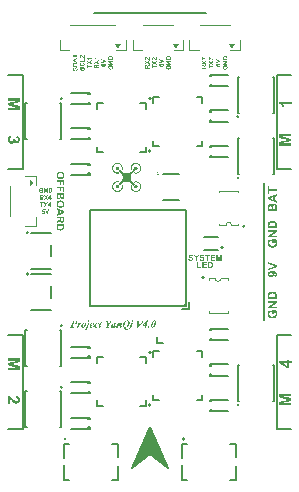
<source format=gbr>
G04*
G04 #@! TF.GenerationSoftware,Altium Limited,Altium Designer,24.8.2 (39)*
G04*
G04 Layer_Color=65535*
%FSLAX25Y25*%
%MOIN*%
G70*
G04*
G04 #@! TF.SameCoordinates,F5A21F31-771D-4283-B627-84B0D88358AA*
G04*
G04*
G04 #@! TF.FilePolarity,Positive*
G04*
G01*
G75*
%ADD10C,0.00472*%
%ADD11C,0.00500*%
%ADD12C,0.00591*%
%ADD13C,0.00787*%
%ADD14C,0.00472*%
%ADD15C,0.00601*%
%ADD16C,0.00600*%
G36*
X40549Y148377D02*
X39549Y149876D01*
X41549D01*
X40549Y148377D01*
D02*
G37*
G36*
X78748Y148368D02*
X77748Y149868D01*
X79748D01*
X78748Y148368D01*
D02*
G37*
G36*
X59851D02*
X58851Y149868D01*
X60851D01*
X59851Y148368D01*
D02*
G37*
G36*
X46789Y109122D02*
X46794Y109118D01*
X46807Y109116D01*
X46821Y109114D01*
X46829Y109110D01*
X46836Y109105D01*
X46845Y109104D01*
X46858Y109100D01*
X46870Y109091D01*
X46881Y109082D01*
X46890Y109079D01*
X46922Y109060D01*
X46982Y109013D01*
X47058Y108932D01*
X47102Y108865D01*
X47106Y108855D01*
X47115Y108845D01*
X47123Y108834D01*
X47127Y108822D01*
X47129Y108812D01*
X47133Y108806D01*
X47138Y108798D01*
X47140Y108783D01*
X47141Y108771D01*
X47145Y108765D01*
X47174Y108589D01*
X47150Y108384D01*
X47143Y108372D01*
X47140Y108359D01*
X47126Y108317D01*
X47108Y108289D01*
X47104Y108285D01*
X47102Y108276D01*
X47100Y108267D01*
X47096Y108264D01*
X47091Y108261D01*
X47089Y108255D01*
X47085Y108244D01*
X47075Y108231D01*
X47059Y108212D01*
X47039Y108188D01*
X46993Y108139D01*
X46963Y108113D01*
X46954Y108108D01*
X46939Y108094D01*
X46921Y108081D01*
X46907Y108076D01*
X46899Y108074D01*
X46895Y108070D01*
X46870Y108051D01*
X46837Y108038D01*
X46828Y108034D01*
X46815Y108025D01*
X46799Y108017D01*
X46782Y108013D01*
X46768Y108011D01*
X46760Y108007D01*
X46747Y108002D01*
X46719Y108000D01*
X46687Y107998D01*
X46665Y107990D01*
X46590Y107978D01*
X46520Y107990D01*
X46502Y107998D01*
X46470Y108000D01*
X46442Y108002D01*
X46428Y108007D01*
X46420Y108011D01*
X46407Y108013D01*
X46390Y108017D01*
X46373Y108025D01*
X46359Y108034D01*
X46347Y108038D01*
X46331Y108043D01*
X46310Y108055D01*
X46286Y108070D01*
X46265Y108082D01*
X46181Y108157D01*
X46105Y108242D01*
X46094Y108263D01*
X46079Y108286D01*
X46066Y108308D01*
X46061Y108323D01*
X46058Y108335D01*
X46049Y108350D01*
X46040Y108366D01*
X46036Y108383D01*
X46035Y108397D01*
X46030Y108405D01*
X46026Y108419D01*
X46024Y108448D01*
X46022Y108480D01*
X46015Y108495D01*
X46001Y108577D01*
X46017Y108651D01*
X46022Y108664D01*
X46024Y108693D01*
X46026Y108722D01*
X46030Y108737D01*
X46035Y108745D01*
X46036Y108758D01*
X46040Y108775D01*
X46048Y108791D01*
X46058Y108809D01*
X46068Y108832D01*
X46077Y108854D01*
X46088Y108869D01*
X46096Y108879D01*
X46099Y108888D01*
X46105Y108899D01*
X46118Y108915D01*
X46131Y108931D01*
X46137Y108940D01*
X46160Y108967D01*
X46210Y109014D01*
X46228Y109030D01*
X46244Y109045D01*
X46262Y109057D01*
X46284Y109070D01*
X46304Y109080D01*
X46317Y109089D01*
X46348Y109107D01*
X46382Y109116D01*
X46396Y109120D01*
X46411Y109129D01*
X46429Y109138D01*
X46449Y109141D01*
X46468Y109143D01*
X46481Y109148D01*
X46646Y109150D01*
X46789Y109122D01*
D02*
G37*
G36*
X40663Y109127D02*
X40675Y109119D01*
X40688Y109116D01*
X40730Y109103D01*
X40758Y109084D01*
X40762Y109080D01*
X40771Y109079D01*
X40780Y109077D01*
X40783Y109072D01*
X40786Y109068D01*
X40792Y109066D01*
X40814Y109054D01*
X40852Y109020D01*
X40866Y109008D01*
X40875Y109003D01*
X40907Y108973D01*
X40934Y108939D01*
X40939Y108931D01*
X40953Y108915D01*
X40966Y108898D01*
X40971Y108884D01*
X40973Y108875D01*
X40978Y108872D01*
X40996Y108848D01*
X41009Y108815D01*
X41013Y108805D01*
X41022Y108792D01*
X41030Y108775D01*
X41034Y108758D01*
X41036Y108745D01*
X41040Y108737D01*
X41045Y108722D01*
X41047Y108693D01*
X41049Y108663D01*
X41054Y108651D01*
X41068Y108576D01*
X41055Y108495D01*
X41049Y108479D01*
X41047Y108448D01*
X41045Y108419D01*
X41040Y108405D01*
X41036Y108397D01*
X41034Y108383D01*
X41030Y108366D01*
X41022Y108350D01*
X41013Y108335D01*
X41009Y108323D01*
X41004Y108308D01*
X40992Y108286D01*
X40977Y108263D01*
X40965Y108242D01*
X40939Y108209D01*
X40890Y108157D01*
X40838Y108108D01*
X40805Y108082D01*
X40784Y108070D01*
X40760Y108055D01*
X40739Y108043D01*
X40724Y108038D01*
X40712Y108034D01*
X40697Y108025D01*
X40681Y108017D01*
X40664Y108013D01*
X40650Y108011D01*
X40642Y108007D01*
X40628Y108002D01*
X40600Y108000D01*
X40568Y107998D01*
X40550Y107990D01*
X40480Y107978D01*
X40405Y107990D01*
X40384Y107998D01*
X40351Y108000D01*
X40324Y108002D01*
X40310Y108007D01*
X40302Y108011D01*
X40289Y108013D01*
X40271Y108017D01*
X40255Y108025D01*
X40242Y108034D01*
X40232Y108038D01*
X40199Y108051D01*
X40175Y108069D01*
X40172Y108074D01*
X40163Y108076D01*
X40149Y108081D01*
X40131Y108094D01*
X40116Y108108D01*
X40107Y108113D01*
X40077Y108139D01*
X40031Y108188D01*
X40012Y108212D01*
X39995Y108231D01*
X39985Y108244D01*
X39981Y108255D01*
X39979Y108261D01*
X39975Y108264D01*
X39970Y108267D01*
X39968Y108276D01*
X39967Y108285D01*
X39963Y108289D01*
X39944Y108317D01*
X39931Y108359D01*
X39928Y108372D01*
X39920Y108384D01*
X39897Y108589D01*
X39925Y108765D01*
X39929Y108771D01*
X39931Y108783D01*
X39933Y108798D01*
X39937Y108806D01*
X39941Y108812D01*
X39943Y108822D01*
X39947Y108834D01*
X39956Y108847D01*
X39965Y108858D01*
X39968Y108866D01*
X39987Y108898D01*
X40034Y108958D01*
X40114Y109034D01*
X40181Y109079D01*
X40189Y109082D01*
X40200Y109091D01*
X40213Y109100D01*
X40225Y109104D01*
X40235Y109105D01*
X40241Y109110D01*
X40249Y109114D01*
X40264Y109116D01*
X40277Y109118D01*
X40282Y109121D01*
X40300Y109134D01*
X40334Y109141D01*
X40351Y109143D01*
X40363Y109148D01*
X40514Y109151D01*
X40663Y109127D01*
D02*
G37*
G36*
X40702Y110325D02*
X40718Y110321D01*
X40758Y110320D01*
X40799Y110318D01*
X40818Y110313D01*
X40829Y110309D01*
X40849Y110307D01*
X40889Y110301D01*
X40909Y110288D01*
X40918Y110284D01*
X40942Y110280D01*
X41004Y110270D01*
X41039Y110255D01*
X41051Y110247D01*
X41062Y110244D01*
X41105Y110233D01*
X41141Y110216D01*
X41150Y110209D01*
X41162Y110207D01*
X41200Y110195D01*
X41232Y110176D01*
X41238Y110171D01*
X41247Y110169D01*
X41277Y110160D01*
X41304Y110141D01*
X41312Y110134D01*
X41321Y110132D01*
X41335Y110126D01*
X41358Y110113D01*
X41379Y110099D01*
X41389Y110094D01*
X41403Y110087D01*
X41430Y110069D01*
X41457Y110051D01*
X41470Y110044D01*
X41499Y110024D01*
X41543Y109990D01*
X41553Y109984D01*
X41559Y109981D01*
X41570Y109974D01*
X41589Y109958D01*
X41620Y109929D01*
X41661Y109894D01*
X41739Y109821D01*
X41810Y109745D01*
X41884Y109655D01*
X41912Y109614D01*
X41914Y109608D01*
X41921Y109603D01*
X41930Y109594D01*
X41941Y109579D01*
X41953Y109558D01*
X41969Y109536D01*
X41982Y109518D01*
X41987Y109503D01*
X41989Y109495D01*
X41993Y109492D01*
X42011Y109467D01*
X42050Y109392D01*
X42061Y109369D01*
X42069Y109354D01*
X42091Y109312D01*
X42100Y109282D01*
X42102Y109271D01*
X42108Y109265D01*
X42126Y109232D01*
X42137Y109189D01*
X42141Y109178D01*
X42150Y109166D01*
X42159Y109151D01*
X42162Y109132D01*
X42164Y109116D01*
X42169Y109107D01*
X42173Y109097D01*
X42175Y109078D01*
X42176Y109061D01*
X42180Y109053D01*
X42193Y109035D01*
X42200Y108997D01*
X42202Y108979D01*
X42206Y108969D01*
X42211Y108954D01*
X42213Y108925D01*
X42214Y108896D01*
X42218Y108884D01*
X42239Y108803D01*
X42245Y108564D01*
X42239Y108329D01*
X42219Y108251D01*
X42214Y108239D01*
X42211Y108209D01*
X42200Y108129D01*
X42186Y108089D01*
X42178Y108074D01*
X42175Y108055D01*
X42173Y108038D01*
X42169Y108029D01*
X42164Y108021D01*
X42162Y108007D01*
X42159Y107990D01*
X42150Y107974D01*
X42141Y107959D01*
X42137Y107947D01*
X42126Y107903D01*
X42108Y107871D01*
X42102Y107865D01*
X42100Y107856D01*
X42079Y107801D01*
X42037Y107775D01*
X41955Y107837D01*
X41887Y107913D01*
X41876Y107927D01*
X41849Y107955D01*
X41811Y107994D01*
Y108038D01*
X41813Y108070D01*
X41818Y108085D01*
X41822Y108093D01*
X41824Y108106D01*
X41828Y108122D01*
X41837Y108135D01*
X41846Y108150D01*
X41849Y108173D01*
X41851Y108193D01*
X41855Y108204D01*
X41859Y108215D01*
X41863Y108238D01*
X41868Y108264D01*
X41876Y108281D01*
X41897Y108522D01*
X41893Y108761D01*
X41888Y108779D01*
X41887Y108811D01*
X41884Y108848D01*
X41876Y108866D01*
X41868Y108884D01*
X41863Y108909D01*
X41859Y108933D01*
X41855Y108944D01*
X41851Y108954D01*
X41849Y108973D01*
X41846Y108995D01*
X41837Y109011D01*
X41828Y109026D01*
X41824Y109042D01*
X41822Y109055D01*
X41818Y109063D01*
X41813Y109070D01*
X41811Y109083D01*
X41808Y109098D01*
X41799Y109114D01*
X41790Y109129D01*
X41786Y109142D01*
X41785Y109151D01*
X41780Y109157D01*
X41776Y109164D01*
X41774Y109176D01*
X41772Y109187D01*
X41769Y109191D01*
X41750Y109217D01*
X41736Y109251D01*
X41734Y109258D01*
X41730Y109260D01*
X41712Y109285D01*
X41699Y109318D01*
X41693Y109327D01*
X41680Y109343D01*
X41666Y109359D01*
X41661Y109370D01*
X41655Y109381D01*
X41642Y109398D01*
X41629Y109415D01*
X41623Y109426D01*
X41620Y109433D01*
X41611Y109441D01*
X41602Y109449D01*
X41598Y109457D01*
X41597Y109464D01*
X41594Y109468D01*
X41583Y109478D01*
X41564Y109499D01*
X41486Y109583D01*
X41410Y109655D01*
X41376Y109685D01*
X41361Y109701D01*
X41358Y109704D01*
X41353Y109705D01*
X41337Y109714D01*
X41308Y109735D01*
X41276Y109759D01*
X41252Y109774D01*
X41237Y109783D01*
X41224Y109793D01*
X41207Y109804D01*
X41183Y109817D01*
X41162Y109828D01*
X41153Y109837D01*
X41151Y109841D01*
X41145Y109843D01*
X41111Y109856D01*
X41081Y109874D01*
X41075Y109879D01*
X41065Y109881D01*
X41053Y109882D01*
X41042Y109887D01*
X41028Y109893D01*
X41011Y109900D01*
X40996Y109907D01*
X40990Y109913D01*
X40985Y109917D01*
X40972Y109918D01*
X40958Y109920D01*
X40949Y109925D01*
X40942Y109929D01*
X40931Y109931D01*
X40900Y109938D01*
X40884Y109951D01*
X40876Y109955D01*
X40856Y109956D01*
X40835Y109958D01*
X40824Y109962D01*
X40813Y109967D01*
X40791Y109969D01*
X40764Y109972D01*
X40742Y109981D01*
X40470Y110002D01*
X40198Y109981D01*
X40177Y109972D01*
X40152Y109969D01*
X40132Y109967D01*
X40122Y109962D01*
X40111Y109958D01*
X40090Y109956D01*
X40071Y109955D01*
X40062Y109951D01*
X40046Y109938D01*
X40016Y109931D01*
X40004Y109929D01*
X39997Y109925D01*
X39989Y109920D01*
X39977Y109918D01*
X39961Y109915D01*
X39945Y109906D01*
X39930Y109897D01*
X39918Y109893D01*
X39909Y109892D01*
X39903Y109887D01*
X39895Y109883D01*
X39884Y109881D01*
X39872Y109879D01*
X39865Y109874D01*
X39835Y109856D01*
X39801Y109843D01*
X39795Y109842D01*
X39793Y109838D01*
X39783Y109829D01*
X39759Y109815D01*
X39734Y109802D01*
X39724Y109793D01*
X39719Y109788D01*
X39708Y109783D01*
X39697Y109779D01*
X39693Y109774D01*
X39690Y109770D01*
X39685Y109768D01*
X39673Y109762D01*
X39655Y109749D01*
X39639Y109736D01*
X39629Y109730D01*
X39620Y109725D01*
X39605Y109712D01*
X39589Y109698D01*
X39580Y109693D01*
X39462Y109585D01*
X39354Y109467D01*
X39349Y109458D01*
X39335Y109442D01*
X39322Y109427D01*
X39316Y109419D01*
X39311Y109410D01*
X39298Y109392D01*
X39284Y109373D01*
X39279Y109361D01*
X39277Y109356D01*
X39273Y109354D01*
X39268Y109350D01*
X39264Y109339D01*
X39259Y109328D01*
X39254Y109323D01*
X39245Y109313D01*
X39232Y109289D01*
X39218Y109264D01*
X39209Y109254D01*
X39205Y109252D01*
X39204Y109246D01*
X39191Y109212D01*
X39172Y109182D01*
X39168Y109175D01*
X39166Y109163D01*
X39164Y109151D01*
X39160Y109144D01*
X39155Y109138D01*
X39154Y109129D01*
X39150Y109116D01*
X39141Y109102D01*
X39132Y109086D01*
X39129Y109070D01*
X39127Y109058D01*
X39122Y109050D01*
X39118Y109043D01*
X39116Y109031D01*
X39109Y109002D01*
X39097Y108984D01*
X39092Y108977D01*
X39089Y108958D01*
X39077Y108879D01*
X39064Y108845D01*
X39046Y108567D01*
X39059Y108314D01*
X39073Y108285D01*
X39089Y108190D01*
X39092Y108171D01*
X39097Y108163D01*
X39109Y108146D01*
X39116Y108116D01*
X39118Y108105D01*
X39122Y108098D01*
X39127Y108089D01*
X39129Y108075D01*
X39130Y108062D01*
X39134Y108057D01*
X39140Y108051D01*
X39147Y108036D01*
X39154Y108019D01*
X39160Y108005D01*
X39164Y107994D01*
X39166Y107982D01*
X39168Y107972D01*
X39172Y107966D01*
X39191Y107936D01*
X39204Y107902D01*
X39206Y107896D01*
X39210Y107894D01*
X39218Y107885D01*
X39230Y107864D01*
X39245Y107837D01*
X39261Y107812D01*
X39274Y107796D01*
X39279Y107786D01*
X39288Y107770D01*
X39310Y107740D01*
X39332Y107710D01*
X39342Y107694D01*
X39343Y107689D01*
X39346Y107686D01*
X39362Y107671D01*
X39392Y107637D01*
X39491Y107536D01*
X39585Y107452D01*
X39594Y107444D01*
X39605Y107435D01*
X39619Y107425D01*
X39635Y107415D01*
X39649Y107405D01*
X39657Y107396D01*
X39663Y107389D01*
X39672Y107386D01*
X39686Y107380D01*
X39704Y107367D01*
X39720Y107354D01*
X39731Y107348D01*
X39751Y107341D01*
X39777Y107323D01*
X39793Y107313D01*
X39814Y107304D01*
X39834Y107295D01*
X39849Y107284D01*
X39862Y107276D01*
X39874Y107273D01*
X39884Y107271D01*
X39890Y107267D01*
X39896Y107263D01*
X39906Y107261D01*
X39918Y107257D01*
X39931Y107248D01*
X39944Y107239D01*
X39959Y107236D01*
X39974Y107234D01*
X39986Y107230D01*
X39998Y107225D01*
X40014Y107220D01*
X40028Y107215D01*
X40040Y107207D01*
X40054Y107201D01*
X40074Y107198D01*
X40093Y107196D01*
X40103Y107192D01*
X40112Y107187D01*
X40128Y107185D01*
X40164Y107179D01*
X40182Y107166D01*
X40196Y107162D01*
X40231Y107160D01*
X40268Y107159D01*
X40285Y107154D01*
X40336Y107150D01*
X40473Y107148D01*
X40610Y107150D01*
X40661Y107154D01*
X40679Y107159D01*
X40715Y107160D01*
X40750Y107162D01*
X40765Y107166D01*
X40783Y107179D01*
X40818Y107185D01*
X40834Y107187D01*
X40843Y107192D01*
X40853Y107196D01*
X40873Y107198D01*
X40894Y107201D01*
X40909Y107208D01*
X40946Y107225D01*
X41010Y107234D01*
X41051Y107237D01*
X41091Y107199D01*
X41120Y107172D01*
X41134Y107160D01*
X41143Y107154D01*
X41157Y107140D01*
X41185Y107113D01*
X41224Y107076D01*
X41267Y106987D01*
X41191Y106947D01*
X41182Y106945D01*
X41176Y106939D01*
X41144Y106921D01*
X41098Y106910D01*
X41087Y106907D01*
X41080Y106901D01*
X41052Y106886D01*
X40997Y106874D01*
X40978Y106869D01*
X40964Y106862D01*
X40923Y106847D01*
X40848Y106836D01*
X40820Y106833D01*
X40808Y106828D01*
X40491Y106800D01*
X40146Y106823D01*
X40127Y106831D01*
X40097Y106836D01*
X40027Y106846D01*
X39985Y106862D01*
X39970Y106869D01*
X39955Y106872D01*
X39900Y106885D01*
X39862Y106904D01*
X39856Y106908D01*
X39843Y106910D01*
X39829Y106912D01*
X39821Y106916D01*
X39814Y106920D01*
X39803Y106922D01*
X39789Y106926D01*
X39776Y106935D01*
X39764Y106944D01*
X39754Y106947D01*
X39719Y106960D01*
X39690Y106979D01*
X39683Y106983D01*
X39674Y106985D01*
X39645Y106994D01*
X39620Y107010D01*
X39610Y107018D01*
X39588Y107029D01*
X39568Y107041D01*
X39557Y107051D01*
X39550Y107057D01*
X39540Y107060D01*
X39524Y107065D01*
X39507Y107077D01*
X39487Y107093D01*
X39465Y107106D01*
X39449Y107117D01*
X39442Y107126D01*
X39438Y107133D01*
X39429Y107136D01*
X39288Y107248D01*
X39110Y107430D01*
X39078Y107469D01*
X39055Y107496D01*
X39042Y107513D01*
X39032Y107529D01*
X39022Y107545D01*
X39008Y107563D01*
X38996Y107578D01*
X38990Y107589D01*
X38985Y107600D01*
X38971Y107618D01*
X38958Y107636D01*
X38953Y107651D01*
X38951Y107659D01*
X38947Y107662D01*
X38929Y107687D01*
X38915Y107722D01*
X38912Y107730D01*
X38903Y107740D01*
X38894Y107752D01*
X38890Y107763D01*
X38888Y107771D01*
X38884Y107775D01*
X38880Y107779D01*
X38878Y107789D01*
X38874Y107803D01*
X38865Y107815D01*
X38856Y107827D01*
X38853Y107838D01*
X38851Y107847D01*
X38846Y107853D01*
X38842Y107860D01*
X38840Y107870D01*
X38837Y107883D01*
X38828Y107898D01*
X38819Y107914D01*
X38815Y107929D01*
X38813Y107940D01*
X38809Y107947D01*
X38804Y107956D01*
X38802Y107972D01*
X38799Y107989D01*
X38791Y108003D01*
X38777Y108029D01*
X38767Y108090D01*
X38763Y108111D01*
X38759Y108119D01*
X38742Y108158D01*
X38729Y108257D01*
X38724Y108296D01*
X38716Y108316D01*
X38702Y108581D01*
X38721Y108828D01*
X38726Y108842D01*
X38727Y108878D01*
X38729Y108914D01*
X38734Y108931D01*
X38738Y108941D01*
X38740Y108959D01*
X38746Y108997D01*
X38760Y109016D01*
X38763Y109025D01*
X38765Y109047D01*
X38767Y109070D01*
X38771Y109082D01*
X38776Y109089D01*
X38777Y109103D01*
X38781Y109119D01*
X38790Y109134D01*
X38799Y109149D01*
X38802Y109166D01*
X38804Y109180D01*
X38809Y109188D01*
X38813Y109195D01*
X38815Y109206D01*
X38819Y109221D01*
X38828Y109237D01*
X38837Y109252D01*
X38840Y109266D01*
X38842Y109276D01*
X38846Y109282D01*
X38851Y109288D01*
X38853Y109297D01*
X38856Y109310D01*
X38865Y109325D01*
X38874Y109339D01*
X38878Y109350D01*
X38892Y109385D01*
X38910Y109411D01*
X38914Y109413D01*
X38915Y109420D01*
X38929Y109451D01*
X38947Y109473D01*
X38951Y109476D01*
X38953Y109483D01*
X38963Y109509D01*
X38983Y109532D01*
X38988Y109538D01*
X38991Y109548D01*
X38996Y109561D01*
X39009Y109579D01*
X39023Y109595D01*
X39028Y109605D01*
X39034Y109614D01*
X39047Y109630D01*
X39060Y109646D01*
X39066Y109655D01*
X39071Y109664D01*
X39085Y109679D01*
X39098Y109695D01*
X39103Y109704D01*
X39220Y109827D01*
X39344Y109943D01*
X39353Y109949D01*
X39368Y109962D01*
X39383Y109976D01*
X39392Y109981D01*
X39401Y109987D01*
X39417Y110000D01*
X39433Y110013D01*
X39444Y110019D01*
X39456Y110025D01*
X39473Y110038D01*
X39491Y110051D01*
X39502Y110056D01*
X39513Y110062D01*
X39530Y110075D01*
X39547Y110088D01*
X39562Y110094D01*
X39570Y110096D01*
X39574Y110100D01*
X39599Y110118D01*
X39634Y110132D01*
X39640Y110133D01*
X39643Y110138D01*
X39668Y110156D01*
X39704Y110169D01*
X39713Y110173D01*
X39725Y110182D01*
X39738Y110191D01*
X39750Y110194D01*
X39759Y110196D01*
X39765Y110201D01*
X39772Y110205D01*
X39784Y110207D01*
X39799Y110211D01*
X39813Y110219D01*
X39827Y110228D01*
X39841Y110232D01*
X39852Y110234D01*
X39859Y110238D01*
X39868Y110243D01*
X39884Y110244D01*
X39899Y110246D01*
X39906Y110250D01*
X39923Y110262D01*
X39953Y110269D01*
X39964Y110271D01*
X39972Y110276D01*
X39981Y110280D01*
X40000Y110282D01*
X40023Y110286D01*
X40045Y110294D01*
X40068Y110304D01*
X40095Y110307D01*
X40117Y110309D01*
X40128Y110313D01*
X40147Y110318D01*
X40185Y110320D01*
X40223Y110321D01*
X40238Y110326D01*
X40244Y110332D01*
X40258Y110338D01*
X40502Y110345D01*
X40702Y110325D01*
D02*
G37*
G36*
X46927Y110326D02*
X46938Y110321D01*
X46966Y110318D01*
X47054Y110305D01*
X47089Y110288D01*
X47095Y110284D01*
X47109Y110282D01*
X47170Y110269D01*
X47209Y110250D01*
X47214Y110246D01*
X47227Y110244D01*
X47241Y110243D01*
X47249Y110238D01*
X47256Y110234D01*
X47268Y110232D01*
X47282Y110228D01*
X47298Y110219D01*
X47312Y110211D01*
X47323Y110207D01*
X47350Y110197D01*
X47390Y110176D01*
X47406Y110168D01*
X47429Y110157D01*
X47451Y110146D01*
X47459Y110138D01*
X47462Y110133D01*
X47468Y110132D01*
X47496Y110122D01*
X47522Y110103D01*
X47529Y110097D01*
X47536Y110094D01*
X47590Y110062D01*
X47640Y110024D01*
X47644Y110020D01*
X47649Y110019D01*
X47662Y110012D01*
X47681Y109997D01*
X47699Y109981D01*
X47709Y109975D01*
X47723Y109965D01*
X47749Y109942D01*
X47778Y109917D01*
X47796Y109902D01*
X47806Y109894D01*
X47813Y109882D01*
X47820Y109872D01*
X47826Y109868D01*
X47862Y109838D01*
X47892Y109802D01*
X47896Y109796D01*
X47905Y109790D01*
X47917Y109782D01*
X47926Y109773D01*
X47940Y109754D01*
X47965Y109725D01*
X47989Y109699D01*
X47998Y109686D01*
X48005Y109676D01*
X48020Y109657D01*
X48036Y109639D01*
X48042Y109628D01*
X48046Y109621D01*
X48054Y109611D01*
X48065Y109597D01*
X48074Y109581D01*
X48083Y109567D01*
X48090Y109558D01*
X48100Y109546D01*
X48111Y109525D01*
X48123Y109505D01*
X48130Y109495D01*
X48145Y109472D01*
X48155Y109444D01*
X48157Y109438D01*
X48161Y109436D01*
X48180Y109410D01*
X48193Y109372D01*
X48195Y109364D01*
X48199Y109361D01*
X48217Y109334D01*
X48230Y109297D01*
X48234Y109284D01*
X48243Y109271D01*
X48252Y109258D01*
X48255Y109244D01*
X48257Y109233D01*
X48262Y109226D01*
X48266Y109218D01*
X48268Y109204D01*
X48270Y109190D01*
X48273Y109185D01*
X48293Y109146D01*
X48305Y109086D01*
X48307Y109072D01*
X48311Y109066D01*
X48328Y109033D01*
X48341Y108947D01*
X48347Y108915D01*
X48356Y108887D01*
X48370Y108550D01*
X48349Y108251D01*
X48345Y108239D01*
X48343Y108211D01*
X48341Y108181D01*
X48337Y108167D01*
X48333Y108157D01*
X48331Y108140D01*
X48327Y108117D01*
X48318Y108096D01*
X48309Y108076D01*
X48305Y108056D01*
X48304Y108040D01*
X48300Y108027D01*
X48294Y108014D01*
X48290Y107999D01*
X48285Y107985D01*
X48277Y107973D01*
X48271Y107962D01*
X48268Y107948D01*
X48266Y107936D01*
X48262Y107928D01*
X48257Y107921D01*
X48255Y107910D01*
X48252Y107895D01*
X48243Y107879D01*
X48234Y107864D01*
X48230Y107851D01*
X48228Y107841D01*
X48224Y107834D01*
X48220Y107828D01*
X48218Y107819D01*
X48214Y107808D01*
X48205Y107797D01*
X48196Y107787D01*
X48193Y107778D01*
X48179Y107744D01*
X48161Y107718D01*
X48157Y107716D01*
X48155Y107710D01*
X48141Y107675D01*
X48123Y107649D01*
X48119Y107647D01*
X48118Y107642D01*
X48077Y107575D01*
X48021Y107497D01*
X48009Y107483D01*
X48005Y107474D01*
X47994Y107458D01*
X47967Y107429D01*
X47940Y107400D01*
X47929Y107385D01*
X47924Y107378D01*
X47911Y107366D01*
X47897Y107355D01*
X47892Y107346D01*
X47844Y107295D01*
X47791Y107248D01*
X47777Y107237D01*
X47749Y107211D01*
X47719Y107184D01*
X47701Y107173D01*
X47694Y107171D01*
X47691Y107167D01*
X47648Y107130D01*
X47599Y107098D01*
X47592Y107094D01*
X47583Y107085D01*
X47573Y107076D01*
X47563Y107073D01*
X47556Y107071D01*
X47553Y107066D01*
X47550Y107062D01*
X47541Y107060D01*
X47532Y107059D01*
X47527Y107055D01*
X47504Y107036D01*
X47477Y107023D01*
X47467Y107019D01*
X47457Y107011D01*
X47442Y107000D01*
X47420Y106991D01*
X47398Y106981D01*
X47381Y106971D01*
X47370Y106963D01*
X47358Y106960D01*
X47349Y106958D01*
X47343Y106954D01*
X47336Y106949D01*
X47325Y106947D01*
X47313Y106945D01*
X47307Y106939D01*
X47275Y106921D01*
X47230Y106910D01*
X47218Y106906D01*
X47204Y106897D01*
X47188Y106888D01*
X47170Y106885D01*
X47157Y106883D01*
X47149Y106878D01*
X47140Y106874D01*
X47126Y106872D01*
X47109Y106869D01*
X47095Y106862D01*
X47077Y106853D01*
X47052Y106848D01*
X47028Y106845D01*
X47017Y106840D01*
X47004Y106836D01*
X46979Y106834D01*
X46950Y106832D01*
X46929Y106824D01*
X46597Y106800D01*
X46266Y106824D01*
X46245Y106832D01*
X46216Y106834D01*
X46190Y106836D01*
X46178Y106840D01*
X46167Y106845D01*
X46146Y106849D01*
X46122Y106854D01*
X46106Y106862D01*
X46092Y106869D01*
X46072Y106872D01*
X46055Y106874D01*
X46046Y106878D01*
X46038Y106883D01*
X46023Y106885D01*
X46007Y106888D01*
X45994Y106897D01*
X45981Y106906D01*
X45963Y106910D01*
X45948Y106912D01*
X45939Y106916D01*
X45933Y106920D01*
X45924Y106922D01*
X45911Y106926D01*
X45897Y106935D01*
X45883Y106944D01*
X45872Y106947D01*
X45817Y106973D01*
X45795Y107018D01*
X45864Y107094D01*
X45937Y107160D01*
X45951Y107172D01*
X45979Y107199D01*
X46019Y107237D01*
X46060Y107234D01*
X46126Y107224D01*
X46159Y107208D01*
X46172Y107201D01*
X46195Y107198D01*
X46216Y107196D01*
X46227Y107192D01*
X46237Y107187D01*
X46253Y107185D01*
X46288Y107179D01*
X46306Y107166D01*
X46544Y107151D01*
X46791Y107154D01*
X46808Y107159D01*
X46841Y107160D01*
X46878Y107163D01*
X46900Y107173D01*
X46918Y107182D01*
X46940Y107185D01*
X46957Y107187D01*
X46967Y107192D01*
X46977Y107196D01*
X46996Y107198D01*
X47017Y107201D01*
X47031Y107207D01*
X47042Y107215D01*
X47057Y107220D01*
X47072Y107225D01*
X47085Y107230D01*
X47097Y107234D01*
X47111Y107236D01*
X47126Y107239D01*
X47140Y107248D01*
X47152Y107257D01*
X47164Y107261D01*
X47174Y107263D01*
X47180Y107267D01*
X47187Y107271D01*
X47197Y107273D01*
X47209Y107276D01*
X47221Y107284D01*
X47236Y107295D01*
X47257Y107304D01*
X47277Y107313D01*
X47293Y107323D01*
X47320Y107341D01*
X47340Y107348D01*
X47350Y107354D01*
X47366Y107367D01*
X47384Y107381D01*
X47396Y107386D01*
X47409Y107392D01*
X47424Y107405D01*
X47439Y107418D01*
X47449Y107424D01*
X47457Y107427D01*
X47464Y107436D01*
X47472Y107445D01*
X47481Y107449D01*
X47488Y107450D01*
X47492Y107453D01*
X47507Y107469D01*
X47540Y107499D01*
X47612Y107565D01*
X47679Y107637D01*
X47709Y107671D01*
X47724Y107686D01*
X47728Y107689D01*
X47729Y107694D01*
X47738Y107710D01*
X47759Y107739D01*
X47782Y107771D01*
X47797Y107795D01*
X47806Y107810D01*
X47816Y107823D01*
X47827Y107840D01*
X47840Y107864D01*
X47851Y107885D01*
X47859Y107894D01*
X47865Y107902D01*
X47873Y107923D01*
X47882Y107947D01*
X47893Y107964D01*
X47901Y107975D01*
X47904Y107987D01*
X47906Y107997D01*
X47911Y108003D01*
X47915Y108010D01*
X47917Y108022D01*
X47921Y108037D01*
X47929Y108052D01*
X47938Y108067D01*
X47942Y108081D01*
X47944Y108091D01*
X47948Y108098D01*
X47953Y108106D01*
X47955Y108121D01*
X47958Y108140D01*
X47967Y108157D01*
X47976Y108175D01*
X47979Y108196D01*
X47981Y108213D01*
X47986Y108223D01*
X47990Y108233D01*
X47992Y108254D01*
X47998Y108298D01*
X48011Y108320D01*
X48020Y108393D01*
X48024Y108577D01*
X48020Y108761D01*
X48011Y108834D01*
X47998Y108858D01*
X47982Y108950D01*
X47976Y108971D01*
X47969Y108986D01*
X47957Y109010D01*
X47944Y109069D01*
X47939Y109084D01*
X47932Y109094D01*
X47915Y109127D01*
X47905Y109167D01*
X47902Y109177D01*
X47895Y109185D01*
X47877Y109210D01*
X47867Y109236D01*
X47861Y109248D01*
X47848Y109269D01*
X47835Y109290D01*
X47829Y109303D01*
X47826Y109312D01*
X47817Y109323D01*
X47808Y109335D01*
X47804Y109345D01*
X47802Y109352D01*
X47798Y109354D01*
X47793Y109357D01*
X47791Y109362D01*
X47786Y109374D01*
X47772Y109392D01*
X47759Y109409D01*
X47754Y109422D01*
X47752Y109427D01*
X47749Y109430D01*
X47735Y109442D01*
X47712Y109472D01*
X47609Y109585D01*
X47495Y109688D01*
X47466Y109712D01*
X47453Y109725D01*
X47451Y109729D01*
X47445Y109730D01*
X47433Y109736D01*
X47415Y109749D01*
X47398Y109762D01*
X47386Y109768D01*
X47380Y109770D01*
X47378Y109774D01*
X47375Y109779D01*
X47368Y109781D01*
X47358Y109784D01*
X47347Y109792D01*
X47335Y109802D01*
X47322Y109808D01*
X47307Y109815D01*
X47289Y109827D01*
X47268Y109839D01*
X47246Y109849D01*
X47227Y109859D01*
X47211Y109869D01*
X47199Y109878D01*
X47189Y109881D01*
X47150Y109892D01*
X47118Y109909D01*
X47108Y109916D01*
X47093Y109920D01*
X47039Y109933D01*
X47008Y109946D01*
X46994Y109953D01*
X46973Y109958D01*
X46881Y109974D01*
X46858Y109988D01*
X46607Y110001D01*
X46329Y109981D01*
X46306Y109972D01*
X46280Y109969D01*
X46258Y109967D01*
X46246Y109962D01*
X46235Y109958D01*
X46215Y109956D01*
X46195Y109955D01*
X46187Y109951D01*
X46170Y109938D01*
X46140Y109931D01*
X46128Y109929D01*
X46121Y109925D01*
X46113Y109920D01*
X46099Y109918D01*
X46086Y109917D01*
X46080Y109913D01*
X46074Y109907D01*
X46060Y109900D01*
X46042Y109893D01*
X46029Y109887D01*
X46018Y109882D01*
X46006Y109881D01*
X45994Y109877D01*
X45983Y109868D01*
X45972Y109860D01*
X45961Y109856D01*
X45952Y109854D01*
X45946Y109850D01*
X45939Y109845D01*
X45929Y109843D01*
X45921Y109841D01*
X45917Y109837D01*
X45908Y109828D01*
X45888Y109817D01*
X45863Y109804D01*
X45847Y109793D01*
X45834Y109783D01*
X45818Y109774D01*
X45795Y109759D01*
X45762Y109735D01*
X45733Y109714D01*
X45717Y109705D01*
X45713Y109704D01*
X45709Y109701D01*
X45694Y109685D01*
X45661Y109655D01*
X45558Y109556D01*
X45475Y109462D01*
X45468Y109453D01*
X45458Y109442D01*
X45450Y109432D01*
X45447Y109424D01*
X45442Y109415D01*
X45430Y109401D01*
X45415Y109383D01*
X45404Y109365D01*
X45394Y109350D01*
X45383Y109336D01*
X45375Y109325D01*
X45372Y109316D01*
X45367Y109303D01*
X45354Y109282D01*
X45338Y109256D01*
X45327Y109232D01*
X45318Y109213D01*
X45308Y109198D01*
X45300Y109186D01*
X45297Y109173D01*
X45295Y109163D01*
X45290Y109157D01*
X45286Y109151D01*
X45284Y109141D01*
X45281Y109128D01*
X45272Y109116D01*
X45263Y109103D01*
X45259Y109088D01*
X45257Y109073D01*
X45253Y109061D01*
X45248Y109049D01*
X45244Y109034D01*
X45239Y109019D01*
X45231Y109007D01*
X45224Y108993D01*
X45221Y108973D01*
X45220Y108954D01*
X45216Y108944D01*
X45211Y108933D01*
X45207Y108912D01*
X45202Y108889D01*
X45195Y108873D01*
X45175Y108574D01*
X45195Y108275D01*
X45202Y108258D01*
X45208Y108232D01*
X45211Y108209D01*
X45216Y108197D01*
X45220Y108187D01*
X45221Y108168D01*
X45224Y108148D01*
X45231Y108136D01*
X45248Y108102D01*
X45257Y108037D01*
X45260Y107995D01*
X45222Y107956D01*
X45195Y107927D01*
X45184Y107913D01*
X45178Y107904D01*
X45164Y107890D01*
X45136Y107862D01*
X45099Y107823D01*
X45029Y107772D01*
X44981Y107818D01*
X44974Y107836D01*
X44971Y107848D01*
X44967Y107859D01*
X44958Y107873D01*
X44949Y107888D01*
X44946Y107901D01*
X44944Y107910D01*
X44939Y107916D01*
X44935Y107924D01*
X44933Y107938D01*
X44929Y107955D01*
X44921Y107969D01*
X44912Y107983D01*
X44908Y108000D01*
X44906Y108014D01*
X44902Y108022D01*
X44897Y108031D01*
X44895Y108048D01*
X44892Y108069D01*
X44883Y108086D01*
X44874Y108105D01*
X44870Y108126D01*
X44869Y108144D01*
X44864Y108154D01*
X44860Y108167D01*
X44858Y108193D01*
X44855Y108223D01*
X44847Y108240D01*
X44838Y108262D01*
X44834Y108307D01*
X44831Y108347D01*
X44826Y108367D01*
X44820Y108578D01*
X44826Y108787D01*
X44831Y108803D01*
X44833Y108836D01*
X44836Y108876D01*
X44845Y108906D01*
X44854Y108933D01*
X44860Y108963D01*
X44871Y109035D01*
X44885Y109071D01*
X44892Y109086D01*
X44895Y109105D01*
X44897Y109122D01*
X44902Y109132D01*
X44906Y109140D01*
X44908Y109154D01*
X44912Y109170D01*
X44921Y109183D01*
X44929Y109195D01*
X44933Y109207D01*
X44943Y109247D01*
X44960Y109284D01*
X44968Y109300D01*
X44978Y109324D01*
X44989Y109350D01*
X44999Y109367D01*
X45006Y109376D01*
X45008Y109384D01*
X45022Y109417D01*
X45041Y109442D01*
X45044Y109445D01*
X45046Y109452D01*
X45051Y109467D01*
X45065Y109490D01*
X45078Y109511D01*
X45083Y109524D01*
X45085Y109528D01*
X45090Y109530D01*
X45094Y109533D01*
X45096Y109539D01*
X45100Y109550D01*
X45109Y109561D01*
X45118Y109571D01*
X45121Y109578D01*
X45166Y109642D01*
X45224Y109716D01*
X45240Y109733D01*
X45259Y109756D01*
X45347Y109848D01*
X45414Y109906D01*
X45419Y109909D01*
X45422Y109915D01*
X45428Y109925D01*
X45441Y109935D01*
X45454Y109944D01*
X45460Y109950D01*
X45478Y109966D01*
X45521Y109999D01*
X45606Y110061D01*
X45648Y110085D01*
X45664Y110094D01*
X45673Y110100D01*
X45699Y110120D01*
X45724Y110132D01*
X45734Y110135D01*
X45744Y110143D01*
X45759Y110154D01*
X45781Y110163D01*
X45803Y110173D01*
X45820Y110183D01*
X45832Y110191D01*
X45843Y110194D01*
X45852Y110196D01*
X45858Y110201D01*
X45864Y110205D01*
X45874Y110207D01*
X45886Y110211D01*
X45899Y110219D01*
X45912Y110228D01*
X45926Y110232D01*
X45938Y110234D01*
X45946Y110238D01*
X45953Y110243D01*
X45965Y110244D01*
X45981Y110248D01*
X45997Y110257D01*
X46014Y110266D01*
X46031Y110269D01*
X46044Y110271D01*
X46052Y110276D01*
X46062Y110280D01*
X46081Y110282D01*
X46098Y110284D01*
X46105Y110288D01*
X46140Y110305D01*
X46227Y110318D01*
X46257Y110322D01*
X46275Y110329D01*
X46284Y110336D01*
X46293Y110340D01*
X46626Y110345D01*
X46927Y110326D01*
D02*
G37*
G36*
X45810Y108265D02*
X45823Y108241D01*
X45825Y108230D01*
X45828Y108226D01*
X45836Y108217D01*
X45848Y108194D01*
X45966Y108023D01*
X46080Y107913D01*
X46084Y107911D01*
X46086Y107908D01*
X46090Y107903D01*
X46098Y107897D01*
X46118Y107885D01*
X46148Y107865D01*
X46181Y107844D01*
X46209Y107830D01*
X46228Y107821D01*
X46243Y107811D01*
X46255Y107803D01*
X46268Y107800D01*
X46296Y107773D01*
X46289Y107739D01*
X46278Y107733D01*
X46267Y107723D01*
X46256Y107715D01*
X46246Y107712D01*
X46240Y107711D01*
X46237Y107707D01*
X46234Y107702D01*
X46226Y107696D01*
X46185Y107672D01*
X46157Y107651D01*
X46143Y107641D01*
X46133Y107637D01*
X46127Y107635D01*
X46124Y107631D01*
X46122Y107626D01*
X46118Y107624D01*
X46108Y107619D01*
X46092Y107605D01*
X46075Y107592D01*
X46064Y107587D01*
X46053Y107582D01*
X46038Y107569D01*
X46006Y107542D01*
X45986Y107527D01*
X45951Y107501D01*
X45898Y107457D01*
X45880Y107442D01*
X45868Y107436D01*
X45863Y107434D01*
X45861Y107430D01*
X45844Y107413D01*
X45805Y107379D01*
X45601Y107185D01*
X45441Y107018D01*
X45431Y107004D01*
X45406Y106976D01*
X45382Y106949D01*
X45372Y106936D01*
X45361Y106920D01*
X45336Y106885D01*
X45306Y106846D01*
X45287Y106817D01*
X45276Y106803D01*
X45267Y106797D01*
X45261Y106793D01*
X45259Y106784D01*
X45254Y106767D01*
X45240Y106747D01*
X45227Y106729D01*
X45221Y106719D01*
X45216Y106708D01*
X45204Y106689D01*
X45189Y106663D01*
X45177Y106640D01*
X45167Y106622D01*
X45157Y106610D01*
X45149Y106600D01*
X45146Y106590D01*
X45144Y106580D01*
X45140Y106574D01*
X45136Y106568D01*
X45134Y106559D01*
X45130Y106548D01*
X45121Y106537D01*
X45112Y106526D01*
X45109Y106517D01*
X45107Y106508D01*
X45103Y106497D01*
X45097Y106484D01*
X45090Y106466D01*
X45083Y106452D01*
X45077Y106446D01*
X45073Y106441D01*
X45071Y106430D01*
X45069Y106419D01*
X45065Y106411D01*
X45060Y106404D01*
X45059Y106393D01*
X45055Y106379D01*
X45046Y106366D01*
X45037Y106351D01*
X45033Y106334D01*
X45031Y106319D01*
X45027Y106311D01*
X45023Y106304D01*
X45021Y106293D01*
X45017Y106278D01*
X45008Y106262D01*
X45000Y106246D01*
X44996Y106227D01*
X44994Y106213D01*
X44989Y106204D01*
X44985Y106196D01*
X44983Y106181D01*
X44980Y106161D01*
X44971Y106141D01*
X44962Y106119D01*
X44956Y106094D01*
X44943Y106010D01*
X44931Y105977D01*
X44923Y105956D01*
X44918Y105919D01*
X44914Y105861D01*
X44909Y105786D01*
X44902Y105717D01*
X44893Y105680D01*
X44882Y105512D01*
X44893Y105343D01*
X44902Y105306D01*
X44909Y105237D01*
X44914Y105163D01*
X44918Y105104D01*
X44923Y105067D01*
X44931Y105047D01*
X44943Y105013D01*
X44956Y104929D01*
X44962Y104904D01*
X44971Y104882D01*
X44980Y104863D01*
X44983Y104843D01*
X44985Y104828D01*
X44989Y104819D01*
X44994Y104811D01*
X44996Y104796D01*
X45000Y104778D01*
X45008Y104761D01*
X45017Y104746D01*
X45021Y104731D01*
X45023Y104720D01*
X45027Y104713D01*
X45032Y104705D01*
X45033Y104692D01*
X45037Y104675D01*
X45046Y104659D01*
X45055Y104644D01*
X45058Y104630D01*
X45060Y104619D01*
X45065Y104612D01*
X45069Y104605D01*
X45071Y104593D01*
X45073Y104582D01*
X45077Y104578D01*
X45083Y104572D01*
X45090Y104557D01*
X45097Y104540D01*
X45103Y104526D01*
X45107Y104516D01*
X45109Y104507D01*
X45112Y104498D01*
X45121Y104487D01*
X45130Y104476D01*
X45134Y104464D01*
X45136Y104455D01*
X45140Y104449D01*
X45144Y104443D01*
X45146Y104434D01*
X45149Y104423D01*
X45157Y104414D01*
X45167Y104402D01*
X45177Y104384D01*
X45189Y104360D01*
X45204Y104335D01*
X45216Y104315D01*
X45221Y104305D01*
X45227Y104295D01*
X45240Y104277D01*
X45254Y104257D01*
X45259Y104243D01*
X45262Y104235D01*
X45268Y104229D01*
X45277Y104219D01*
X45288Y104205D01*
X45307Y104177D01*
X45336Y104138D01*
X45361Y104104D01*
X45372Y104088D01*
X45382Y104075D01*
X45406Y104048D01*
X45431Y104020D01*
X45441Y104005D01*
X45601Y103839D01*
X45805Y103645D01*
X45844Y103611D01*
X45861Y103593D01*
X45863Y103589D01*
X45868Y103587D01*
X45880Y103581D01*
X45898Y103567D01*
X45947Y103526D01*
X45965Y103512D01*
X45970Y103510D01*
X45977Y103504D01*
X45988Y103495D01*
X46003Y103484D01*
X46020Y103470D01*
X46038Y103454D01*
X46053Y103442D01*
X46064Y103437D01*
X46075Y103431D01*
X46092Y103418D01*
X46108Y103405D01*
X46118Y103399D01*
X46122Y103398D01*
X46124Y103393D01*
X46127Y103389D01*
X46133Y103387D01*
X46143Y103383D01*
X46157Y103373D01*
X46185Y103352D01*
X46226Y103327D01*
X46234Y103322D01*
X46237Y103316D01*
X46240Y103313D01*
X46246Y103312D01*
X46256Y103308D01*
X46267Y103300D01*
X46278Y103291D01*
X46289Y103285D01*
X46296Y103251D01*
X46268Y103224D01*
X46255Y103221D01*
X46243Y103213D01*
X46228Y103202D01*
X46209Y103193D01*
X46181Y103180D01*
X46148Y103159D01*
X46118Y103139D01*
X46098Y103127D01*
X46090Y103121D01*
X46086Y103116D01*
X46084Y103112D01*
X46080Y103111D01*
X46005Y103043D01*
X45936Y102968D01*
X45935Y102963D01*
X45931Y102960D01*
X45892Y102906D01*
X45854Y102839D01*
X45845Y102819D01*
X45834Y102804D01*
X45827Y102792D01*
X45823Y102779D01*
X45796Y102750D01*
X45761Y102762D01*
X45754Y102774D01*
X45746Y102785D01*
X45738Y102793D01*
X45735Y102802D01*
X45734Y102808D01*
X45729Y102810D01*
X45725Y102812D01*
X45723Y102817D01*
X45719Y102827D01*
X45710Y102840D01*
X45679Y102884D01*
X45663Y102912D01*
X45658Y102920D01*
X45653Y102923D01*
X45649Y102925D01*
X45648Y102929D01*
X45642Y102939D01*
X45629Y102955D01*
X45616Y102972D01*
X45610Y102983D01*
X45604Y102995D01*
X45591Y103012D01*
X45562Y103045D01*
X45548Y103065D01*
X45541Y103077D01*
X45532Y103088D01*
X45516Y103106D01*
X45491Y103137D01*
X45462Y103173D01*
X45436Y103202D01*
X45411Y103231D01*
X45384Y103263D01*
X45203Y103450D01*
X45019Y103625D01*
X44990Y103648D01*
X44975Y103664D01*
X44968Y103672D01*
X44962Y103675D01*
X44944Y103686D01*
X44909Y103711D01*
X44870Y103741D01*
X44842Y103760D01*
X44827Y103770D01*
X44818Y103780D01*
X44812Y103786D01*
X44804Y103788D01*
X44790Y103794D01*
X44770Y103807D01*
X44752Y103820D01*
X44742Y103826D01*
X44731Y103831D01*
X44712Y103843D01*
X44686Y103859D01*
X44662Y103872D01*
X44644Y103882D01*
X44634Y103892D01*
X44628Y103898D01*
X44616Y103901D01*
X44605Y103903D01*
X44598Y103907D01*
X44591Y103911D01*
X44582Y103913D01*
X44571Y103917D01*
X44562Y103926D01*
X44553Y103935D01*
X44543Y103938D01*
X44532Y103940D01*
X44521Y103944D01*
X44507Y103951D01*
X44490Y103957D01*
X44475Y103964D01*
X44469Y103971D01*
X44465Y103974D01*
X44454Y103976D01*
X44442Y103978D01*
X44435Y103982D01*
X44428Y103987D01*
X44417Y103989D01*
X44403Y103992D01*
X44389Y104001D01*
X44374Y104010D01*
X44357Y104014D01*
X44343Y104016D01*
X44335Y104020D01*
X44328Y104024D01*
X44316Y104026D01*
X44301Y104030D01*
X44286Y104039D01*
X44269Y104048D01*
X44251Y104051D01*
X44236Y104053D01*
X44228Y104058D01*
X44219Y104062D01*
X44204Y104064D01*
X44184Y104067D01*
X44165Y104076D01*
X44143Y104085D01*
X44118Y104091D01*
X44027Y104106D01*
X43999Y104120D01*
X43984Y104125D01*
X43947Y104129D01*
X43745Y104144D01*
X43698Y104158D01*
X43540Y104165D01*
X43369Y104154D01*
X43338Y104146D01*
X43269Y104141D01*
X43208Y104137D01*
X43181Y104132D01*
X43164Y104128D01*
X43130Y104127D01*
X43089Y104124D01*
X43070Y104116D01*
X43050Y104107D01*
X43019Y104100D01*
X42984Y104095D01*
X42952Y104091D01*
X42927Y104085D01*
X42907Y104076D01*
X42890Y104067D01*
X42872Y104064D01*
X42857Y104062D01*
X42849Y104058D01*
X42840Y104053D01*
X42823Y104051D01*
X42802Y104048D01*
X42785Y104039D01*
X42769Y104030D01*
X42754Y104026D01*
X42743Y104024D01*
X42736Y104020D01*
X42729Y104016D01*
X42717Y104014D01*
X42701Y104010D01*
X42684Y104003D01*
X42648Y103985D01*
X42615Y103976D01*
X42605Y103972D01*
X42594Y103963D01*
X42580Y103955D01*
X42566Y103951D01*
X42555Y103949D01*
X42548Y103945D01*
X42542Y103940D01*
X42533Y103938D01*
X42522Y103935D01*
X42510Y103926D01*
X42499Y103917D01*
X42488Y103913D01*
X42479Y103911D01*
X42473Y103907D01*
X42466Y103903D01*
X42456Y103901D01*
X42447Y103898D01*
X42441Y103892D01*
X42431Y103883D01*
X42411Y103872D01*
X42385Y103859D01*
X42359Y103843D01*
X42339Y103831D01*
X42327Y103826D01*
X42321Y103824D01*
X42318Y103821D01*
X42295Y103801D01*
X42268Y103788D01*
X42257Y103782D01*
X42241Y103769D01*
X42227Y103756D01*
X42218Y103750D01*
X42211Y103748D01*
X42202Y103741D01*
X42149Y103702D01*
X42111Y103675D01*
X42098Y103665D01*
X42071Y103641D01*
X42043Y103616D01*
X42029Y103606D01*
X41867Y103451D01*
X41711Y103291D01*
X41694Y103268D01*
X41631Y103200D01*
X41617Y103184D01*
X41611Y103175D01*
X41606Y103166D01*
X41594Y103152D01*
X41575Y103130D01*
X41555Y103105D01*
X41538Y103084D01*
X41528Y103075D01*
X41524Y103070D01*
X41523Y103063D01*
X41519Y103055D01*
X41510Y103047D01*
X41502Y103040D01*
X41498Y103033D01*
X41485Y103012D01*
X41467Y102998D01*
X41462Y102995D01*
X41460Y102987D01*
X41455Y102974D01*
X41443Y102957D01*
X41427Y102937D01*
X41413Y102914D01*
X41402Y102896D01*
X41393Y102887D01*
X41387Y102883D01*
X41385Y102877D01*
X41380Y102866D01*
X41368Y102848D01*
X41352Y102826D01*
X41339Y102804D01*
X41329Y102787D01*
X41320Y102776D01*
X41313Y102768D01*
X41308Y102758D01*
X41274Y102751D01*
X41247Y102782D01*
X41245Y102794D01*
X41241Y102801D01*
X41232Y102812D01*
X41221Y102834D01*
X41206Y102862D01*
X41190Y102889D01*
X41177Y102910D01*
X41172Y102922D01*
X41170Y102927D01*
X41166Y102929D01*
X41159Y102935D01*
X41149Y102950D01*
X41066Y103043D01*
X40973Y103126D01*
X40959Y103135D01*
X40953Y103142D01*
X40951Y103147D01*
X40946Y103149D01*
X40933Y103154D01*
X40913Y103166D01*
X40884Y103183D01*
X40854Y103199D01*
X40831Y103211D01*
X40821Y103219D01*
X40817Y103222D01*
X40806Y103224D01*
X40782Y103237D01*
X40771Y103264D01*
X40780Y103281D01*
X40823Y103310D01*
X40838Y103319D01*
X40858Y103333D01*
X40912Y103372D01*
X40935Y103384D01*
X40943Y103389D01*
X40946Y103394D01*
X40948Y103398D01*
X40952Y103399D01*
X40962Y103405D01*
X40979Y103418D01*
X40995Y103431D01*
X41007Y103437D01*
X41018Y103442D01*
X41033Y103454D01*
X41058Y103476D01*
X41091Y103500D01*
X41108Y103512D01*
X41119Y103522D01*
X41135Y103536D01*
X41166Y103560D01*
X41197Y103584D01*
X41214Y103600D01*
X41234Y103619D01*
X41271Y103650D01*
X41470Y103840D01*
X41630Y104005D01*
X41640Y104020D01*
X41664Y104048D01*
X41688Y104075D01*
X41699Y104088D01*
X41710Y104104D01*
X41736Y104140D01*
X41763Y104176D01*
X41774Y104194D01*
X41779Y104203D01*
X41792Y104218D01*
X41806Y104233D01*
X41811Y104245D01*
X41817Y104258D01*
X41830Y104277D01*
X41844Y104295D01*
X41849Y104305D01*
X41854Y104316D01*
X41866Y104336D01*
X41882Y104362D01*
X41895Y104388D01*
X41906Y104407D01*
X41916Y104417D01*
X41922Y104423D01*
X41924Y104433D01*
X41926Y104443D01*
X41930Y104449D01*
X41935Y104455D01*
X41937Y104464D01*
X41940Y104476D01*
X41949Y104487D01*
X41958Y104498D01*
X41962Y104509D01*
X41964Y104518D01*
X41968Y104525D01*
X41973Y104531D01*
X41974Y104543D01*
X41978Y104556D01*
X41987Y104570D01*
X41996Y104583D01*
X42000Y104596D01*
X42001Y104606D01*
X42006Y104612D01*
X42010Y104619D01*
X42012Y104630D01*
X42016Y104644D01*
X42024Y104658D01*
X42033Y104673D01*
X42037Y104690D01*
X42039Y104704D01*
X42043Y104713D01*
X42048Y104720D01*
X42050Y104731D01*
X42053Y104746D01*
X42062Y104761D01*
X42071Y104778D01*
X42075Y104796D01*
X42077Y104811D01*
X42081Y104819D01*
X42085Y104828D01*
X42087Y104844D01*
X42094Y104879D01*
X42106Y104897D01*
X42111Y104906D01*
X42114Y104927D01*
X42127Y105010D01*
X42140Y105047D01*
X42148Y105067D01*
X42150Y105106D01*
X42151Y105141D01*
X42155Y105157D01*
X42160Y105184D01*
X42164Y105244D01*
X42169Y105313D01*
X42178Y105348D01*
X42189Y105512D01*
X42178Y105675D01*
X42169Y105712D01*
X42162Y105783D01*
X42156Y105860D01*
X42152Y105919D01*
X42147Y105956D01*
X42139Y105977D01*
X42127Y106010D01*
X42114Y106094D01*
X42108Y106119D01*
X42099Y106141D01*
X42091Y106161D01*
X42087Y106181D01*
X42085Y106196D01*
X42081Y106204D01*
X42077Y106213D01*
X42075Y106227D01*
X42071Y106246D01*
X42062Y106262D01*
X42053Y106279D01*
X42050Y106296D01*
X42048Y106309D01*
X42043Y106317D01*
X42039Y106325D01*
X42037Y106337D01*
X42033Y106352D01*
X42024Y106366D01*
X42016Y106379D01*
X42012Y106393D01*
X42010Y106404D01*
X42006Y106411D01*
X42001Y106418D01*
X42000Y106428D01*
X41996Y106442D01*
X41987Y106457D01*
X41978Y106471D01*
X41974Y106484D01*
X41973Y106493D01*
X41968Y106499D01*
X41964Y106506D01*
X41962Y106517D01*
X41958Y106529D01*
X41949Y106538D01*
X41940Y106547D01*
X41937Y106558D01*
X41935Y106568D01*
X41930Y106574D01*
X41926Y106581D01*
X41924Y106593D01*
X41922Y106604D01*
X41915Y106611D01*
X41906Y106620D01*
X41895Y106638D01*
X41882Y106663D01*
X41866Y106688D01*
X41854Y106709D01*
X41849Y106724D01*
X41847Y106731D01*
X41843Y106734D01*
X41825Y106756D01*
X41811Y106784D01*
X41806Y106794D01*
X41793Y106809D01*
X41779Y106825D01*
X41774Y106835D01*
X41768Y106844D01*
X41755Y106860D01*
X41742Y106877D01*
X41736Y106886D01*
X41731Y106895D01*
X41717Y106911D01*
X41704Y106926D01*
X41699Y106935D01*
X41694Y106943D01*
X41684Y106955D01*
X41668Y106974D01*
X41648Y106997D01*
X41456Y107200D01*
X41277Y107370D01*
X41227Y107412D01*
X41175Y107460D01*
X41164Y107470D01*
X41155Y107474D01*
X41146Y107479D01*
X41130Y107492D01*
X41103Y107514D01*
X41066Y107543D01*
X41035Y107568D01*
X41022Y107580D01*
X41017Y107585D01*
X41007Y107589D01*
X40991Y107596D01*
X40975Y107609D01*
X40957Y107624D01*
X40940Y107636D01*
X40914Y107652D01*
X40876Y107677D01*
X40819Y107716D01*
X40788Y107736D01*
X40774Y107774D01*
X40803Y107800D01*
X40815Y107803D01*
X40829Y107812D01*
X40840Y107821D01*
X40850Y107825D01*
X41006Y107929D01*
X41134Y108056D01*
X41136Y108061D01*
X41139Y108064D01*
X41178Y108117D01*
X41216Y108185D01*
X41226Y108204D01*
X41236Y108220D01*
X41244Y108232D01*
X41247Y108244D01*
X41251Y108256D01*
X41261Y108266D01*
X41289Y108275D01*
X41311Y108259D01*
X41331Y108228D01*
X41370Y108171D01*
X41393Y108135D01*
X41407Y108113D01*
X41413Y108104D01*
X41418Y108101D01*
X41421Y108099D01*
X41423Y108095D01*
X41428Y108085D01*
X41442Y108068D01*
X41455Y108052D01*
X41460Y108040D01*
X41466Y108029D01*
X41478Y108013D01*
X41508Y107978D01*
X41522Y107957D01*
X41530Y107946D01*
X41539Y107936D01*
X41554Y107917D01*
X41579Y107887D01*
X41609Y107851D01*
X41635Y107821D01*
X41659Y107793D01*
X41686Y107761D01*
X41866Y107574D01*
X42028Y107417D01*
X42043Y107407D01*
X42071Y107383D01*
X42098Y107359D01*
X42111Y107348D01*
X42127Y107338D01*
X42161Y107312D01*
X42201Y107283D01*
X42228Y107265D01*
X42243Y107254D01*
X42252Y107244D01*
X42259Y107238D01*
X42268Y107236D01*
X42282Y107230D01*
X42301Y107217D01*
X42318Y107204D01*
X42328Y107198D01*
X42339Y107193D01*
X42359Y107181D01*
X42385Y107165D01*
X42411Y107152D01*
X42431Y107141D01*
X42441Y107131D01*
X42447Y107125D01*
X42456Y107123D01*
X42466Y107121D01*
X42473Y107116D01*
X42479Y107112D01*
X42488Y107110D01*
X42499Y107107D01*
X42510Y107098D01*
X42522Y107089D01*
X42533Y107085D01*
X42542Y107083D01*
X42548Y107079D01*
X42555Y107074D01*
X42566Y107073D01*
X42580Y107069D01*
X42594Y107060D01*
X42607Y107051D01*
X42619Y107048D01*
X42629Y107046D01*
X42636Y107041D01*
X42643Y107037D01*
X42653Y107035D01*
X42668Y107031D01*
X42683Y107023D01*
X42699Y107014D01*
X42715Y107010D01*
X42728Y107008D01*
X42736Y107004D01*
X42743Y106999D01*
X42754Y106997D01*
X42769Y106994D01*
X42785Y106985D01*
X42802Y106976D01*
X42823Y106972D01*
X42840Y106971D01*
X42849Y106966D01*
X42858Y106962D01*
X42873Y106960D01*
X42893Y106956D01*
X42909Y106948D01*
X42928Y106939D01*
X42952Y106933D01*
X42984Y106929D01*
X43019Y106924D01*
X43050Y106917D01*
X43070Y106908D01*
X43089Y106899D01*
X43130Y106897D01*
X43164Y106896D01*
X43181Y106892D01*
X43207Y106887D01*
X43268Y106883D01*
X43336Y106878D01*
X43371Y106869D01*
X43535Y106858D01*
X43699Y106869D01*
X43734Y106878D01*
X43803Y106883D01*
X43863Y106887D01*
X43890Y106892D01*
X43908Y106896D01*
X43946Y106897D01*
X43984Y106899D01*
X43999Y106903D01*
X44026Y106918D01*
X44118Y106933D01*
X44143Y106939D01*
X44165Y106948D01*
X44184Y106956D01*
X44204Y106960D01*
X44219Y106962D01*
X44228Y106966D01*
X44236Y106971D01*
X44251Y106972D01*
X44269Y106976D01*
X44286Y106985D01*
X44301Y106994D01*
X44316Y106997D01*
X44328Y106999D01*
X44335Y107004D01*
X44343Y107008D01*
X44357Y107010D01*
X44374Y107014D01*
X44389Y107023D01*
X44403Y107031D01*
X44417Y107035D01*
X44428Y107037D01*
X44435Y107041D01*
X44441Y107046D01*
X44451Y107048D01*
X44465Y107051D01*
X44480Y107060D01*
X44495Y107069D01*
X44507Y107073D01*
X44517Y107074D01*
X44523Y107079D01*
X44529Y107083D01*
X44540Y107085D01*
X44552Y107089D01*
X44562Y107098D01*
X44571Y107107D01*
X44582Y107110D01*
X44591Y107112D01*
X44598Y107116D01*
X44605Y107121D01*
X44616Y107123D01*
X44628Y107125D01*
X44634Y107132D01*
X44644Y107141D01*
X44662Y107152D01*
X44686Y107165D01*
X44712Y107181D01*
X44733Y107193D01*
X44747Y107198D01*
X44755Y107200D01*
X44758Y107204D01*
X44780Y107222D01*
X44811Y107236D01*
X44818Y107238D01*
X44820Y107244D01*
X44827Y107254D01*
X44843Y107264D01*
X44865Y107278D01*
X44885Y107294D01*
X44900Y107306D01*
X44910Y107311D01*
X44919Y107316D01*
X44934Y107330D01*
X44949Y107343D01*
X44959Y107348D01*
X44967Y107353D01*
X44982Y107366D01*
X45001Y107383D01*
X45023Y107402D01*
X45225Y107592D01*
X45389Y107765D01*
X45428Y107813D01*
X45480Y107869D01*
X45492Y107883D01*
X45497Y107892D01*
X45503Y107902D01*
X45515Y107917D01*
X45538Y107944D01*
X45566Y107981D01*
X45591Y108012D01*
X45604Y108025D01*
X45608Y108030D01*
X45612Y108040D01*
X45620Y108055D01*
X45632Y108072D01*
X45643Y108086D01*
X45648Y108095D01*
X45649Y108099D01*
X45653Y108101D01*
X45658Y108104D01*
X45663Y108112D01*
X45676Y108135D01*
X45714Y108189D01*
X45728Y108209D01*
X45738Y108224D01*
X45766Y108266D01*
X45783Y108276D01*
X45810Y108265D01*
D02*
G37*
G36*
X40680Y104220D02*
X40697Y104216D01*
X40732Y104214D01*
X40774Y104212D01*
X40801Y104202D01*
X40825Y104192D01*
X40855Y104189D01*
X40880Y104187D01*
X40893Y104183D01*
X40903Y104179D01*
X40921Y104177D01*
X40942Y104173D01*
X40961Y104164D01*
X40978Y104155D01*
X40999Y104152D01*
X41015Y104150D01*
X41025Y104145D01*
X41033Y104141D01*
X41047Y104139D01*
X41064Y104135D01*
X41078Y104127D01*
X41092Y104118D01*
X41109Y104114D01*
X41123Y104112D01*
X41131Y104108D01*
X41137Y104103D01*
X41146Y104101D01*
X41159Y104098D01*
X41174Y104089D01*
X41188Y104080D01*
X41199Y104076D01*
X41253Y104051D01*
X41275Y104006D01*
X41206Y103930D01*
X41134Y103863D01*
X41120Y103852D01*
X41091Y103825D01*
X41052Y103787D01*
X41010Y103790D01*
X40945Y103799D01*
X40911Y103816D01*
X40899Y103823D01*
X40879Y103826D01*
X40860Y103827D01*
X40850Y103831D01*
X40838Y103836D01*
X40815Y103840D01*
X40789Y103845D01*
X40772Y103852D01*
X40473Y103872D01*
X40174Y103853D01*
X40158Y103845D01*
X40135Y103840D01*
X40113Y103836D01*
X40103Y103831D01*
X40093Y103827D01*
X40074Y103826D01*
X40054Y103823D01*
X40040Y103816D01*
X40028Y103808D01*
X40014Y103803D01*
X39998Y103799D01*
X39986Y103794D01*
X39974Y103790D01*
X39959Y103788D01*
X39944Y103784D01*
X39931Y103776D01*
X39918Y103767D01*
X39906Y103763D01*
X39896Y103761D01*
X39890Y103757D01*
X39884Y103752D01*
X39874Y103750D01*
X39862Y103747D01*
X39849Y103739D01*
X39834Y103729D01*
X39814Y103720D01*
X39790Y103709D01*
X39765Y103693D01*
X39743Y103681D01*
X39728Y103675D01*
X39721Y103673D01*
X39716Y103667D01*
X39707Y103658D01*
X39689Y103647D01*
X39666Y103633D01*
X39647Y103617D01*
X39632Y103605D01*
X39623Y103600D01*
X39616Y103597D01*
X39605Y103589D01*
X39594Y103579D01*
X39585Y103572D01*
X39491Y103488D01*
X39392Y103386D01*
X39362Y103353D01*
X39346Y103338D01*
X39343Y103334D01*
X39342Y103330D01*
X39333Y103314D01*
X39312Y103285D01*
X39288Y103252D01*
X39273Y103229D01*
X39264Y103213D01*
X39254Y103200D01*
X39243Y103184D01*
X39230Y103160D01*
X39218Y103139D01*
X39210Y103130D01*
X39206Y103126D01*
X39204Y103118D01*
X39202Y103108D01*
X39197Y103102D01*
X39193Y103095D01*
X39191Y103086D01*
X39187Y103073D01*
X39179Y103061D01*
X39170Y103049D01*
X39166Y103039D01*
X39164Y103029D01*
X39160Y103018D01*
X39154Y103005D01*
X39147Y102987D01*
X39140Y102973D01*
X39134Y102967D01*
X39130Y102961D01*
X39129Y102948D01*
X39127Y102934D01*
X39122Y102926D01*
X39118Y102918D01*
X39116Y102905D01*
X39112Y102887D01*
X39103Y102868D01*
X39094Y102847D01*
X39091Y102826D01*
X39089Y102810D01*
X39085Y102801D01*
X39080Y102790D01*
X39078Y102770D01*
X39072Y102726D01*
X39059Y102704D01*
X39050Y102630D01*
X39046Y102443D01*
X39050Y102261D01*
X39059Y102190D01*
X39073Y102166D01*
X39089Y102074D01*
X39094Y102053D01*
X39101Y102039D01*
X39114Y102008D01*
X39127Y101954D01*
X39131Y101939D01*
X39138Y101929D01*
X39155Y101897D01*
X39166Y101858D01*
X39169Y101848D01*
X39178Y101836D01*
X39188Y101820D01*
X39198Y101801D01*
X39208Y101779D01*
X39220Y101758D01*
X39232Y101740D01*
X39239Y101725D01*
X39245Y101712D01*
X39255Y101700D01*
X39263Y101689D01*
X39266Y101679D01*
X39268Y101672D01*
X39273Y101669D01*
X39277Y101667D01*
X39279Y101662D01*
X39285Y101649D01*
X39298Y101632D01*
X39311Y101614D01*
X39316Y101602D01*
X39318Y101596D01*
X39322Y101594D01*
X39333Y101585D01*
X39349Y101564D01*
X39455Y101444D01*
X39575Y101336D01*
X39605Y101312D01*
X39617Y101299D01*
X39620Y101295D01*
X39625Y101293D01*
X39638Y101288D01*
X39655Y101275D01*
X39673Y101261D01*
X39685Y101256D01*
X39690Y101254D01*
X39693Y101249D01*
X39695Y101245D01*
X39702Y101243D01*
X39712Y101239D01*
X39724Y101231D01*
X39735Y101222D01*
X39744Y101218D01*
X39757Y101213D01*
X39778Y101199D01*
X39799Y101186D01*
X39811Y101180D01*
X39837Y101170D01*
X39862Y101152D01*
X39870Y101146D01*
X39880Y101143D01*
X39920Y101132D01*
X39953Y101115D01*
X39963Y101108D01*
X39978Y101103D01*
X40037Y101090D01*
X40061Y101078D01*
X40076Y101071D01*
X40097Y101065D01*
X40189Y101050D01*
X40213Y101036D01*
X40286Y101027D01*
X40470Y101023D01*
X40654Y101027D01*
X40727Y101036D01*
X40749Y101049D01*
X40793Y101055D01*
X40813Y101057D01*
X40824Y101061D01*
X40834Y101066D01*
X40851Y101068D01*
X40872Y101071D01*
X40890Y101080D01*
X40907Y101089D01*
X40926Y101093D01*
X40941Y101094D01*
X40949Y101099D01*
X40956Y101103D01*
X40966Y101105D01*
X40980Y101109D01*
X40995Y101118D01*
X41010Y101127D01*
X41025Y101130D01*
X41036Y101132D01*
X41043Y101137D01*
X41050Y101141D01*
X41059Y101143D01*
X41072Y101146D01*
X41083Y101154D01*
X41100Y101165D01*
X41124Y101174D01*
X41145Y101182D01*
X41153Y101188D01*
X41162Y101196D01*
X41183Y101207D01*
X41207Y101220D01*
X41224Y101231D01*
X41237Y101241D01*
X41252Y101250D01*
X41276Y101265D01*
X41308Y101288D01*
X41337Y101310D01*
X41353Y101318D01*
X41358Y101320D01*
X41361Y101323D01*
X41376Y101338D01*
X41410Y101368D01*
X41511Y101467D01*
X41595Y101561D01*
X41602Y101571D01*
X41611Y101581D01*
X41620Y101593D01*
X41629Y101609D01*
X41639Y101623D01*
X41650Y101632D01*
X41658Y101640D01*
X41661Y101649D01*
X41666Y101663D01*
X41680Y101681D01*
X41693Y101697D01*
X41699Y101707D01*
X41706Y101727D01*
X41725Y101754D01*
X41734Y101770D01*
X41743Y101790D01*
X41752Y101811D01*
X41763Y101826D01*
X41770Y101838D01*
X41774Y101850D01*
X41776Y101860D01*
X41780Y101867D01*
X41785Y101873D01*
X41786Y101883D01*
X41790Y101895D01*
X41799Y101908D01*
X41808Y101921D01*
X41811Y101936D01*
X41813Y101950D01*
X41817Y101962D01*
X41822Y101975D01*
X41827Y101990D01*
X41832Y102005D01*
X41840Y102016D01*
X41846Y102030D01*
X41849Y102051D01*
X41851Y102070D01*
X41855Y102080D01*
X41860Y102090D01*
X41862Y102108D01*
X41865Y102129D01*
X41873Y102147D01*
X41895Y102455D01*
X41881Y102741D01*
X41868Y102759D01*
X41862Y102794D01*
X41860Y102811D01*
X41855Y102820D01*
X41851Y102831D01*
X41849Y102852D01*
X41846Y102875D01*
X41839Y102888D01*
X41823Y102921D01*
X41813Y102987D01*
X41810Y103028D01*
X41848Y103068D01*
X41875Y103097D01*
X41887Y103111D01*
X41893Y103119D01*
X41907Y103134D01*
X41934Y103161D01*
X41971Y103201D01*
X42042Y103251D01*
X42089Y103206D01*
X42097Y103188D01*
X42100Y103175D01*
X42103Y103164D01*
X42112Y103150D01*
X42121Y103136D01*
X42125Y103123D01*
X42127Y103114D01*
X42131Y103108D01*
X42136Y103100D01*
X42137Y103086D01*
X42141Y103069D01*
X42150Y103055D01*
X42159Y103040D01*
X42162Y103024D01*
X42164Y103009D01*
X42169Y103001D01*
X42173Y102992D01*
X42175Y102975D01*
X42179Y102955D01*
X42188Y102937D01*
X42197Y102919D01*
X42200Y102897D01*
X42202Y102879D01*
X42206Y102870D01*
X42211Y102857D01*
X42213Y102832D01*
X42216Y102801D01*
X42225Y102777D01*
X42235Y102751D01*
X42238Y102709D01*
X42239Y102674D01*
X42244Y102656D01*
X42247Y102374D01*
X42219Y102108D01*
X42214Y102097D01*
X42211Y102069D01*
X42200Y101993D01*
X42185Y101952D01*
X42178Y101937D01*
X42175Y101918D01*
X42173Y101901D01*
X42169Y101892D01*
X42164Y101885D01*
X42162Y101874D01*
X42159Y101859D01*
X42150Y101843D01*
X42141Y101829D01*
X42137Y101817D01*
X42126Y101772D01*
X42108Y101740D01*
X42102Y101734D01*
X42100Y101726D01*
X42089Y101692D01*
X42069Y101651D01*
X42062Y101637D01*
X42053Y101618D01*
X42044Y101600D01*
X42034Y101588D01*
X42027Y101580D01*
X42024Y101571D01*
X42019Y101556D01*
X42006Y101534D01*
X41992Y101512D01*
X41987Y101500D01*
X41985Y101496D01*
X41981Y101494D01*
X41976Y101491D01*
X41974Y101484D01*
X41971Y101474D01*
X41962Y101462D01*
X41953Y101453D01*
X41949Y101446D01*
X41898Y101374D01*
X41843Y101306D01*
X41837Y101300D01*
X41828Y101287D01*
X41818Y101274D01*
X41808Y101268D01*
X41802Y101266D01*
X41799Y101259D01*
X41733Y101185D01*
X41662Y101118D01*
X41647Y101107D01*
X41618Y101080D01*
X41588Y101054D01*
X41570Y101042D01*
X41563Y101041D01*
X41561Y101037D01*
X41538Y101016D01*
X41467Y100964D01*
X41445Y100950D01*
X41423Y100938D01*
X41406Y100929D01*
X41398Y100923D01*
X41370Y100904D01*
X41340Y100892D01*
X41332Y100890D01*
X41329Y100886D01*
X41304Y100868D01*
X41269Y100854D01*
X41260Y100851D01*
X41250Y100842D01*
X41239Y100833D01*
X41228Y100829D01*
X41219Y100828D01*
X41213Y100823D01*
X41206Y100819D01*
X41196Y100817D01*
X41183Y100813D01*
X41168Y100804D01*
X41153Y100795D01*
X41140Y100792D01*
X41131Y100790D01*
X41125Y100786D01*
X41118Y100781D01*
X41105Y100779D01*
X41089Y100776D01*
X41073Y100767D01*
X41057Y100758D01*
X41040Y100754D01*
X41026Y100752D01*
X41018Y100748D01*
X41009Y100743D01*
X40992Y100742D01*
X40973Y100739D01*
X40958Y100731D01*
X40918Y100716D01*
X40838Y100706D01*
X40808Y100702D01*
X40796Y100697D01*
X40483Y100678D01*
X40152Y100692D01*
X40134Y100701D01*
X40103Y100706D01*
X40015Y100719D01*
X39981Y100736D01*
X39975Y100740D01*
X39961Y100742D01*
X39901Y100754D01*
X39862Y100774D01*
X39856Y100778D01*
X39843Y100779D01*
X39829Y100781D01*
X39821Y100786D01*
X39814Y100790D01*
X39803Y100792D01*
X39788Y100795D01*
X39772Y100804D01*
X39759Y100813D01*
X39748Y100817D01*
X39712Y100830D01*
X39686Y100848D01*
X39683Y100853D01*
X39675Y100854D01*
X39637Y100867D01*
X39611Y100886D01*
X39609Y100890D01*
X39603Y100892D01*
X39575Y100902D01*
X39552Y100917D01*
X39542Y100925D01*
X39522Y100936D01*
X39501Y100947D01*
X39489Y100957D01*
X39480Y100964D01*
X39465Y100973D01*
X39450Y100983D01*
X39436Y100993D01*
X39426Y101002D01*
X39419Y101005D01*
X39408Y101012D01*
X39390Y101027D01*
X39371Y101042D01*
X39361Y101049D01*
X39348Y101058D01*
X39322Y101082D01*
X39293Y101107D01*
X39274Y101121D01*
X39265Y101130D01*
X39257Y101142D01*
X39251Y101151D01*
X39244Y101155D01*
X39209Y101186D01*
X39179Y101222D01*
X39175Y101228D01*
X39165Y101234D01*
X39153Y101241D01*
X39145Y101251D01*
X39130Y101270D01*
X39105Y101298D01*
X39082Y101325D01*
X39072Y101338D01*
X39066Y101348D01*
X39050Y101366D01*
X39035Y101385D01*
X39028Y101395D01*
X39025Y101402D01*
X39017Y101413D01*
X39006Y101426D01*
X38996Y101442D01*
X38988Y101456D01*
X38980Y101466D01*
X38971Y101478D01*
X38959Y101498D01*
X38948Y101518D01*
X38940Y101528D01*
X38925Y101552D01*
X38915Y101579D01*
X38914Y101585D01*
X38909Y101588D01*
X38891Y101614D01*
X38878Y101652D01*
X38876Y101660D01*
X38872Y101663D01*
X38853Y101689D01*
X38840Y101727D01*
X38837Y101739D01*
X38828Y101752D01*
X38819Y101766D01*
X38815Y101780D01*
X38813Y101791D01*
X38809Y101798D01*
X38804Y101806D01*
X38802Y101820D01*
X38801Y101833D01*
X38797Y101839D01*
X38778Y101877D01*
X38765Y101938D01*
X38763Y101952D01*
X38759Y101958D01*
X38742Y101992D01*
X38729Y102080D01*
X38724Y102110D01*
X38716Y102129D01*
X38701Y102460D01*
X38721Y102772D01*
X38726Y102785D01*
X38730Y102815D01*
X38739Y102892D01*
X38753Y102930D01*
X38761Y102948D01*
X38765Y102969D01*
X38767Y102986D01*
X38771Y102995D01*
X38776Y103003D01*
X38777Y103016D01*
X38781Y103034D01*
X38790Y103050D01*
X38799Y103066D01*
X38802Y103082D01*
X38804Y103094D01*
X38809Y103102D01*
X38813Y103108D01*
X38815Y103117D01*
X38819Y103129D01*
X38828Y103144D01*
X38837Y103159D01*
X38840Y103173D01*
X38842Y103183D01*
X38846Y103189D01*
X38851Y103195D01*
X38853Y103204D01*
X38856Y103216D01*
X38865Y103227D01*
X38874Y103237D01*
X38878Y103246D01*
X38891Y103280D01*
X38909Y103305D01*
X38914Y103309D01*
X38915Y103316D01*
X38927Y103346D01*
X38946Y103374D01*
X38952Y103383D01*
X38962Y103400D01*
X39006Y103468D01*
X39050Y103527D01*
X39061Y103541D01*
X39066Y103550D01*
X39077Y103566D01*
X39103Y103595D01*
X39130Y103623D01*
X39141Y103638D01*
X39209Y103710D01*
X39283Y103776D01*
X39289Y103778D01*
X39292Y103785D01*
X39297Y103794D01*
X39310Y103805D01*
X39324Y103814D01*
X39329Y103820D01*
X39397Y103874D01*
X39475Y103928D01*
X39483Y103932D01*
X39486Y103938D01*
X39490Y103943D01*
X39500Y103948D01*
X39520Y103958D01*
X39549Y103977D01*
X39577Y103994D01*
X39594Y104001D01*
X39603Y104004D01*
X39611Y104011D01*
X39623Y104020D01*
X39642Y104030D01*
X39661Y104039D01*
X39674Y104046D01*
X39685Y104052D01*
X39699Y104058D01*
X39713Y104065D01*
X39726Y104071D01*
X39737Y104075D01*
X39749Y104076D01*
X39759Y104078D01*
X39765Y104083D01*
X39798Y104102D01*
X39838Y104114D01*
X39851Y104118D01*
X39867Y104127D01*
X39883Y104135D01*
X39900Y104139D01*
X39913Y104141D01*
X39921Y104145D01*
X39931Y104150D01*
X39950Y104152D01*
X39968Y104153D01*
X39975Y104157D01*
X39993Y104170D01*
X40028Y104177D01*
X40044Y104179D01*
X40053Y104183D01*
X40066Y104187D01*
X40092Y104189D01*
X40122Y104192D01*
X40139Y104200D01*
X40161Y104209D01*
X40207Y104214D01*
X40247Y104218D01*
X40267Y104222D01*
X40474Y104227D01*
X40680Y104220D01*
D02*
G37*
G36*
X12656Y103551D02*
X11156Y102551D01*
Y104551D01*
X12656Y103551D01*
D02*
G37*
G36*
X46674Y103030D02*
X46687Y103025D01*
X46717Y103023D01*
X46746Y103021D01*
X46760Y103017D01*
X46768Y103013D01*
X46782Y103011D01*
X46799Y103007D01*
X46815Y102998D01*
X46829Y102989D01*
X46838Y102986D01*
X46871Y102972D01*
X46895Y102954D01*
X46899Y102950D01*
X46907Y102948D01*
X46921Y102943D01*
X46939Y102929D01*
X46954Y102916D01*
X46963Y102910D01*
X46993Y102885D01*
X47039Y102835D01*
X47059Y102812D01*
X47075Y102793D01*
X47085Y102779D01*
X47089Y102769D01*
X47091Y102762D01*
X47096Y102760D01*
X47100Y102756D01*
X47102Y102747D01*
X47104Y102739D01*
X47108Y102735D01*
X47126Y102706D01*
X47140Y102665D01*
X47143Y102652D01*
X47150Y102640D01*
X47174Y102435D01*
X47145Y102259D01*
X47141Y102253D01*
X47140Y102240D01*
X47138Y102226D01*
X47133Y102218D01*
X47129Y102211D01*
X47127Y102202D01*
X47123Y102190D01*
X47115Y102179D01*
X47106Y102169D01*
X47102Y102159D01*
X47056Y102089D01*
X46980Y102008D01*
X46919Y101961D01*
X46890Y101945D01*
X46881Y101941D01*
X46870Y101933D01*
X46858Y101924D01*
X46845Y101920D01*
X46836Y101918D01*
X46829Y101914D01*
X46821Y101909D01*
X46807Y101908D01*
X46794Y101906D01*
X46789Y101902D01*
X46612Y101873D01*
X46407Y101897D01*
X46395Y101904D01*
X46383Y101908D01*
X46349Y101917D01*
X46317Y101934D01*
X46305Y101943D01*
X46285Y101954D01*
X46265Y101965D01*
X46250Y101975D01*
X46234Y101989D01*
X46212Y102008D01*
X46163Y102054D01*
X46137Y102084D01*
X46131Y102093D01*
X46118Y102108D01*
X46105Y102125D01*
X46099Y102136D01*
X46096Y102145D01*
X46088Y102154D01*
X46077Y102169D01*
X46068Y102191D01*
X46058Y102214D01*
X46048Y102233D01*
X46040Y102249D01*
X46036Y102265D01*
X46035Y102279D01*
X46030Y102287D01*
X46026Y102301D01*
X46024Y102328D01*
X46022Y102358D01*
X46015Y102375D01*
X46001Y102453D01*
X46015Y102529D01*
X46022Y102544D01*
X46024Y102576D01*
X46026Y102605D01*
X46030Y102619D01*
X46035Y102627D01*
X46036Y102640D01*
X46040Y102657D01*
X46049Y102674D01*
X46058Y102688D01*
X46061Y102700D01*
X46066Y102716D01*
X46079Y102737D01*
X46094Y102761D01*
X46105Y102782D01*
X46131Y102815D01*
X46180Y102867D01*
X46233Y102916D01*
X46265Y102942D01*
X46286Y102954D01*
X46310Y102968D01*
X46332Y102981D01*
X46348Y102986D01*
X46359Y102988D01*
X46369Y102995D01*
X46381Y103003D01*
X46401Y103008D01*
X46419Y103013D01*
X46429Y103018D01*
X46443Y103022D01*
X46472Y103023D01*
X46502Y103025D01*
X46514Y103031D01*
X46524Y103037D01*
X46544Y103042D01*
X46628Y103045D01*
X46674Y103030D01*
D02*
G37*
G36*
X40552Y103032D02*
X40569Y103026D01*
X40600Y103023D01*
X40628Y103021D01*
X40642Y103017D01*
X40650Y103013D01*
X40664Y103011D01*
X40681Y103007D01*
X40697Y102998D01*
X40712Y102989D01*
X40724Y102986D01*
X40739Y102981D01*
X40760Y102968D01*
X40784Y102954D01*
X40805Y102942D01*
X40838Y102916D01*
X40890Y102867D01*
X40939Y102815D01*
X40965Y102782D01*
X40977Y102761D01*
X40992Y102737D01*
X41004Y102716D01*
X41009Y102700D01*
X41013Y102688D01*
X41022Y102674D01*
X41030Y102657D01*
X41034Y102640D01*
X41036Y102627D01*
X41040Y102619D01*
X41045Y102605D01*
X41047Y102576D01*
X41049Y102544D01*
X41055Y102529D01*
X41068Y102447D01*
X41054Y102373D01*
X41049Y102360D01*
X41047Y102331D01*
X41045Y102301D01*
X41040Y102287D01*
X41036Y102279D01*
X41034Y102265D01*
X41030Y102248D01*
X41022Y102232D01*
X41013Y102219D01*
X41009Y102210D01*
X40995Y102177D01*
X40977Y102152D01*
X40973Y102148D01*
X40971Y102140D01*
X40966Y102126D01*
X40953Y102108D01*
X40939Y102093D01*
X40934Y102085D01*
X40907Y102050D01*
X40875Y102020D01*
X40866Y102015D01*
X40852Y102003D01*
X40814Y101970D01*
X40792Y101958D01*
X40786Y101956D01*
X40783Y101951D01*
X40780Y101947D01*
X40771Y101945D01*
X40762Y101944D01*
X40758Y101939D01*
X40730Y101921D01*
X40688Y101908D01*
X40675Y101904D01*
X40663Y101897D01*
X40458Y101873D01*
X40282Y101902D01*
X40277Y101906D01*
X40264Y101908D01*
X40249Y101909D01*
X40241Y101914D01*
X40235Y101918D01*
X40225Y101920D01*
X40213Y101924D01*
X40202Y101933D01*
X40192Y101941D01*
X40183Y101945D01*
X40090Y102011D01*
X40012Y102090D01*
X40006Y102101D01*
X39990Y102121D01*
X39975Y102143D01*
X39968Y102157D01*
X39965Y102166D01*
X39956Y102177D01*
X39947Y102190D01*
X39943Y102202D01*
X39941Y102211D01*
X39937Y102218D01*
X39933Y102226D01*
X39931Y102240D01*
X39929Y102253D01*
X39925Y102259D01*
X39897Y102435D01*
X39920Y102640D01*
X39928Y102652D01*
X39931Y102665D01*
X39944Y102706D01*
X39963Y102735D01*
X39967Y102739D01*
X39968Y102747D01*
X39970Y102756D01*
X39975Y102760D01*
X39979Y102763D01*
X39981Y102769D01*
X39985Y102780D01*
X39995Y102795D01*
X40063Y102869D01*
X40107Y102910D01*
X40116Y102916D01*
X40131Y102929D01*
X40148Y102943D01*
X40159Y102948D01*
X40168Y102951D01*
X40178Y102960D01*
X40193Y102970D01*
X40215Y102980D01*
X40238Y102989D01*
X40256Y102999D01*
X40272Y103007D01*
X40289Y103011D01*
X40302Y103013D01*
X40310Y103017D01*
X40325Y103021D01*
X40354Y103023D01*
X40384Y103025D01*
X40396Y103031D01*
X40406Y103037D01*
X40426Y103043D01*
X40499Y103044D01*
X40552Y103032D01*
D02*
G37*
G36*
X46798Y104221D02*
X46818Y104217D01*
X46858Y104213D01*
X46903Y104209D01*
X46924Y104201D01*
X46943Y104192D01*
X46973Y104187D01*
X47043Y104177D01*
X47086Y104162D01*
X47101Y104155D01*
X47115Y104152D01*
X47171Y104139D01*
X47209Y104120D01*
X47214Y104116D01*
X47227Y104114D01*
X47241Y104112D01*
X47249Y104108D01*
X47256Y104103D01*
X47267Y104101D01*
X47282Y104098D01*
X47297Y104090D01*
X47317Y104079D01*
X47343Y104069D01*
X47368Y104058D01*
X47382Y104048D01*
X47389Y104042D01*
X47398Y104039D01*
X47426Y104029D01*
X47450Y104013D01*
X47460Y104006D01*
X47480Y103996D01*
X47501Y103985D01*
X47515Y103974D01*
X47524Y103967D01*
X47534Y103963D01*
X47548Y103958D01*
X47566Y103946D01*
X47587Y103930D01*
X47608Y103916D01*
X47623Y103906D01*
X47629Y103899D01*
X47632Y103894D01*
X47641Y103889D01*
X47779Y103779D01*
X47947Y103609D01*
X48012Y103528D01*
X48042Y103486D01*
X48048Y103477D01*
X48061Y103462D01*
X48074Y103446D01*
X48080Y103435D01*
X48086Y103423D01*
X48099Y103406D01*
X48112Y103387D01*
X48118Y103373D01*
X48120Y103364D01*
X48126Y103357D01*
X48144Y103332D01*
X48155Y103302D01*
X48159Y103294D01*
X48168Y103283D01*
X48177Y103272D01*
X48180Y103261D01*
X48182Y103252D01*
X48186Y103249D01*
X48191Y103245D01*
X48193Y103234D01*
X48196Y103220D01*
X48205Y103208D01*
X48214Y103197D01*
X48218Y103186D01*
X48220Y103177D01*
X48224Y103171D01*
X48228Y103164D01*
X48230Y103154D01*
X48234Y103140D01*
X48243Y103125D01*
X48252Y103110D01*
X48255Y103095D01*
X48257Y103084D01*
X48262Y103077D01*
X48266Y103069D01*
X48268Y103057D01*
X48272Y103041D01*
X48281Y103025D01*
X48289Y103008D01*
X48293Y102988D01*
X48295Y102972D01*
X48299Y102964D01*
X48304Y102953D01*
X48305Y102932D01*
X48307Y102912D01*
X48311Y102904D01*
X48329Y102867D01*
X48341Y102769D01*
X48347Y102731D01*
X48356Y102700D01*
X48370Y102430D01*
X48350Y102196D01*
X48345Y102182D01*
X48341Y102147D01*
X48329Y102047D01*
X48312Y102008D01*
X48307Y101999D01*
X48303Y101978D01*
X48294Y101917D01*
X48280Y101890D01*
X48271Y101875D01*
X48268Y101858D01*
X48266Y101844D01*
X48262Y101835D01*
X48257Y101828D01*
X48255Y101817D01*
X48252Y101802D01*
X48243Y101787D01*
X48234Y101772D01*
X48230Y101761D01*
X48229Y101750D01*
X48225Y101740D01*
X48219Y101727D01*
X48212Y101713D01*
X48206Y101699D01*
X48200Y101688D01*
X48192Y101673D01*
X48183Y101651D01*
X48173Y101630D01*
X48165Y101617D01*
X48156Y101603D01*
X48144Y101580D01*
X48132Y101559D01*
X48124Y101550D01*
X48119Y101547D01*
X48118Y101538D01*
X48112Y101524D01*
X48099Y101506D01*
X48085Y101490D01*
X48080Y101480D01*
X48066Y101454D01*
X48047Y101432D01*
X48044Y101428D01*
X48042Y101422D01*
X48037Y101410D01*
X48024Y101393D01*
X48010Y101378D01*
X48005Y101369D01*
X47999Y101360D01*
X47986Y101344D01*
X47973Y101329D01*
X47967Y101321D01*
X47892Y101238D01*
X47775Y101124D01*
X47713Y101070D01*
X47678Y101044D01*
X47668Y101037D01*
X47653Y101023D01*
X47637Y101010D01*
X47626Y101005D01*
X47615Y100999D01*
X47597Y100986D01*
X47580Y100973D01*
X47568Y100967D01*
X47557Y100962D01*
X47541Y100948D01*
X47523Y100935D01*
X47509Y100930D01*
X47500Y100928D01*
X47497Y100924D01*
X47471Y100905D01*
X47436Y100892D01*
X47430Y100891D01*
X47428Y100887D01*
X47402Y100868D01*
X47368Y100854D01*
X47357Y100851D01*
X47345Y100842D01*
X47332Y100833D01*
X47321Y100829D01*
X47312Y100828D01*
X47306Y100823D01*
X47298Y100819D01*
X47286Y100817D01*
X47271Y100813D01*
X47257Y100804D01*
X47244Y100795D01*
X47230Y100792D01*
X47219Y100790D01*
X47212Y100786D01*
X47203Y100781D01*
X47186Y100779D01*
X47171Y100778D01*
X47165Y100774D01*
X47148Y100761D01*
X47118Y100754D01*
X47106Y100752D01*
X47099Y100748D01*
X47088Y100743D01*
X47067Y100742D01*
X47041Y100738D01*
X47022Y100729D01*
X47003Y100720D01*
X46976Y100716D01*
X46954Y100715D01*
X46942Y100710D01*
X46925Y100706D01*
X46888Y100704D01*
X46846Y100701D01*
X46822Y100693D01*
X46582Y100678D01*
X46369Y100698D01*
X46352Y100702D01*
X46312Y100704D01*
X46272Y100706D01*
X46253Y100710D01*
X46242Y100715D01*
X46221Y100716D01*
X46181Y100723D01*
X46162Y100736D01*
X46154Y100740D01*
X46134Y100742D01*
X46113Y100743D01*
X46102Y100748D01*
X46094Y100752D01*
X46080Y100754D01*
X46047Y100761D01*
X46030Y100774D01*
X46025Y100778D01*
X46014Y100779D01*
X45967Y100790D01*
X45929Y100808D01*
X45920Y100814D01*
X45908Y100817D01*
X45870Y100829D01*
X45839Y100848D01*
X45833Y100853D01*
X45824Y100854D01*
X45794Y100864D01*
X45767Y100883D01*
X45759Y100889D01*
X45750Y100892D01*
X45735Y100898D01*
X45713Y100911D01*
X45692Y100924D01*
X45681Y100930D01*
X45668Y100937D01*
X45641Y100955D01*
X45614Y100972D01*
X45601Y100980D01*
X45586Y100989D01*
X45557Y101011D01*
X45527Y101033D01*
X45511Y101042D01*
X45501Y101049D01*
X45482Y101066D01*
X45450Y101094D01*
X45409Y101130D01*
X45332Y101202D01*
X45261Y101279D01*
X45186Y101369D01*
X45159Y101410D01*
X45156Y101416D01*
X45150Y101421D01*
X45140Y101429D01*
X45130Y101445D01*
X45117Y101466D01*
X45101Y101487D01*
X45089Y101506D01*
X45083Y101520D01*
X45082Y101528D01*
X45077Y101531D01*
X45068Y101541D01*
X45055Y101564D01*
X45039Y101595D01*
X45024Y101622D01*
X45013Y101642D01*
X45008Y101655D01*
X45005Y101665D01*
X44996Y101677D01*
X44987Y101690D01*
X44983Y101701D01*
X44981Y101710D01*
X44977Y101716D01*
X44973Y101724D01*
X44971Y101735D01*
X44967Y101750D01*
X44958Y101763D01*
X44949Y101776D01*
X44946Y101788D01*
X44944Y101798D01*
X44939Y101804D01*
X44935Y101812D01*
X44933Y101826D01*
X44929Y101843D01*
X44921Y101857D01*
X44911Y101872D01*
X44908Y101891D01*
X44906Y101908D01*
X44902Y101917D01*
X44897Y101927D01*
X44895Y101945D01*
X44894Y101963D01*
X44890Y101970D01*
X44877Y101989D01*
X44870Y102026D01*
X44869Y102045D01*
X44864Y102055D01*
X44860Y102069D01*
X44858Y102099D01*
X44856Y102128D01*
X44852Y102139D01*
X44832Y102218D01*
X44825Y102459D01*
X44832Y102695D01*
X44852Y102772D01*
X44856Y102785D01*
X44860Y102815D01*
X44872Y102906D01*
X44890Y102942D01*
X44894Y102949D01*
X44895Y102966D01*
X44897Y102985D01*
X44902Y102995D01*
X44906Y103003D01*
X44908Y103016D01*
X44912Y103034D01*
X44921Y103050D01*
X44929Y103064D01*
X44933Y103076D01*
X44944Y103121D01*
X44962Y103153D01*
X44968Y103160D01*
X44971Y103171D01*
X44973Y103182D01*
X44977Y103189D01*
X44981Y103195D01*
X44983Y103204D01*
X45000Y103234D01*
X45034Y103249D01*
X45116Y103186D01*
X45184Y103111D01*
X45195Y103096D01*
X45222Y103068D01*
X45260Y103028D01*
X45257Y102987D01*
X45248Y102923D01*
X45231Y102886D01*
X45224Y102871D01*
X45221Y102849D01*
X45220Y102830D01*
X45216Y102820D01*
X45211Y102808D01*
X45208Y102785D01*
X45202Y102760D01*
X45195Y102743D01*
X45174Y102501D01*
X45177Y102262D01*
X45182Y102245D01*
X45184Y102214D01*
X45187Y102176D01*
X45196Y102150D01*
X45205Y102129D01*
X45209Y102107D01*
X45211Y102089D01*
X45215Y102080D01*
X45220Y102070D01*
X45221Y102051D01*
X45225Y102029D01*
X45234Y102013D01*
X45243Y101998D01*
X45246Y101982D01*
X45248Y101969D01*
X45253Y101961D01*
X45257Y101953D01*
X45259Y101938D01*
X45263Y101922D01*
X45272Y101908D01*
X45281Y101895D01*
X45284Y101883D01*
X45286Y101873D01*
X45290Y101867D01*
X45295Y101860D01*
X45297Y101850D01*
X45300Y101838D01*
X45308Y101826D01*
X45318Y101811D01*
X45327Y101790D01*
X45336Y101770D01*
X45346Y101754D01*
X45364Y101727D01*
X45372Y101707D01*
X45377Y101697D01*
X45391Y101681D01*
X45404Y101664D01*
X45410Y101654D01*
X45415Y101643D01*
X45429Y101626D01*
X45442Y101608D01*
X45447Y101597D01*
X45451Y101590D01*
X45460Y101583D01*
X45469Y101575D01*
X45472Y101566D01*
X45474Y101559D01*
X45477Y101555D01*
X45487Y101546D01*
X45506Y101525D01*
X45584Y101441D01*
X45661Y101368D01*
X45694Y101338D01*
X45709Y101323D01*
X45713Y101320D01*
X45717Y101318D01*
X45733Y101310D01*
X45762Y101288D01*
X45795Y101265D01*
X45818Y101250D01*
X45834Y101241D01*
X45847Y101231D01*
X45863Y101220D01*
X45888Y101207D01*
X45908Y101196D01*
X45917Y101188D01*
X45926Y101182D01*
X45946Y101174D01*
X45970Y101165D01*
X45987Y101154D01*
X45999Y101146D01*
X46011Y101143D01*
X46021Y101141D01*
X46027Y101137D01*
X46034Y101132D01*
X46045Y101130D01*
X46060Y101127D01*
X46076Y101118D01*
X46091Y101109D01*
X46104Y101105D01*
X46115Y101103D01*
X46121Y101099D01*
X46128Y101094D01*
X46140Y101093D01*
X46170Y101085D01*
X46187Y101073D01*
X46195Y101069D01*
X46215Y101067D01*
X46235Y101066D01*
X46246Y101061D01*
X46258Y101057D01*
X46280Y101055D01*
X46306Y101052D01*
X46329Y101043D01*
X46608Y101022D01*
X46858Y101036D01*
X46879Y101049D01*
X46921Y101055D01*
X46939Y101057D01*
X46948Y101061D01*
X46959Y101066D01*
X46980Y101067D01*
X47000Y101069D01*
X47008Y101073D01*
X47013Y101079D01*
X47025Y101085D01*
X47073Y101100D01*
X47100Y101105D01*
X47111Y101107D01*
X47118Y101112D01*
X47150Y101131D01*
X47189Y101143D01*
X47200Y101146D01*
X47212Y101155D01*
X47223Y101164D01*
X47234Y101168D01*
X47243Y101170D01*
X47249Y101174D01*
X47256Y101179D01*
X47265Y101180D01*
X47274Y101182D01*
X47278Y101186D01*
X47286Y101194D01*
X47307Y101206D01*
X47331Y101220D01*
X47348Y101232D01*
X47359Y101240D01*
X47368Y101243D01*
X47375Y101245D01*
X47378Y101249D01*
X47380Y101254D01*
X47386Y101256D01*
X47398Y101261D01*
X47415Y101275D01*
X47433Y101288D01*
X47445Y101293D01*
X47451Y101295D01*
X47453Y101299D01*
X47466Y101312D01*
X47495Y101336D01*
X47628Y101457D01*
X47716Y101557D01*
X47722Y101566D01*
X47735Y101582D01*
X47748Y101597D01*
X47754Y101606D01*
X47759Y101615D01*
X47772Y101632D01*
X47786Y101649D01*
X47791Y101662D01*
X47793Y101667D01*
X47798Y101669D01*
X47802Y101672D01*
X47804Y101679D01*
X47807Y101689D01*
X47815Y101699D01*
X47827Y101716D01*
X47841Y101740D01*
X47853Y101761D01*
X47861Y101770D01*
X47865Y101772D01*
X47867Y101778D01*
X47879Y101812D01*
X47898Y101842D01*
X47903Y101849D01*
X47904Y101860D01*
X47906Y101872D01*
X47911Y101879D01*
X47915Y101885D01*
X47917Y101894D01*
X47921Y101907D01*
X47929Y101922D01*
X47938Y101936D01*
X47942Y101949D01*
X47947Y101975D01*
X47962Y102022D01*
X47968Y102034D01*
X47974Y102039D01*
X47978Y102047D01*
X47980Y102067D01*
X47981Y102088D01*
X47986Y102099D01*
X47990Y102109D01*
X47992Y102129D01*
X47996Y102153D01*
X48004Y102175D01*
X48026Y102447D01*
X48004Y102718D01*
X47995Y102741D01*
X47992Y102768D01*
X47990Y102789D01*
X47986Y102801D01*
X47981Y102812D01*
X47980Y102832D01*
X47978Y102852D01*
X47974Y102860D01*
X47962Y102877D01*
X47954Y102907D01*
X47953Y102919D01*
X47948Y102926D01*
X47944Y102934D01*
X47942Y102948D01*
X47940Y102961D01*
X47936Y102967D01*
X47930Y102973D01*
X47923Y102987D01*
X47916Y103005D01*
X47910Y103018D01*
X47906Y103030D01*
X47904Y103042D01*
X47903Y103051D01*
X47898Y103058D01*
X47879Y103087D01*
X47867Y103122D01*
X47865Y103127D01*
X47861Y103130D01*
X47852Y103139D01*
X47840Y103160D01*
X47826Y103187D01*
X47809Y103211D01*
X47797Y103228D01*
X47791Y103239D01*
X47786Y103250D01*
X47772Y103268D01*
X47759Y103285D01*
X47754Y103296D01*
X47750Y103303D01*
X47741Y103310D01*
X47732Y103318D01*
X47729Y103327D01*
X47728Y103334D01*
X47724Y103338D01*
X47709Y103353D01*
X47679Y103386D01*
X47580Y103489D01*
X47486Y103572D01*
X47476Y103579D01*
X47466Y103588D01*
X47452Y103599D01*
X47435Y103610D01*
X47421Y103619D01*
X47415Y103626D01*
X47409Y103632D01*
X47394Y103641D01*
X47376Y103652D01*
X47362Y103663D01*
X47351Y103672D01*
X47342Y103675D01*
X47327Y103681D01*
X47306Y103693D01*
X47280Y103709D01*
X47256Y103720D01*
X47236Y103729D01*
X47221Y103739D01*
X47209Y103747D01*
X47197Y103750D01*
X47187Y103752D01*
X47180Y103757D01*
X47174Y103761D01*
X47164Y103763D01*
X47152Y103767D01*
X47140Y103776D01*
X47126Y103784D01*
X47111Y103788D01*
X47097Y103790D01*
X47085Y103794D01*
X47072Y103799D01*
X47057Y103803D01*
X47042Y103808D01*
X47031Y103816D01*
X47017Y103823D01*
X46996Y103826D01*
X46977Y103828D01*
X46967Y103832D01*
X46957Y103836D01*
X46940Y103838D01*
X46918Y103842D01*
X46900Y103851D01*
X46878Y103861D01*
X46841Y103863D01*
X46808Y103865D01*
X46791Y103870D01*
X46544Y103873D01*
X46306Y103857D01*
X46280Y103843D01*
X46196Y103828D01*
X46174Y103822D01*
X46156Y103812D01*
X46141Y103804D01*
X46127Y103800D01*
X46115Y103799D01*
X46108Y103794D01*
X46093Y103790D01*
X46062Y103788D01*
X46019D01*
X45979Y103826D01*
X45951Y103852D01*
X45936Y103863D01*
X45928Y103869D01*
X45913Y103884D01*
X45886Y103911D01*
X45847Y103948D01*
X45799Y104027D01*
X45843Y104064D01*
X45852Y104066D01*
X45858Y104070D01*
X45864Y104075D01*
X45873Y104076D01*
X45883Y104079D01*
X45892Y104085D01*
X45928Y104103D01*
X45972Y104114D01*
X45983Y104118D01*
X45994Y104127D01*
X46007Y104136D01*
X46023Y104139D01*
X46038Y104141D01*
X46046Y104145D01*
X46055Y104150D01*
X46072Y104152D01*
X46091Y104154D01*
X46106Y104161D01*
X46145Y104176D01*
X46218Y104187D01*
X46247Y104193D01*
X46271Y104202D01*
X46296Y104212D01*
X46337Y104214D01*
X46373Y104216D01*
X46394Y104220D01*
X46597Y104227D01*
X46798Y104221D01*
D02*
G37*
G36*
X63292Y62692D02*
X62032D01*
X63292Y63952D01*
Y62692D01*
D02*
G37*
G36*
X57188Y8581D02*
X51181Y13386D01*
X45175Y8581D01*
X51181Y22396D01*
X57188Y8581D01*
D02*
G37*
G36*
X68652Y79800D02*
X68664D01*
X68678Y79798D01*
X68710Y79797D01*
X68746Y79793D01*
X68785Y79787D01*
X68829Y79781D01*
X68874Y79772D01*
X68920Y79761D01*
X68968Y79748D01*
X69016Y79732D01*
X69061Y79711D01*
X69106Y79690D01*
X69146Y79664D01*
X69184Y79635D01*
X69187Y79633D01*
X69193Y79627D01*
X69201Y79617D01*
X69214Y79604D01*
X69229Y79588D01*
X69245Y79568D01*
X69262Y79545D01*
X69281Y79517D01*
X69300Y79488D01*
X69318Y79455D01*
X69335Y79418D01*
X69349Y79379D01*
X69364Y79337D01*
X69374Y79292D01*
X69381Y79245D01*
X69386Y79194D01*
X68981Y79176D01*
Y79178D01*
X68980Y79184D01*
X68978Y79191D01*
X68975Y79201D01*
X68972Y79214D01*
X68968Y79229D01*
X68964Y79245D01*
X68958Y79262D01*
X68942Y79298D01*
X68923Y79334D01*
X68898Y79369D01*
X68885Y79385D01*
X68869Y79398D01*
X68868Y79400D01*
X68865Y79401D01*
X68861Y79404D01*
X68853Y79408D01*
X68845Y79414D01*
X68833Y79420D01*
X68820Y79426D01*
X68806Y79433D01*
X68788Y79439D01*
X68769Y79445D01*
X68748Y79450D01*
X68724Y79456D01*
X68700Y79461D01*
X68674Y79463D01*
X68643Y79466D01*
X68595D01*
X68584Y79465D01*
X68569Y79463D01*
X68552Y79462D01*
X68533Y79461D01*
X68511Y79458D01*
X68468Y79449D01*
X68421Y79436D01*
X68398Y79427D01*
X68376Y79417D01*
X68356Y79405D01*
X68336Y79392D01*
X68333Y79391D01*
X68326Y79384D01*
X68316Y79374D01*
X68304Y79359D01*
X68292Y79342D01*
X68282Y79321D01*
X68275Y79297D01*
X68274Y79284D01*
X68272Y79269D01*
Y79268D01*
Y79266D01*
X68274Y79258D01*
X68275Y79245D01*
X68279Y79227D01*
X68287Y79208D01*
X68297Y79188D01*
X68311Y79168D01*
X68331Y79147D01*
X68333D01*
X68336Y79145D01*
X68340Y79142D01*
X68349Y79136D01*
X68359Y79130D01*
X68372Y79123D01*
X68388Y79115D01*
X68407Y79107D01*
X68430Y79097D01*
X68456Y79087D01*
X68487Y79075D01*
X68521Y79063D01*
X68561Y79050D01*
X68603Y79039D01*
X68652Y79026D01*
X68704Y79013D01*
X68706D01*
X68707Y79011D01*
X68711D01*
X68717Y79010D01*
X68732Y79005D01*
X68752Y79001D01*
X68777Y78994D01*
X68806Y78986D01*
X68836Y78978D01*
X68869Y78969D01*
X68904Y78957D01*
X68941Y78947D01*
X69013Y78923D01*
X69048Y78910D01*
X69081Y78895D01*
X69113Y78882D01*
X69141Y78868D01*
X69142Y78866D01*
X69146Y78865D01*
X69154Y78860D01*
X69164Y78855D01*
X69175Y78846D01*
X69190Y78837D01*
X69204Y78827D01*
X69222Y78814D01*
X69239Y78801D01*
X69257Y78785D01*
X69275Y78769D01*
X69294Y78750D01*
X69331Y78710D01*
X69346Y78686D01*
X69362Y78663D01*
X69364Y78662D01*
X69365Y78657D01*
X69370Y78650D01*
X69375Y78640D01*
X69381Y78627D01*
X69389Y78612D01*
X69396Y78595D01*
X69403Y78575D01*
X69410Y78553D01*
X69418Y78528D01*
X69425Y78502D01*
X69431Y78475D01*
X69436Y78444D01*
X69441Y78412D01*
X69442Y78379D01*
X69444Y78344D01*
Y78343D01*
Y78337D01*
Y78327D01*
X69442Y78315D01*
X69441Y78299D01*
X69438Y78282D01*
X69435Y78261D01*
X69432Y78240D01*
X69426Y78215D01*
X69420Y78189D01*
X69412Y78163D01*
X69403Y78135D01*
X69391Y78106D01*
X69378Y78077D01*
X69364Y78050D01*
X69346Y78021D01*
X69345Y78019D01*
X69342Y78015D01*
X69336Y78006D01*
X69329Y77996D01*
X69319Y77984D01*
X69307Y77970D01*
X69293Y77954D01*
X69277Y77937D01*
X69258Y77919D01*
X69238Y77900D01*
X69216Y77881D01*
X69191Y77864D01*
X69165Y77845D01*
X69138Y77828D01*
X69107Y77812D01*
X69075Y77797D01*
X69074Y77796D01*
X69068Y77794D01*
X69058Y77790D01*
X69043Y77786D01*
X69028Y77780D01*
X69007Y77774D01*
X68982Y77768D01*
X68956Y77761D01*
X68926Y77754D01*
X68893Y77748D01*
X68856Y77742D01*
X68819Y77737D01*
X68778Y77732D01*
X68735Y77728D01*
X68688Y77726D01*
X68640Y77725D01*
X68614D01*
X68604Y77726D01*
X68591D01*
X68578Y77728D01*
X68546Y77731D01*
X68508Y77734D01*
X68468Y77739D01*
X68424Y77747D01*
X68378Y77757D01*
X68330Y77768D01*
X68281Y77781D01*
X68233Y77799D01*
X68185Y77819D01*
X68139Y77842D01*
X68095Y77870D01*
X68054Y77900D01*
X68052Y77902D01*
X68046Y77909D01*
X68036Y77919D01*
X68023Y77934D01*
X68007Y77951D01*
X67988Y77974D01*
X67969Y78000D01*
X67949Y78031D01*
X67927Y78064D01*
X67907Y78103D01*
X67886Y78145D01*
X67867Y78190D01*
X67849Y78241D01*
X67834Y78295D01*
X67821Y78353D01*
X67812Y78414D01*
X68207Y78451D01*
Y78448D01*
X68208Y78443D01*
X68211Y78433D01*
X68214Y78420D01*
X68218Y78402D01*
X68224Y78383D01*
X68230Y78363D01*
X68237Y78341D01*
X68257Y78293D01*
X68269Y78269D01*
X68282Y78244D01*
X68297Y78221D01*
X68313Y78199D01*
X68331Y78179D01*
X68350Y78160D01*
X68352Y78158D01*
X68356Y78156D01*
X68362Y78151D01*
X68371Y78145D01*
X68381Y78138D01*
X68395Y78131D01*
X68410Y78122D01*
X68429Y78114D01*
X68448Y78105D01*
X68471Y78096D01*
X68494Y78089D01*
X68520Y78082D01*
X68549Y78076D01*
X68579Y78071D01*
X68611Y78069D01*
X68645Y78067D01*
X68664D01*
X68677Y78069D01*
X68692Y78070D01*
X68711Y78071D01*
X68733Y78074D01*
X68755Y78077D01*
X68803Y78087D01*
X68827Y78095D01*
X68852Y78102D01*
X68875Y78112D01*
X68898Y78122D01*
X68920Y78135D01*
X68939Y78150D01*
X68941Y78151D01*
X68943Y78154D01*
X68948Y78158D01*
X68955Y78164D01*
X68962Y78173D01*
X68971Y78182D01*
X68980Y78193D01*
X68990Y78205D01*
X69007Y78234D01*
X69023Y78266D01*
X69030Y78285D01*
X69035Y78302D01*
X69038Y78322D01*
X69039Y78343D01*
Y78344D01*
Y78346D01*
Y78354D01*
X69038Y78367D01*
X69033Y78385D01*
X69029Y78404D01*
X69022Y78424D01*
X69011Y78444D01*
X68997Y78463D01*
X68996Y78466D01*
X68988Y78472D01*
X68978Y78480D01*
X68964Y78493D01*
X68943Y78506D01*
X68917Y78522D01*
X68887Y78537D01*
X68869Y78544D01*
X68851Y78551D01*
X68849D01*
X68848Y78553D01*
X68842Y78554D01*
X68836Y78556D01*
X68826Y78559D01*
X68814Y78563D01*
X68800Y78567D01*
X68784Y78572D01*
X68764Y78578D01*
X68740Y78583D01*
X68714Y78591D01*
X68684Y78599D01*
X68651Y78608D01*
X68613Y78617D01*
X68571Y78627D01*
X68526Y78638D01*
X68524D01*
X68521Y78640D01*
X68517D01*
X68511Y78643D01*
X68504Y78644D01*
X68495Y78647D01*
X68474Y78653D01*
X68446Y78660D01*
X68416Y78670D01*
X68382Y78682D01*
X68347Y78693D01*
X68310Y78708D01*
X68272Y78723D01*
X68233Y78738D01*
X68197Y78756D01*
X68160Y78775D01*
X68127Y78795D01*
X68097Y78815D01*
X68069Y78837D01*
X68068Y78838D01*
X68062Y78844D01*
X68052Y78855D01*
X68040Y78866D01*
X68027Y78882D01*
X68011Y78902D01*
X67994Y78924D01*
X67978Y78950D01*
X67960Y78978D01*
X67943Y79008D01*
X67927Y79041D01*
X67914Y79076D01*
X67902Y79114D01*
X67892Y79155D01*
X67886Y79197D01*
X67885Y79240D01*
Y79242D01*
Y79247D01*
Y79255D01*
X67886Y79266D01*
X67888Y79279D01*
X67889Y79295D01*
X67892Y79314D01*
X67895Y79334D01*
X67901Y79355D01*
X67905Y79378D01*
X67912Y79401D01*
X67921Y79426D01*
X67931Y79452D01*
X67943Y79476D01*
X67956Y79503D01*
X67970Y79527D01*
X67972Y79529D01*
X67975Y79533D01*
X67979Y79540D01*
X67986Y79549D01*
X67995Y79561D01*
X68007Y79574D01*
X68020Y79587D01*
X68034Y79603D01*
X68052Y79619D01*
X68071Y79636D01*
X68091Y79652D01*
X68112Y79669D01*
X68137Y79685D01*
X68163Y79701D01*
X68191Y79717D01*
X68221Y79730D01*
X68223Y79732D01*
X68229Y79733D01*
X68239Y79738D01*
X68250Y79742D01*
X68266Y79746D01*
X68285Y79754D01*
X68307Y79759D01*
X68331Y79766D01*
X68359Y79772D01*
X68389Y79780D01*
X68421Y79785D01*
X68456Y79790D01*
X68494Y79795D01*
X68533Y79798D01*
X68574Y79800D01*
X68616Y79801D01*
X68642D01*
X68652Y79800D01*
D02*
G37*
G36*
X64914D02*
X64925D01*
X64940Y79798D01*
X64972Y79797D01*
X65008Y79793D01*
X65047Y79787D01*
X65091Y79781D01*
X65136Y79772D01*
X65182Y79761D01*
X65230Y79748D01*
X65278Y79732D01*
X65323Y79711D01*
X65368Y79690D01*
X65408Y79664D01*
X65446Y79635D01*
X65449Y79633D01*
X65455Y79627D01*
X65463Y79617D01*
X65476Y79604D01*
X65491Y79588D01*
X65507Y79568D01*
X65524Y79545D01*
X65543Y79517D01*
X65562Y79488D01*
X65579Y79455D01*
X65597Y79418D01*
X65611Y79379D01*
X65626Y79337D01*
X65636Y79292D01*
X65643Y79245D01*
X65648Y79194D01*
X65243Y79176D01*
Y79178D01*
X65241Y79184D01*
X65240Y79191D01*
X65237Y79201D01*
X65234Y79214D01*
X65230Y79229D01*
X65226Y79245D01*
X65220Y79262D01*
X65204Y79298D01*
X65185Y79334D01*
X65160Y79369D01*
X65147Y79385D01*
X65131Y79398D01*
X65130Y79400D01*
X65127Y79401D01*
X65123Y79404D01*
X65115Y79408D01*
X65107Y79414D01*
X65095Y79420D01*
X65082Y79426D01*
X65067Y79433D01*
X65050Y79439D01*
X65031Y79445D01*
X65009Y79450D01*
X64986Y79456D01*
X64962Y79461D01*
X64936Y79463D01*
X64905Y79466D01*
X64857D01*
X64846Y79465D01*
X64831Y79463D01*
X64814Y79462D01*
X64795Y79461D01*
X64773Y79458D01*
X64730Y79449D01*
X64683Y79436D01*
X64660Y79427D01*
X64638Y79417D01*
X64618Y79405D01*
X64598Y79392D01*
X64595Y79391D01*
X64588Y79384D01*
X64577Y79374D01*
X64566Y79359D01*
X64554Y79342D01*
X64544Y79321D01*
X64537Y79297D01*
X64535Y79284D01*
X64534Y79269D01*
Y79268D01*
Y79266D01*
X64535Y79258D01*
X64537Y79245D01*
X64541Y79227D01*
X64548Y79208D01*
X64559Y79188D01*
X64573Y79168D01*
X64593Y79147D01*
X64595D01*
X64598Y79145D01*
X64602Y79142D01*
X64611Y79136D01*
X64621Y79130D01*
X64634Y79123D01*
X64650Y79115D01*
X64669Y79107D01*
X64692Y79097D01*
X64718Y79087D01*
X64749Y79075D01*
X64783Y79063D01*
X64823Y79050D01*
X64864Y79039D01*
X64914Y79026D01*
X64966Y79013D01*
X64968D01*
X64969Y79011D01*
X64973D01*
X64979Y79010D01*
X64994Y79005D01*
X65014Y79001D01*
X65039Y78994D01*
X65067Y78986D01*
X65098Y78978D01*
X65131Y78969D01*
X65166Y78957D01*
X65202Y78947D01*
X65275Y78923D01*
X65310Y78910D01*
X65343Y78895D01*
X65375Y78882D01*
X65403Y78868D01*
X65404Y78866D01*
X65408Y78865D01*
X65416Y78860D01*
X65426Y78855D01*
X65437Y78846D01*
X65452Y78837D01*
X65466Y78827D01*
X65484Y78814D01*
X65501Y78801D01*
X65518Y78785D01*
X65537Y78769D01*
X65556Y78750D01*
X65592Y78710D01*
X65608Y78686D01*
X65624Y78663D01*
X65626Y78662D01*
X65627Y78657D01*
X65632Y78650D01*
X65637Y78640D01*
X65643Y78627D01*
X65650Y78612D01*
X65658Y78595D01*
X65665Y78575D01*
X65672Y78553D01*
X65679Y78528D01*
X65687Y78502D01*
X65693Y78475D01*
X65698Y78444D01*
X65703Y78412D01*
X65704Y78379D01*
X65706Y78344D01*
Y78343D01*
Y78337D01*
Y78327D01*
X65704Y78315D01*
X65703Y78299D01*
X65700Y78282D01*
X65697Y78261D01*
X65694Y78240D01*
X65688Y78215D01*
X65682Y78189D01*
X65674Y78163D01*
X65665Y78135D01*
X65653Y78106D01*
X65640Y78077D01*
X65626Y78050D01*
X65608Y78021D01*
X65607Y78019D01*
X65604Y78015D01*
X65598Y78006D01*
X65591Y77996D01*
X65581Y77984D01*
X65569Y77970D01*
X65555Y77954D01*
X65539Y77937D01*
X65520Y77919D01*
X65500Y77900D01*
X65478Y77881D01*
X65453Y77864D01*
X65427Y77845D01*
X65400Y77828D01*
X65369Y77812D01*
X65337Y77797D01*
X65336Y77796D01*
X65330Y77794D01*
X65320Y77790D01*
X65305Y77786D01*
X65289Y77780D01*
X65269Y77774D01*
X65244Y77768D01*
X65218Y77761D01*
X65188Y77754D01*
X65154Y77748D01*
X65118Y77742D01*
X65081Y77737D01*
X65040Y77732D01*
X64996Y77728D01*
X64950Y77726D01*
X64902Y77725D01*
X64876D01*
X64866Y77726D01*
X64853D01*
X64840Y77728D01*
X64808Y77731D01*
X64770Y77734D01*
X64730Y77739D01*
X64686Y77747D01*
X64640Y77757D01*
X64592Y77768D01*
X64543Y77781D01*
X64495Y77799D01*
X64447Y77819D01*
X64401Y77842D01*
X64357Y77870D01*
X64316Y77900D01*
X64314Y77902D01*
X64308Y77909D01*
X64298Y77919D01*
X64284Y77934D01*
X64269Y77951D01*
X64250Y77974D01*
X64231Y78000D01*
X64211Y78031D01*
X64189Y78064D01*
X64169Y78103D01*
X64148Y78145D01*
X64129Y78190D01*
X64110Y78241D01*
X64096Y78295D01*
X64083Y78353D01*
X64074Y78414D01*
X64469Y78451D01*
Y78448D01*
X64470Y78443D01*
X64473Y78433D01*
X64476Y78420D01*
X64480Y78402D01*
X64486Y78383D01*
X64492Y78363D01*
X64499Y78341D01*
X64519Y78293D01*
X64531Y78269D01*
X64544Y78244D01*
X64559Y78221D01*
X64574Y78199D01*
X64593Y78179D01*
X64612Y78160D01*
X64614Y78158D01*
X64618Y78156D01*
X64624Y78151D01*
X64632Y78145D01*
X64643Y78138D01*
X64657Y78131D01*
X64672Y78122D01*
X64691Y78114D01*
X64709Y78105D01*
X64733Y78096D01*
X64756Y78089D01*
X64782Y78082D01*
X64811Y78076D01*
X64841Y78071D01*
X64873Y78069D01*
X64907Y78067D01*
X64925D01*
X64938Y78069D01*
X64954Y78070D01*
X64973Y78071D01*
X64995Y78074D01*
X65017Y78077D01*
X65065Y78087D01*
X65089Y78095D01*
X65114Y78102D01*
X65137Y78112D01*
X65160Y78122D01*
X65182Y78135D01*
X65201Y78150D01*
X65202Y78151D01*
X65205Y78154D01*
X65210Y78158D01*
X65217Y78164D01*
X65224Y78173D01*
X65233Y78182D01*
X65241Y78193D01*
X65252Y78205D01*
X65269Y78234D01*
X65285Y78266D01*
X65292Y78285D01*
X65297Y78302D01*
X65299Y78322D01*
X65301Y78343D01*
Y78344D01*
Y78346D01*
Y78354D01*
X65299Y78367D01*
X65295Y78385D01*
X65291Y78404D01*
X65284Y78424D01*
X65273Y78444D01*
X65259Y78463D01*
X65258Y78466D01*
X65250Y78472D01*
X65240Y78480D01*
X65226Y78493D01*
X65205Y78506D01*
X65179Y78522D01*
X65149Y78537D01*
X65131Y78544D01*
X65113Y78551D01*
X65111D01*
X65110Y78553D01*
X65104Y78554D01*
X65098Y78556D01*
X65088Y78559D01*
X65076Y78563D01*
X65062Y78567D01*
X65046Y78572D01*
X65026Y78578D01*
X65002Y78583D01*
X64976Y78591D01*
X64946Y78599D01*
X64912Y78608D01*
X64875Y78617D01*
X64833Y78627D01*
X64788Y78638D01*
X64786D01*
X64783Y78640D01*
X64779D01*
X64773Y78643D01*
X64766Y78644D01*
X64757Y78647D01*
X64736Y78653D01*
X64708Y78660D01*
X64678Y78670D01*
X64644Y78682D01*
X64609Y78693D01*
X64572Y78708D01*
X64534Y78723D01*
X64495Y78738D01*
X64459Y78756D01*
X64422Y78775D01*
X64389Y78795D01*
X64359Y78815D01*
X64331Y78837D01*
X64329Y78838D01*
X64324Y78844D01*
X64314Y78855D01*
X64302Y78866D01*
X64289Y78882D01*
X64273Y78902D01*
X64255Y78924D01*
X64240Y78950D01*
X64222Y78978D01*
X64205Y79008D01*
X64189Y79041D01*
X64176Y79076D01*
X64164Y79114D01*
X64154Y79155D01*
X64148Y79197D01*
X64147Y79240D01*
Y79242D01*
Y79247D01*
Y79255D01*
X64148Y79266D01*
X64150Y79279D01*
X64151Y79295D01*
X64154Y79314D01*
X64157Y79334D01*
X64163Y79355D01*
X64167Y79378D01*
X64174Y79401D01*
X64183Y79426D01*
X64193Y79452D01*
X64205Y79476D01*
X64218Y79503D01*
X64232Y79527D01*
X64234Y79529D01*
X64237Y79533D01*
X64241Y79540D01*
X64248Y79549D01*
X64257Y79561D01*
X64269Y79574D01*
X64282Y79587D01*
X64296Y79603D01*
X64314Y79619D01*
X64332Y79636D01*
X64353Y79652D01*
X64374Y79669D01*
X64399Y79685D01*
X64425Y79701D01*
X64453Y79717D01*
X64483Y79730D01*
X64485Y79732D01*
X64490Y79733D01*
X64501Y79738D01*
X64512Y79742D01*
X64528Y79746D01*
X64547Y79754D01*
X64569Y79759D01*
X64593Y79766D01*
X64621Y79772D01*
X64651Y79780D01*
X64683Y79785D01*
X64718Y79790D01*
X64756Y79795D01*
X64795Y79798D01*
X64836Y79800D01*
X64878Y79801D01*
X64904D01*
X64914Y79800D01*
D02*
G37*
G36*
X66977Y78602D02*
Y77761D01*
X66573D01*
Y78605D01*
X65839Y79768D01*
X66312D01*
X66786Y78972D01*
X67247Y79768D01*
X67714D01*
X66977Y78602D01*
D02*
G37*
G36*
X75296Y77761D02*
X74920D01*
X74919Y79340D01*
X74521Y77761D01*
X74132D01*
X73736Y79340D01*
Y77761D01*
X73360D01*
Y79768D01*
X73966D01*
X74329Y78398D01*
X74687Y79768D01*
X75296D01*
Y77761D01*
D02*
G37*
G36*
X72984Y79429D02*
X71901D01*
Y78983D01*
X72909D01*
Y78644D01*
X71901D01*
Y78101D01*
X73022D01*
Y77761D01*
X71497D01*
Y79768D01*
X72984D01*
Y79429D01*
D02*
G37*
G36*
X71237D02*
X70643D01*
Y77761D01*
X70238D01*
Y79429D01*
X69642D01*
Y79768D01*
X71237D01*
Y79429D01*
D02*
G37*
G36*
X71431Y77322D02*
X71456D01*
X71482Y77321D01*
X71511Y77319D01*
X71541Y77316D01*
X71571Y77313D01*
X71635Y77308D01*
X71666Y77303D01*
X71696Y77298D01*
X71724Y77292D01*
X71750Y77284D01*
X71751D01*
X71757Y77281D01*
X71767Y77279D01*
X71779Y77274D01*
X71795Y77268D01*
X71812Y77261D01*
X71833Y77253D01*
X71854Y77242D01*
X71877Y77229D01*
X71902Y77216D01*
X71927Y77200D01*
X71953Y77184D01*
X71978Y77166D01*
X72004Y77145D01*
X72028Y77123D01*
X72053Y77099D01*
X72054Y77097D01*
X72059Y77093D01*
X72065Y77086D01*
X72073Y77076D01*
X72085Y77063D01*
X72096Y77047D01*
X72109Y77029D01*
X72124Y77009D01*
X72140Y76986D01*
X72154Y76961D01*
X72170Y76935D01*
X72186Y76906D01*
X72202Y76876D01*
X72217Y76844D01*
X72231Y76809D01*
X72244Y76774D01*
X72246Y76773D01*
X72247Y76765D01*
X72250Y76755D01*
X72254Y76739D01*
X72260Y76720D01*
X72266Y76699D01*
X72272Y76673D01*
X72278Y76644D01*
X72283Y76610D01*
X72289Y76574D01*
X72295Y76535D01*
X72301Y76493D01*
X72305Y76449D01*
X72308Y76401D01*
X72311Y76352D01*
Y76300D01*
Y76297D01*
Y76288D01*
Y76275D01*
X72309Y76258D01*
Y76237D01*
X72308Y76211D01*
X72305Y76184D01*
X72304Y76153D01*
X72299Y76121D01*
X72297Y76087D01*
X72285Y76016D01*
X72269Y75943D01*
X72260Y75908D01*
X72249Y75874D01*
X72247Y75871D01*
X72246Y75863D01*
X72241Y75852D01*
X72234Y75837D01*
X72227Y75819D01*
X72218Y75797D01*
X72207Y75774D01*
X72193Y75747D01*
X72179Y75720D01*
X72163Y75691D01*
X72146Y75662D01*
X72127Y75631D01*
X72105Y75602D01*
X72083Y75573D01*
X72060Y75544D01*
X72034Y75518D01*
X72033Y75517D01*
X72030Y75514D01*
X72022Y75508D01*
X72015Y75501D01*
X72004Y75492D01*
X71991Y75484D01*
X71976Y75472D01*
X71959Y75460D01*
X71940Y75447D01*
X71918Y75434D01*
X71895Y75421D01*
X71870Y75408D01*
X71843Y75395D01*
X71814Y75382D01*
X71783Y75370D01*
X71750Y75359D01*
X71748D01*
X71744Y75357D01*
X71735Y75354D01*
X71725Y75353D01*
X71712Y75349D01*
X71695Y75346D01*
X71676Y75341D01*
X71654Y75339D01*
X71630Y75334D01*
X71603Y75330D01*
X71573Y75327D01*
X71541Y75324D01*
X71506Y75321D01*
X71470Y75318D01*
X71431Y75317D01*
X70629D01*
Y77324D01*
X71409D01*
X71431Y77322D01*
D02*
G37*
G36*
X70249Y76984D02*
X69166D01*
Y76539D01*
X70174D01*
Y76200D01*
X69166D01*
Y75656D01*
X70287D01*
Y75317D01*
X68761D01*
Y77324D01*
X70249D01*
Y76984D01*
D02*
G37*
G36*
X67464Y75656D02*
X68471D01*
Y75317D01*
X67059D01*
Y77306D01*
X67464D01*
Y75656D01*
D02*
G37*
G36*
X74757Y144404D02*
Y144076D01*
X73248Y143538D01*
Y143867D01*
X74365Y144250D01*
X73248Y144618D01*
Y144942D01*
X74757Y144404D01*
D02*
G37*
G36*
X74270Y143472D02*
X74283Y143471D01*
X74299Y143470D01*
X74318Y143468D01*
X74339Y143465D01*
X74362Y143460D01*
X74387Y143454D01*
X74415Y143447D01*
X74442Y143439D01*
X74470Y143428D01*
X74499Y143415D01*
X74527Y143401D01*
X74555Y143384D01*
X74584Y143365D01*
X74586Y143362D01*
X74592Y143358D01*
X74602Y143349D01*
X74615Y143337D01*
X74629Y143323D01*
X74647Y143305D01*
X74664Y143283D01*
X74683Y143259D01*
X74702Y143231D01*
X74720Y143201D01*
X74737Y143167D01*
X74752Y143131D01*
X74765Y143092D01*
X74774Y143050D01*
X74781Y143005D01*
X74782Y142981D01*
X74783Y142957D01*
Y142948D01*
X74782Y142937D01*
X74781Y142922D01*
X74780Y142904D01*
X74778Y142884D01*
X74773Y142861D01*
X74769Y142836D01*
X74764Y142810D01*
X74756Y142782D01*
X74747Y142754D01*
X74736Y142726D01*
X74723Y142697D01*
X74709Y142669D01*
X74691Y142642D01*
X74672Y142617D01*
X74671Y142616D01*
X74667Y142611D01*
X74660Y142605D01*
X74651Y142596D01*
X74640Y142585D01*
X74626Y142574D01*
X74611Y142561D01*
X74592Y142548D01*
X74572Y142534D01*
X74549Y142521D01*
X74525Y142508D01*
X74497Y142495D01*
X74469Y142484D01*
X74438Y142474D01*
X74406Y142465D01*
X74371Y142460D01*
X74341Y142748D01*
X74342D01*
X74345Y142749D01*
X74350D01*
X74357Y142751D01*
X74365Y142752D01*
X74374Y142754D01*
X74396Y142761D01*
X74421Y142771D01*
X74447Y142783D01*
X74472Y142799D01*
X74484Y142809D01*
X74495Y142819D01*
X74496Y142821D01*
X74497Y142823D01*
X74501Y142826D01*
X74504Y142830D01*
X74508Y142836D01*
X74513Y142843D01*
X74524Y142860D01*
X74535Y142881D01*
X74543Y142904D01*
X74550Y142932D01*
X74551Y142946D01*
X74552Y142960D01*
Y142969D01*
X74551Y142975D01*
X74550Y142983D01*
X74548Y142992D01*
X74543Y143014D01*
X74535Y143037D01*
X74528Y143050D01*
X74521Y143063D01*
X74513Y143076D01*
X74503Y143089D01*
X74492Y143101D01*
X74479Y143113D01*
X74478Y143114D01*
X74476Y143116D01*
X74471Y143118D01*
X74465Y143122D01*
X74457Y143127D01*
X74447Y143132D01*
X74436Y143139D01*
X74423Y143144D01*
X74408Y143150D01*
X74392Y143156D01*
X74373Y143162D01*
X74354Y143166D01*
X74332Y143170D01*
X74308Y143174D01*
X74283Y143175D01*
X74256Y143176D01*
X74254D01*
X74249D01*
X74243D01*
X74233Y143175D01*
X74221Y143174D01*
X74208Y143173D01*
X74193Y143170D01*
X74177Y143168D01*
X74143Y143161D01*
X74126Y143155D01*
X74108Y143150D01*
X74091Y143142D01*
X74076Y143133D01*
X74060Y143124D01*
X74046Y143113D01*
X74045Y143112D01*
X74043Y143110D01*
X74040Y143106D01*
X74035Y143102D01*
X74030Y143095D01*
X74024Y143088D01*
X74018Y143079D01*
X74011Y143069D01*
X74005Y143058D01*
X73998Y143046D01*
X73987Y143019D01*
X73983Y143003D01*
X73980Y142987D01*
X73978Y142970D01*
X73976Y142951D01*
Y142946D01*
X73978Y142939D01*
X73979Y142931D01*
X73980Y142920D01*
X73982Y142907D01*
X73985Y142893D01*
X73991Y142877D01*
X73996Y142860D01*
X74004Y142842D01*
X74013Y142824D01*
X74023Y142804D01*
X74035Y142786D01*
X74051Y142766D01*
X74067Y142746D01*
X74087Y142728D01*
X74053Y142495D01*
X73268Y142643D01*
Y143407D01*
X73538D01*
Y142862D01*
X73796Y142815D01*
X73795Y142816D01*
X73793Y142819D01*
X73791Y142825D01*
X73788Y142832D01*
X73785Y142841D01*
X73780Y142851D01*
X73776Y142863D01*
X73770Y142876D01*
X73766Y142890D01*
X73762Y142907D01*
X73754Y142939D01*
X73749Y142976D01*
X73747Y142995D01*
Y143022D01*
X73748Y143032D01*
X73749Y143045D01*
X73751Y143063D01*
X73754Y143081D01*
X73759Y143103D01*
X73764Y143126D01*
X73772Y143151D01*
X73780Y143177D01*
X73792Y143204D01*
X73805Y143231D01*
X73822Y143260D01*
X73840Y143287D01*
X73862Y143313D01*
X73887Y143340D01*
X73888Y143341D01*
X73894Y143345D01*
X73901Y143351D01*
X73912Y143360D01*
X73926Y143371D01*
X73944Y143382D01*
X73963Y143394D01*
X73985Y143407D01*
X74010Y143419D01*
X74037Y143431D01*
X74068Y143443D01*
X74100Y143453D01*
X74135Y143462D01*
X74172Y143468D01*
X74210Y143472D01*
X74251Y143473D01*
X74253D01*
X74260D01*
X74270Y143472D01*
D02*
G37*
G36*
X55859Y144404D02*
Y144076D01*
X54351Y143538D01*
Y143867D01*
X55467Y144250D01*
X54351Y144618D01*
Y144942D01*
X55859Y144404D01*
D02*
G37*
G36*
X55372Y143472D02*
X55385Y143471D01*
X55401Y143470D01*
X55420Y143468D01*
X55442Y143465D01*
X55465Y143460D01*
X55490Y143454D01*
X55517Y143447D01*
X55544Y143439D01*
X55573Y143428D01*
X55601Y143415D01*
X55629Y143401D01*
X55658Y143384D01*
X55686Y143365D01*
X55688Y143362D01*
X55695Y143358D01*
X55704Y143349D01*
X55718Y143337D01*
X55732Y143323D01*
X55749Y143305D01*
X55767Y143283D01*
X55785Y143259D01*
X55805Y143231D01*
X55822Y143201D01*
X55840Y143167D01*
X55854Y143131D01*
X55867Y143092D01*
X55877Y143050D01*
X55883Y143005D01*
X55884Y142981D01*
X55885Y142957D01*
Y142948D01*
X55884Y142937D01*
X55883Y142922D01*
X55882Y142904D01*
X55880Y142884D01*
X55876Y142861D01*
X55871Y142836D01*
X55866Y142810D01*
X55858Y142782D01*
X55849Y142754D01*
X55839Y142726D01*
X55826Y142697D01*
X55811Y142669D01*
X55794Y142642D01*
X55774Y142617D01*
X55773Y142616D01*
X55769Y142611D01*
X55762Y142605D01*
X55754Y142596D01*
X55743Y142585D01*
X55729Y142574D01*
X55713Y142561D01*
X55695Y142548D01*
X55674Y142534D01*
X55651Y142521D01*
X55627Y142508D01*
X55600Y142495D01*
X55572Y142484D01*
X55540Y142474D01*
X55508Y142465D01*
X55473Y142460D01*
X55443Y142748D01*
X55444D01*
X55447Y142749D01*
X55453D01*
X55459Y142751D01*
X55467Y142752D01*
X55477Y142754D01*
X55498Y142761D01*
X55524Y142771D01*
X55550Y142783D01*
X55575Y142799D01*
X55587Y142809D01*
X55598Y142819D01*
X55599Y142821D01*
X55600Y142823D01*
X55603Y142826D01*
X55606Y142830D01*
X55611Y142836D01*
X55615Y142843D01*
X55626Y142860D01*
X55637Y142881D01*
X55646Y142904D01*
X55652Y142932D01*
X55653Y142946D01*
X55654Y142960D01*
Y142969D01*
X55653Y142975D01*
X55652Y142983D01*
X55650Y142992D01*
X55646Y143014D01*
X55637Y143037D01*
X55630Y143050D01*
X55624Y143063D01*
X55615Y143076D01*
X55605Y143089D01*
X55594Y143101D01*
X55581Y143113D01*
X55580Y143114D01*
X55578Y143116D01*
X55574Y143118D01*
X55567Y143122D01*
X55560Y143127D01*
X55550Y143132D01*
X55539Y143139D01*
X55526Y143144D01*
X55510Y143150D01*
X55494Y143156D01*
X55476Y143162D01*
X55456Y143166D01*
X55434Y143170D01*
X55410Y143174D01*
X55385Y143175D01*
X55358Y143176D01*
X55357D01*
X55351D01*
X55345D01*
X55335Y143175D01*
X55323Y143174D01*
X55310Y143173D01*
X55296Y143170D01*
X55279Y143168D01*
X55246Y143161D01*
X55228Y143155D01*
X55211Y143150D01*
X55193Y143142D01*
X55178Y143133D01*
X55163Y143124D01*
X55149Y143113D01*
X55147Y143112D01*
X55145Y143110D01*
X55142Y143106D01*
X55138Y143102D01*
X55132Y143095D01*
X55127Y143088D01*
X55120Y143079D01*
X55114Y143069D01*
X55107Y143058D01*
X55101Y143046D01*
X55090Y143019D01*
X55085Y143003D01*
X55082Y142987D01*
X55080Y142970D01*
X55079Y142951D01*
Y142946D01*
X55080Y142939D01*
X55081Y142931D01*
X55082Y142920D01*
X55084Y142907D01*
X55088Y142893D01*
X55093Y142877D01*
X55098Y142860D01*
X55106Y142842D01*
X55115Y142824D01*
X55126Y142804D01*
X55138Y142786D01*
X55153Y142766D01*
X55169Y142746D01*
X55189Y142728D01*
X55155Y142495D01*
X54370Y142643D01*
Y143407D01*
X54641D01*
Y142862D01*
X54898Y142815D01*
X54897Y142816D01*
X54896Y142819D01*
X54894Y142825D01*
X54890Y142832D01*
X54887Y142841D01*
X54883Y142851D01*
X54878Y142863D01*
X54873Y142876D01*
X54869Y142890D01*
X54864Y142907D01*
X54856Y142939D01*
X54851Y142976D01*
X54849Y142995D01*
Y143022D01*
X54850Y143032D01*
X54851Y143045D01*
X54853Y143063D01*
X54856Y143081D01*
X54861Y143103D01*
X54866Y143126D01*
X54874Y143151D01*
X54883Y143177D01*
X54895Y143204D01*
X54908Y143231D01*
X54924Y143260D01*
X54943Y143287D01*
X54964Y143313D01*
X54989Y143340D01*
X54991Y143341D01*
X54996Y143345D01*
X55004Y143351D01*
X55014Y143360D01*
X55029Y143371D01*
X55046Y143382D01*
X55066Y143394D01*
X55088Y143407D01*
X55113Y143419D01*
X55140Y143431D01*
X55170Y143443D01*
X55202Y143453D01*
X55237Y143462D01*
X55274Y143468D01*
X55312Y143472D01*
X55353Y143473D01*
X55356D01*
X55362D01*
X55372Y143472D01*
D02*
G37*
G36*
X57542Y145937D02*
X57578Y145935D01*
X57611Y145931D01*
X57642Y145927D01*
X57672Y145923D01*
X57699Y145918D01*
X57724Y145914D01*
X57746Y145910D01*
X57765Y145905D01*
X57782Y145901D01*
X57796Y145897D01*
X57808Y145893D01*
X57815Y145891D01*
X57821Y145890D01*
X57822Y145889D01*
X57848Y145879D01*
X57874Y145868D01*
X57898Y145857D01*
X57921Y145845D01*
X57943Y145833D01*
X57963Y145821D01*
X57981Y145810D01*
X57999Y145799D01*
X58014Y145788D01*
X58027Y145778D01*
X58039Y145769D01*
X58049Y145760D01*
X58056Y145754D01*
X58062Y145749D01*
X58065Y145746D01*
X58066Y145745D01*
X58085Y145727D01*
X58101Y145708D01*
X58116Y145688D01*
X58131Y145670D01*
X58143Y145650D01*
X58154Y145632D01*
X58164Y145613D01*
X58174Y145596D01*
X58182Y145579D01*
X58188Y145564D01*
X58194Y145551D01*
X58198Y145539D01*
X58201Y145530D01*
X58204Y145523D01*
X58206Y145518D01*
Y145517D01*
X58211Y145498D01*
X58215Y145477D01*
X58220Y145454D01*
X58223Y145431D01*
X58227Y145383D01*
X58230Y145360D01*
X58232Y145337D01*
X58233Y145316D01*
X58234Y145296D01*
Y145278D01*
X58235Y145261D01*
Y144675D01*
X56727D01*
Y145278D01*
X56728Y145307D01*
X56730Y145334D01*
X56732Y145360D01*
X56734Y145384D01*
X56736Y145407D01*
X56740Y145427D01*
X56743Y145445D01*
X56745Y145462D01*
X56748Y145476D01*
X56751Y145489D01*
X56754Y145499D01*
X56755Y145506D01*
X56757Y145513D01*
X56758Y145516D01*
Y145517D01*
X56767Y145542D01*
X56776Y145565D01*
X56786Y145587D01*
X56795Y145608D01*
X56805Y145626D01*
X56815Y145644D01*
X56825Y145660D01*
X56835Y145674D01*
X56843Y145687D01*
X56852Y145698D01*
X56858Y145708D01*
X56865Y145717D01*
X56871Y145722D01*
X56875Y145728D01*
X56877Y145730D01*
X56878Y145731D01*
X56898Y145750D01*
X56919Y145768D01*
X56941Y145784D01*
X56963Y145801D01*
X56986Y145815D01*
X57008Y145828D01*
X57030Y145840D01*
X57050Y145851D01*
X57070Y145861D01*
X57087Y145869D01*
X57104Y145876D01*
X57118Y145881D01*
X57129Y145887D01*
X57138Y145890D01*
X57143Y145891D01*
X57145Y145892D01*
X57171Y145901D01*
X57197Y145907D01*
X57252Y145920D01*
X57305Y145928D01*
X57332Y145930D01*
X57355Y145934D01*
X57378Y145935D01*
X57399Y145937D01*
X57419Y145938D01*
X57434D01*
X57447Y145939D01*
X57457D01*
X57463D01*
X57466D01*
X57505D01*
X57542Y145937D01*
D02*
G37*
G36*
X58235Y144071D02*
X57225D01*
X58235Y143452D01*
Y143156D01*
X56727D01*
Y143439D01*
X57714D01*
X56727Y144048D01*
Y144353D01*
X58235D01*
Y144071D01*
D02*
G37*
G36*
X57535Y142217D02*
X57280D01*
Y142566D01*
X57089D01*
X57069Y142538D01*
X57051Y142510D01*
X57036Y142483D01*
X57023Y142457D01*
X57018Y142445D01*
X57012Y142434D01*
X57008Y142424D01*
X57004Y142416D01*
X57001Y142410D01*
X57000Y142404D01*
X56998Y142401D01*
Y142400D01*
X56986Y142364D01*
X56976Y142329D01*
X56970Y142297D01*
X56968Y142282D01*
X56965Y142268D01*
X56964Y142255D01*
X56963Y142244D01*
X56962Y142233D01*
Y142224D01*
X56961Y142218D01*
Y142208D01*
X56962Y142173D01*
X56966Y142139D01*
X56973Y142108D01*
X56982Y142078D01*
X56993Y142050D01*
X57003Y142024D01*
X57015Y142001D01*
X57029Y141979D01*
X57041Y141961D01*
X57052Y141943D01*
X57064Y141929D01*
X57074Y141917D01*
X57083Y141907D01*
X57090Y141901D01*
X57094Y141896D01*
X57095Y141895D01*
X57121Y141875D01*
X57151Y141856D01*
X57182Y141840D01*
X57215Y141826D01*
X57248Y141815D01*
X57281Y141806D01*
X57314Y141797D01*
X57347Y141792D01*
X57377Y141786D01*
X57406Y141783D01*
X57431Y141780D01*
X57454Y141779D01*
X57463Y141778D01*
X57472D01*
X57479Y141776D01*
X57485D01*
X57491D01*
X57494D01*
X57496D01*
X57497D01*
X57542Y141778D01*
X57584Y141782D01*
X57624Y141787D01*
X57661Y141795D01*
X57695Y141804D01*
X57725Y141814D01*
X57753Y141824D01*
X57778Y141835D01*
X57800Y141846D01*
X57819Y141857D01*
X57835Y141867D01*
X57848Y141876D01*
X57859Y141883D01*
X57867Y141889D01*
X57871Y141893D01*
X57872Y141894D01*
X57895Y141917D01*
X57915Y141942D01*
X57931Y141967D01*
X57946Y141993D01*
X57958Y142019D01*
X57968Y142047D01*
X57977Y142072D01*
X57983Y142097D01*
X57989Y142121D01*
X57993Y142142D01*
X57995Y142161D01*
X57998Y142179D01*
X57999Y142192D01*
X58000Y142203D01*
Y142211D01*
X57999Y142235D01*
X57996Y142258D01*
X57993Y142281D01*
X57990Y142301D01*
X57985Y142320D01*
X57979Y142339D01*
X57974Y142355D01*
X57967Y142370D01*
X57960Y142384D01*
X57955Y142395D01*
X57950Y142406D01*
X57944Y142415D01*
X57941Y142422D01*
X57938Y142426D01*
X57935Y142429D01*
X57934Y142430D01*
X57922Y142447D01*
X57908Y142461D01*
X57894Y142474D01*
X57880Y142487D01*
X57866Y142498D01*
X57850Y142508D01*
X57836Y142517D01*
X57823Y142524D01*
X57810Y142531D01*
X57798Y142536D01*
X57787Y142542D01*
X57778Y142545D01*
X57771Y142548D01*
X57764Y142550D01*
X57761Y142551D01*
X57760D01*
X57817Y142853D01*
X57855Y142843D01*
X57890Y142832D01*
X57923Y142817D01*
X57955Y142802D01*
X57983Y142786D01*
X58011Y142768D01*
X58035Y142752D01*
X58056Y142735D01*
X58076Y142718D01*
X58093Y142702D01*
X58108Y142688D01*
X58120Y142675D01*
X58129Y142665D01*
X58136Y142656D01*
X58140Y142652D01*
X58141Y142649D01*
X58162Y142619D01*
X58181Y142585D01*
X58197Y142550D01*
X58210Y142514D01*
X58222Y142478D01*
X58231Y142441D01*
X58240Y142405D01*
X58245Y142371D01*
X58250Y142339D01*
X58254Y142308D01*
X58257Y142281D01*
X58258Y142257D01*
X58259Y142247D01*
Y142239D01*
X58260Y142230D01*
Y142211D01*
X58259Y142172D01*
X58257Y142134D01*
X58254Y142097D01*
X58248Y142063D01*
X58243Y142032D01*
X58236Y142002D01*
X58230Y141974D01*
X58223Y141949D01*
X58215Y141927D01*
X58209Y141907D01*
X58202Y141890D01*
X58197Y141876D01*
X58192Y141865D01*
X58188Y141856D01*
X58186Y141852D01*
X58185Y141849D01*
X58165Y141815D01*
X58145Y141783D01*
X58123Y141752D01*
X58100Y141724D01*
X58076Y141698D01*
X58053Y141675D01*
X58030Y141653D01*
X58007Y141634D01*
X57987Y141617D01*
X57967Y141602D01*
X57950Y141589D01*
X57934Y141579D01*
X57921Y141571D01*
X57911Y141565D01*
X57906Y141562D01*
X57904Y141561D01*
X57869Y141543D01*
X57833Y141528D01*
X57797Y141515D01*
X57761Y141504D01*
X57726Y141494D01*
X57691Y141487D01*
X57657Y141480D01*
X57626Y141474D01*
X57596Y141471D01*
X57569Y141468D01*
X57545Y141466D01*
X57525Y141464D01*
X57508D01*
X57502Y141463D01*
X57496D01*
X57492D01*
X57487D01*
X57486D01*
X57485D01*
X57445Y141464D01*
X57406Y141467D01*
X57367Y141471D01*
X57330Y141477D01*
X57296Y141483D01*
X57263Y141491D01*
X57231Y141498D01*
X57203Y141507D01*
X57177Y141515D01*
X57153Y141522D01*
X57133Y141530D01*
X57116Y141537D01*
X57102Y141543D01*
X57092Y141548D01*
X57085Y141550D01*
X57083Y141551D01*
X57049Y141568D01*
X57018Y141588D01*
X56988Y141607D01*
X56961Y141629D01*
X56936Y141651D01*
X56912Y141673D01*
X56891Y141695D01*
X56873Y141715D01*
X56855Y141736D01*
X56841Y141755D01*
X56828Y141771D01*
X56818Y141786D01*
X56810Y141798D01*
X56804Y141807D01*
X56801Y141812D01*
X56800Y141815D01*
X56782Y141848D01*
X56767Y141883D01*
X56754Y141918D01*
X56742Y141954D01*
X56733Y141989D01*
X56724Y142023D01*
X56718Y142055D01*
X56712Y142087D01*
X56709Y142116D01*
X56706Y142144D01*
X56704Y142168D01*
X56701Y142188D01*
Y142205D01*
X56700Y142211D01*
Y142228D01*
X56701Y142262D01*
X56704Y142297D01*
X56707Y142331D01*
X56711Y142364D01*
X56717Y142395D01*
X56722Y142426D01*
X56729Y142454D01*
X56735Y142482D01*
X56742Y142506D01*
X56748Y142527D01*
X56754Y142547D01*
X56759Y142563D01*
X56764Y142578D01*
X56767Y142587D01*
X56769Y142593D01*
X56770Y142595D01*
X56783Y142628D01*
X56797Y142659D01*
X56812Y142689D01*
X56826Y142715D01*
X56840Y142740D01*
X56853Y142763D01*
X56866Y142784D01*
X56878Y142802D01*
X56890Y142818D01*
X56901Y142833D01*
X56910Y142846D01*
X56918Y142856D01*
X56925Y142863D01*
X56929Y142869D01*
X56933Y142872D01*
X56934Y142873D01*
X57535D01*
Y142217D01*
D02*
G37*
G36*
X71130Y145561D02*
X71135Y145557D01*
X71142Y145551D01*
X71152Y145542D01*
X71164Y145530D01*
X71179Y145517D01*
X71197Y145501D01*
X71218Y145485D01*
X71241Y145467D01*
X71267Y145447D01*
X71295Y145427D01*
X71327Y145406D01*
X71360Y145383D01*
X71396Y145360D01*
X71434Y145337D01*
X71476Y145313D01*
X71477D01*
X71478Y145312D01*
X71481Y145310D01*
X71486Y145308D01*
X71491Y145304D01*
X71499Y145301D01*
X71506Y145297D01*
X71515Y145292D01*
X71536Y145281D01*
X71561Y145269D01*
X71589Y145256D01*
X71621Y145241D01*
X71655Y145226D01*
X71692Y145210D01*
X71732Y145194D01*
X71773Y145178D01*
X71817Y145162D01*
X71862Y145147D01*
X71909Y145133D01*
X71956Y145120D01*
X71957D01*
X71959Y145119D01*
X71962D01*
X71966Y145117D01*
X71973Y145116D01*
X71981Y145115D01*
X71988Y145112D01*
X71998Y145110D01*
X72020Y145105D01*
X72046Y145099D01*
X72075Y145094D01*
X72107Y145087D01*
X72141Y145082D01*
X72177Y145075D01*
X72215Y145070D01*
X72253Y145065D01*
X72292Y145061D01*
X72332Y145058D01*
X72370Y145057D01*
X72408Y145056D01*
Y144777D01*
X72407D01*
X72404D01*
X72400D01*
X72394Y144778D01*
X72386D01*
X72377D01*
X72366Y144779D01*
X72353Y144780D01*
X72340Y144781D01*
X72325Y144782D01*
X72309Y144783D01*
X72291Y144785D01*
X72273Y144788D01*
X72253Y144790D01*
X72211Y144795D01*
X72165Y144803D01*
X72115Y144810D01*
X72062Y144821D01*
X72007Y144833D01*
X71950Y144849D01*
X71891Y144865D01*
X71831Y144883D01*
X71770Y144905D01*
X71769D01*
X71767Y144906D01*
X71761Y144908D01*
X71756Y144911D01*
X71747Y144914D01*
X71738Y144918D01*
X71728Y144923D01*
X71716Y144927D01*
X71702Y144934D01*
X71686Y144940D01*
X71671Y144947D01*
X71653Y144954D01*
X71617Y144972D01*
X71575Y144991D01*
X71531Y145014D01*
X71485Y145038D01*
X71437Y145065D01*
X71386Y145094D01*
X71336Y145125D01*
X71286Y145158D01*
X71236Y145194D01*
X71187Y145231D01*
Y144574D01*
X70919D01*
Y145563D01*
X71129D01*
X71130Y145561D01*
D02*
G37*
G36*
X72408Y144115D02*
X71898Y143780D01*
X72408Y143445D01*
Y143079D01*
X71623Y143602D01*
X70899Y143128D01*
Y143484D01*
X71352Y143782D01*
X70899Y144082D01*
Y144436D01*
X71622Y143961D01*
X72408Y144481D01*
Y144115D01*
D02*
G37*
G36*
X71154Y142591D02*
X72408D01*
Y142287D01*
X71154D01*
Y141839D01*
X70899D01*
Y143038D01*
X71154D01*
Y142591D01*
D02*
G37*
G36*
X68768Y145625D02*
X68773Y145620D01*
X68780Y145614D01*
X68790Y145605D01*
X68802Y145593D01*
X68817Y145580D01*
X68835Y145565D01*
X68855Y145548D01*
X68879Y145530D01*
X68904Y145510D01*
X68933Y145491D01*
X68964Y145469D01*
X68998Y145446D01*
X69034Y145423D01*
X69072Y145400D01*
X69114Y145376D01*
X69115D01*
X69116Y145375D01*
X69119Y145373D01*
X69124Y145371D01*
X69129Y145367D01*
X69137Y145364D01*
X69144Y145360D01*
X69153Y145355D01*
X69174Y145344D01*
X69199Y145333D01*
X69227Y145319D01*
X69259Y145304D01*
X69292Y145289D01*
X69330Y145274D01*
X69370Y145257D01*
X69411Y145241D01*
X69455Y145226D01*
X69499Y145210D01*
X69546Y145196D01*
X69593Y145183D01*
X69594D01*
X69596Y145182D01*
X69600D01*
X69604Y145180D01*
X69611Y145179D01*
X69618Y145178D01*
X69626Y145176D01*
X69636Y145173D01*
X69658Y145168D01*
X69684Y145162D01*
X69713Y145157D01*
X69745Y145150D01*
X69779Y145145D01*
X69814Y145139D01*
X69853Y145133D01*
X69891Y145129D01*
X69930Y145124D01*
X69969Y145121D01*
X70007Y145120D01*
X70046Y145119D01*
Y144840D01*
X70044D01*
X70042D01*
X70038D01*
X70031Y144841D01*
X70024D01*
X70015D01*
X70004Y144842D01*
X69991Y144843D01*
X69978Y144844D01*
X69963Y144845D01*
X69946Y144846D01*
X69929Y144849D01*
X69911Y144851D01*
X69891Y144853D01*
X69848Y144858D01*
X69802Y144866D01*
X69752Y144874D01*
X69700Y144885D01*
X69644Y144896D01*
X69588Y144912D01*
X69529Y144928D01*
X69469Y144947D01*
X69408Y144968D01*
X69407D01*
X69405Y144970D01*
X69399Y144972D01*
X69394Y144974D01*
X69385Y144977D01*
X69376Y144982D01*
X69365Y144986D01*
X69353Y144990D01*
X69339Y144997D01*
X69324Y145003D01*
X69309Y145010D01*
X69291Y145018D01*
X69254Y145035D01*
X69213Y145055D01*
X69169Y145078D01*
X69122Y145101D01*
X69074Y145129D01*
X69024Y145157D01*
X68974Y145189D01*
X68924Y145221D01*
X68874Y145257D01*
X68825Y145294D01*
Y144637D01*
X68557D01*
Y145626D01*
X68767D01*
X68768Y145625D01*
D02*
G37*
G36*
X70046Y144178D02*
X69535Y143844D01*
X70046Y143508D01*
Y143143D01*
X69261Y143665D01*
X68537Y143191D01*
Y143547D01*
X68989Y143846D01*
X68537Y144146D01*
Y144499D01*
X69260Y144025D01*
X70046Y144544D01*
Y144178D01*
D02*
G37*
G36*
Y142766D02*
X69718Y142546D01*
X69715Y142545D01*
X69710Y142541D01*
X69701Y142536D01*
X69689Y142528D01*
X69675Y142518D01*
X69660Y142507D01*
X69642Y142495D01*
X69624Y142482D01*
X69587Y142455D01*
X69568Y142442D01*
X69550Y142429D01*
X69533Y142417D01*
X69519Y142405D01*
X69506Y142394D01*
X69496Y142385D01*
X69494Y142383D01*
X69489Y142377D01*
X69481Y142369D01*
X69471Y142358D01*
X69460Y142344D01*
X69450Y142329D01*
X69441Y142312D01*
X69433Y142294D01*
X69432Y142291D01*
X69431Y142288D01*
X69430Y142285D01*
X69429Y142279D01*
X69428Y142273D01*
X69425Y142265D01*
X69424Y142256D01*
X69422Y142247D01*
X69421Y142236D01*
X69420Y142223D01*
X69418Y142209D01*
X69417Y142194D01*
Y142178D01*
X69416Y142159D01*
Y142080D01*
X70046D01*
Y141776D01*
X68537D01*
Y142439D01*
X68538Y142455D01*
Y142476D01*
X68539Y142499D01*
X68540Y142524D01*
X68542Y142551D01*
X68545Y142579D01*
X68547Y142607D01*
X68555Y142666D01*
X68559Y142694D01*
X68564Y142720D01*
X68571Y142745D01*
X68578Y142767D01*
Y142768D01*
X68581Y142771D01*
X68583Y142778D01*
X68586Y142785D01*
X68590Y142794D01*
X68597Y142805D01*
X68603Y142817D01*
X68611Y142830D01*
X68621Y142844D01*
X68632Y142858D01*
X68644Y142872D01*
X68657Y142888D01*
X68671Y142902D01*
X68687Y142916D01*
X68705Y142929D01*
X68723Y142942D01*
X68725Y142943D01*
X68728Y142945D01*
X68734Y142949D01*
X68742Y142953D01*
X68752Y142957D01*
X68763Y142963D01*
X68777Y142969D01*
X68792Y142976D01*
X68809Y142981D01*
X68827Y142988D01*
X68847Y142993D01*
X68867Y142999D01*
X68889Y143002D01*
X68912Y143005D01*
X68935Y143008D01*
X68960Y143009D01*
X68962D01*
X68968D01*
X68976Y143008D01*
X68988D01*
X69002Y143005D01*
X69020Y143003D01*
X69038Y143000D01*
X69059Y142997D01*
X69081Y142991D01*
X69104Y142985D01*
X69127Y142976D01*
X69151Y142966D01*
X69174Y142955D01*
X69198Y142941D01*
X69219Y142926D01*
X69241Y142908D01*
X69242Y142907D01*
X69246Y142904D01*
X69251Y142897D01*
X69259Y142890D01*
X69267Y142879D01*
X69277Y142867D01*
X69288Y142852D01*
X69300Y142834D01*
X69312Y142814D01*
X69323Y142792D01*
X69335Y142768D01*
X69346Y142740D01*
X69357Y142711D01*
X69365Y142680D01*
X69373Y142646D01*
X69380Y142610D01*
X69381Y142611D01*
X69382Y142614D01*
X69385Y142620D01*
X69389Y142626D01*
X69395Y142635D01*
X69401Y142645D01*
X69409Y142656D01*
X69417Y142667D01*
X69436Y142694D01*
X69458Y142721D01*
X69482Y142748D01*
X69507Y142773D01*
X69508Y142774D01*
X69510Y142777D01*
X69515Y142780D01*
X69520Y142785D01*
X69528Y142792D01*
X69538Y142799D01*
X69550Y142808D01*
X69564Y142819D01*
X69579Y142831D01*
X69596Y142844D01*
X69617Y142858D01*
X69639Y142874D01*
X69664Y142890D01*
X69690Y142907D01*
X69720Y142927D01*
X69751Y142947D01*
X70046Y143131D01*
Y142766D01*
D02*
G37*
G36*
X53513Y144543D02*
X53511D01*
X53506Y144544D01*
X53498Y144545D01*
X53487Y144547D01*
X53474Y144549D01*
X53457Y144553D01*
X53440Y144556D01*
X53420Y144561D01*
X53399Y144567D01*
X53376Y144574D01*
X53353Y144582D01*
X53328Y144591D01*
X53303Y144602D01*
X53276Y144614D01*
X53251Y144627D01*
X53225Y144641D01*
X53224Y144642D01*
X53219Y144645D01*
X53211Y144651D01*
X53200Y144657D01*
X53187Y144667D01*
X53171Y144680D01*
X53151Y144695D01*
X53129Y144713D01*
X53104Y144734D01*
X53077Y144756D01*
X53048Y144784D01*
X53015Y144813D01*
X52980Y144847D01*
X52944Y144883D01*
X52905Y144923D01*
X52863Y144967D01*
X52862Y144968D01*
X52861Y144969D01*
X52856Y144975D01*
X52846Y144985D01*
X52834Y144998D01*
X52819Y145014D01*
X52802Y145031D01*
X52784Y145050D01*
X52764Y145070D01*
X52723Y145111D01*
X52703Y145131D01*
X52682Y145150D01*
X52664Y145168D01*
X52646Y145184D01*
X52630Y145197D01*
X52617Y145207D01*
X52616Y145208D01*
X52613Y145209D01*
X52608Y145212D01*
X52602Y145216D01*
X52593Y145221D01*
X52584Y145225D01*
X52573Y145231D01*
X52561Y145237D01*
X52534Y145248D01*
X52505Y145257D01*
X52472Y145264D01*
X52456Y145265D01*
X52439Y145267D01*
X52438D01*
X52435D01*
X52430D01*
X52423Y145265D01*
X52415D01*
X52407Y145264D01*
X52385Y145260D01*
X52361Y145254D01*
X52336Y145245D01*
X52313Y145232D01*
X52301Y145223D01*
X52291Y145214D01*
X52290Y145213D01*
X52289Y145212D01*
X52287Y145209D01*
X52282Y145204D01*
X52279Y145199D01*
X52275Y145193D01*
X52269Y145185D01*
X52265Y145177D01*
X52255Y145157D01*
X52246Y145131D01*
X52241Y145103D01*
X52240Y145087D01*
X52239Y145070D01*
Y145062D01*
X52240Y145055D01*
Y145047D01*
X52242Y145039D01*
X52245Y145018D01*
X52252Y144995D01*
X52262Y144970D01*
X52268Y144959D01*
X52275Y144947D01*
X52283Y144936D01*
X52293Y144925D01*
X52294Y144924D01*
X52295Y144923D01*
X52299Y144920D01*
X52304Y144917D01*
X52310Y144912D01*
X52317Y144908D01*
X52326Y144904D01*
X52336Y144898D01*
X52348Y144893D01*
X52361Y144887D01*
X52376Y144882D01*
X52392Y144877D01*
X52411Y144873D01*
X52430Y144869D01*
X52451Y144867D01*
X52474Y144864D01*
X52446Y144577D01*
X52445D01*
X52443D01*
X52439Y144578D01*
X52435D01*
X52429Y144579D01*
X52423Y144580D01*
X52407Y144583D01*
X52387Y144586D01*
X52365Y144592D01*
X52340Y144598D01*
X52314Y144606D01*
X52286Y144616D01*
X52257Y144627D01*
X52229Y144640D01*
X52201Y144655D01*
X52173Y144671D01*
X52148Y144691D01*
X52124Y144713D01*
X52104Y144737D01*
X52102Y144738D01*
X52099Y144743D01*
X52094Y144751D01*
X52087Y144761D01*
X52080Y144775D01*
X52071Y144790D01*
X52061Y144810D01*
X52051Y144831D01*
X52041Y144853D01*
X52032Y144880D01*
X52023Y144908D01*
X52015Y144937D01*
X52009Y144970D01*
X52003Y145004D01*
X52000Y145040D01*
X51999Y145077D01*
Y145087D01*
X52000Y145099D01*
X52001Y145114D01*
X52002Y145133D01*
X52005Y145154D01*
X52009Y145178D01*
X52014Y145204D01*
X52021Y145232D01*
X52028Y145261D01*
X52038Y145291D01*
X52050Y145319D01*
X52064Y145348D01*
X52080Y145377D01*
X52098Y145403D01*
X52120Y145428D01*
X52121Y145429D01*
X52125Y145433D01*
X52132Y145440D01*
X52142Y145448D01*
X52154Y145457D01*
X52167Y145468D01*
X52184Y145480D01*
X52203Y145492D01*
X52223Y145504D01*
X52245Y145516D01*
X52270Y145527D01*
X52297Y145537D01*
X52325Y145545D01*
X52355Y145551D01*
X52387Y145555D01*
X52420Y145556D01*
X52421D01*
X52424D01*
X52429D01*
X52437D01*
X52446Y145555D01*
X52457Y145554D01*
X52469Y145553D01*
X52482Y145552D01*
X52511Y145548D01*
X52544Y145541D01*
X52579Y145531D01*
X52614Y145519D01*
X52615D01*
X52618Y145517D01*
X52622Y145515D01*
X52630Y145513D01*
X52638Y145509D01*
X52648Y145503D01*
X52659Y145498D01*
X52671Y145491D01*
X52686Y145484D01*
X52701Y145475D01*
X52734Y145455D01*
X52768Y145431D01*
X52806Y145404D01*
X52807Y145403D01*
X52809Y145402D01*
X52812Y145398D01*
X52817Y145394D01*
X52825Y145388D01*
X52834Y145380D01*
X52844Y145371D01*
X52855Y145360D01*
X52868Y145348D01*
X52882Y145334D01*
X52898Y145319D01*
X52916Y145301D01*
X52934Y145283D01*
X52954Y145262D01*
X52975Y145239D01*
X52998Y145214D01*
X53000Y145213D01*
X53004Y145209D01*
X53010Y145201D01*
X53019Y145193D01*
X53029Y145182D01*
X53040Y145168D01*
X53053Y145155D01*
X53066Y145141D01*
X53094Y145112D01*
X53122Y145082D01*
X53135Y145069D01*
X53146Y145058D01*
X53157Y145047D01*
X53165Y145040D01*
X53167Y145039D01*
X53172Y145034D01*
X53180Y145027D01*
X53190Y145019D01*
X53202Y145009D01*
X53216Y145000D01*
X53231Y144990D01*
X53245Y144981D01*
Y145556D01*
X53513D01*
Y144543D01*
D02*
G37*
G36*
Y144121D02*
X53003Y143786D01*
X53513Y143451D01*
Y143086D01*
X52728Y143608D01*
X52004Y143133D01*
Y143490D01*
X52457Y143789D01*
X52004Y144088D01*
Y144441D01*
X52727Y143967D01*
X53513Y144487D01*
Y144121D01*
D02*
G37*
G36*
X52259Y142597D02*
X53513D01*
Y142293D01*
X52259D01*
Y141845D01*
X52004D01*
Y143044D01*
X52259D01*
Y142597D01*
D02*
G37*
G36*
X51151Y144606D02*
X51148D01*
X51144Y144607D01*
X51135Y144608D01*
X51125Y144610D01*
X51112Y144613D01*
X51095Y144616D01*
X51078Y144619D01*
X51058Y144625D01*
X51036Y144630D01*
X51013Y144638D01*
X50990Y144645D01*
X50965Y144654D01*
X50940Y144665D01*
X50914Y144677D01*
X50889Y144690D01*
X50863Y144704D01*
X50862Y144705D01*
X50856Y144709D01*
X50849Y144714D01*
X50838Y144720D01*
X50825Y144730D01*
X50808Y144743D01*
X50789Y144759D01*
X50767Y144776D01*
X50742Y144797D01*
X50715Y144820D01*
X50685Y144847D01*
X50653Y144876D01*
X50618Y144910D01*
X50582Y144946D01*
X50542Y144986D01*
X50501Y145030D01*
X50500Y145031D01*
X50499Y145032D01*
X50493Y145039D01*
X50484Y145049D01*
X50472Y145062D01*
X50456Y145077D01*
X50440Y145094D01*
X50422Y145113D01*
X50402Y145134D01*
X50360Y145174D01*
X50341Y145195D01*
X50320Y145213D01*
X50302Y145232D01*
X50284Y145247D01*
X50268Y145260D01*
X50255Y145270D01*
X50254Y145271D01*
X50250Y145272D01*
X50246Y145275D01*
X50239Y145280D01*
X50231Y145284D01*
X50222Y145288D01*
X50211Y145294D01*
X50199Y145300D01*
X50172Y145311D01*
X50143Y145320D01*
X50110Y145328D01*
X50093Y145329D01*
X50077Y145330D01*
X50076D01*
X50073D01*
X50068D01*
X50061Y145329D01*
X50053D01*
X50044Y145328D01*
X50023Y145323D01*
X49999Y145317D01*
X49973Y145308D01*
X49951Y145295D01*
X49939Y145286D01*
X49929Y145278D01*
X49928Y145276D01*
X49927Y145275D01*
X49924Y145272D01*
X49920Y145268D01*
X49917Y145262D01*
X49913Y145256D01*
X49907Y145248D01*
X49903Y145240D01*
X49893Y145220D01*
X49884Y145195D01*
X49879Y145166D01*
X49878Y145150D01*
X49876Y145134D01*
Y145125D01*
X49878Y145118D01*
Y145111D01*
X49880Y145102D01*
X49883Y145081D01*
X49890Y145058D01*
X49899Y145033D01*
X49906Y145022D01*
X49913Y145010D01*
X49921Y145000D01*
X49931Y144989D01*
X49932Y144987D01*
X49933Y144986D01*
X49936Y144983D01*
X49942Y144980D01*
X49947Y144975D01*
X49955Y144971D01*
X49964Y144967D01*
X49973Y144961D01*
X49986Y144956D01*
X49999Y144950D01*
X50014Y144945D01*
X50030Y144941D01*
X50049Y144936D01*
X50068Y144932D01*
X50089Y144930D01*
X50112Y144928D01*
X50084Y144640D01*
X50082D01*
X50080D01*
X50077Y144641D01*
X50073D01*
X50067Y144642D01*
X50061Y144643D01*
X50044Y144646D01*
X50025Y144650D01*
X50003Y144655D01*
X49978Y144662D01*
X49952Y144669D01*
X49923Y144679D01*
X49895Y144690D01*
X49867Y144703D01*
X49838Y144718D01*
X49811Y144735D01*
X49786Y144754D01*
X49762Y144776D01*
X49741Y144800D01*
X49740Y144801D01*
X49737Y144807D01*
X49731Y144814D01*
X49725Y144824D01*
X49717Y144838D01*
X49709Y144853D01*
X49699Y144873D01*
X49689Y144894D01*
X49679Y144917D01*
X49669Y144943D01*
X49661Y144971D01*
X49653Y145001D01*
X49646Y145033D01*
X49641Y145067D01*
X49638Y145103D01*
X49637Y145140D01*
Y145150D01*
X49638Y145162D01*
X49639Y145177D01*
X49640Y145196D01*
X49643Y145218D01*
X49646Y145241D01*
X49652Y145268D01*
X49659Y145295D01*
X49666Y145324D01*
X49676Y145354D01*
X49688Y145382D01*
X49702Y145412D01*
X49717Y145440D01*
X49736Y145466D01*
X49758Y145491D01*
X49759Y145492D01*
X49763Y145497D01*
X49770Y145503D01*
X49779Y145511D01*
X49791Y145521D01*
X49805Y145531D01*
X49822Y145543D01*
X49841Y145555D01*
X49861Y145567D01*
X49883Y145579D01*
X49908Y145590D01*
X49934Y145600D01*
X49963Y145608D01*
X49993Y145614D01*
X50025Y145619D01*
X50057Y145620D01*
X50059D01*
X50062D01*
X50067D01*
X50075D01*
X50084Y145619D01*
X50094Y145618D01*
X50107Y145616D01*
X50120Y145615D01*
X50149Y145611D01*
X50182Y145605D01*
X50217Y145595D01*
X50251Y145583D01*
X50252D01*
X50256Y145580D01*
X50260Y145578D01*
X50268Y145576D01*
X50275Y145572D01*
X50285Y145566D01*
X50297Y145561D01*
X50309Y145554D01*
X50323Y145547D01*
X50339Y145538D01*
X50371Y145518D01*
X50406Y145494D01*
X50443Y145467D01*
X50444Y145466D01*
X50447Y145465D01*
X50450Y145462D01*
X50455Y145457D01*
X50463Y145451D01*
X50472Y145443D01*
X50481Y145434D01*
X50492Y145423D01*
X50505Y145412D01*
X50520Y145397D01*
X50536Y145382D01*
X50553Y145365D01*
X50572Y145346D01*
X50591Y145325D01*
X50613Y145302D01*
X50636Y145278D01*
X50637Y145276D01*
X50642Y145272D01*
X50648Y145264D01*
X50657Y145256D01*
X50667Y145245D01*
X50678Y145232D01*
X50691Y145219D01*
X50704Y145204D01*
X50732Y145175D01*
X50759Y145146D01*
X50773Y145133D01*
X50783Y145122D01*
X50794Y145111D01*
X50803Y145103D01*
X50805Y145102D01*
X50810Y145098D01*
X50818Y145090D01*
X50828Y145082D01*
X50840Y145073D01*
X50854Y145063D01*
X50868Y145053D01*
X50883Y145044D01*
Y145620D01*
X51151D01*
Y144606D01*
D02*
G37*
G36*
Y144184D02*
X50641Y143850D01*
X51151Y143514D01*
Y143149D01*
X50366Y143671D01*
X49642Y143197D01*
Y143553D01*
X50094Y143852D01*
X49642Y144151D01*
Y144505D01*
X50365Y144030D01*
X51151Y144551D01*
Y144184D01*
D02*
G37*
G36*
Y142772D02*
X50823Y142552D01*
X50820Y142551D01*
X50815Y142547D01*
X50806Y142542D01*
X50794Y142534D01*
X50780Y142524D01*
X50765Y142513D01*
X50747Y142501D01*
X50729Y142488D01*
X50692Y142461D01*
X50673Y142448D01*
X50655Y142435D01*
X50638Y142423D01*
X50624Y142411D01*
X50611Y142400D01*
X50601Y142391D01*
X50599Y142389D01*
X50594Y142384D01*
X50586Y142375D01*
X50576Y142364D01*
X50565Y142350D01*
X50556Y142334D01*
X50546Y142318D01*
X50538Y142300D01*
X50537Y142297D01*
X50536Y142294D01*
X50535Y142291D01*
X50534Y142285D01*
X50533Y142279D01*
X50530Y142271D01*
X50529Y142262D01*
X50527Y142253D01*
X50526Y142242D01*
X50525Y142229D01*
X50523Y142215D01*
X50522Y142200D01*
Y142184D01*
X50521Y142166D01*
Y142086D01*
X51151D01*
Y141782D01*
X49642D01*
Y142445D01*
X49643Y142461D01*
Y142482D01*
X49644Y142505D01*
X49645Y142530D01*
X49648Y142557D01*
X49650Y142585D01*
X49652Y142613D01*
X49660Y142672D01*
X49664Y142700D01*
X49669Y142726D01*
X49676Y142751D01*
X49684Y142773D01*
Y142774D01*
X49686Y142777D01*
X49688Y142784D01*
X49691Y142791D01*
X49696Y142800D01*
X49702Y142811D01*
X49709Y142823D01*
X49716Y142836D01*
X49726Y142850D01*
X49737Y142864D01*
X49749Y142878D01*
X49762Y142894D01*
X49776Y142908D01*
X49793Y142922D01*
X49810Y142935D01*
X49828Y142948D01*
X49830Y142949D01*
X49833Y142951D01*
X49839Y142955D01*
X49847Y142959D01*
X49857Y142963D01*
X49868Y142969D01*
X49882Y142975D01*
X49897Y142982D01*
X49913Y142987D01*
X49932Y142994D01*
X49952Y142999D01*
X49972Y143005D01*
X49994Y143008D01*
X50017Y143011D01*
X50040Y143014D01*
X50065Y143015D01*
X50067D01*
X50073D01*
X50081Y143014D01*
X50093D01*
X50108Y143011D01*
X50125Y143009D01*
X50143Y143006D01*
X50164Y143003D01*
X50186Y142997D01*
X50209Y142991D01*
X50232Y142982D01*
X50256Y142972D01*
X50279Y142961D01*
X50303Y142947D01*
X50324Y142932D01*
X50346Y142914D01*
X50347Y142913D01*
X50351Y142910D01*
X50356Y142903D01*
X50364Y142896D01*
X50372Y142885D01*
X50382Y142873D01*
X50393Y142858D01*
X50405Y142840D01*
X50417Y142819D01*
X50428Y142798D01*
X50440Y142774D01*
X50451Y142746D01*
X50462Y142717D01*
X50471Y142685D01*
X50478Y142652D01*
X50485Y142616D01*
X50486Y142617D01*
X50487Y142620D01*
X50490Y142625D01*
X50494Y142632D01*
X50500Y142641D01*
X50507Y142651D01*
X50514Y142661D01*
X50522Y142674D01*
X50541Y142700D01*
X50563Y142727D01*
X50587Y142754D01*
X50612Y142779D01*
X50613Y142780D01*
X50616Y142782D01*
X50620Y142786D01*
X50625Y142791D01*
X50633Y142798D01*
X50643Y142805D01*
X50655Y142814D01*
X50669Y142825D01*
X50684Y142837D01*
X50702Y142850D01*
X50722Y142864D01*
X50744Y142879D01*
X50769Y142896D01*
X50795Y142913D01*
X50825Y142933D01*
X50856Y142953D01*
X51151Y143137D01*
Y142772D01*
D02*
G37*
G36*
X38251Y145937D02*
X38287Y145935D01*
X38319Y145931D01*
X38351Y145927D01*
X38380Y145923D01*
X38407Y145918D01*
X38433Y145914D01*
X38454Y145910D01*
X38474Y145905D01*
X38490Y145901D01*
X38504Y145897D01*
X38517Y145893D01*
X38524Y145891D01*
X38530Y145890D01*
X38531Y145889D01*
X38557Y145879D01*
X38583Y145868D01*
X38607Y145857D01*
X38630Y145845D01*
X38652Y145833D01*
X38671Y145821D01*
X38690Y145810D01*
X38707Y145799D01*
X38723Y145788D01*
X38736Y145778D01*
X38748Y145769D01*
X38757Y145760D01*
X38765Y145754D01*
X38770Y145749D01*
X38774Y145746D01*
X38775Y145745D01*
X38793Y145727D01*
X38810Y145708D01*
X38825Y145688D01*
X38839Y145670D01*
X38851Y145650D01*
X38863Y145632D01*
X38873Y145613D01*
X38883Y145596D01*
X38890Y145579D01*
X38897Y145564D01*
X38902Y145551D01*
X38907Y145539D01*
X38910Y145530D01*
X38912Y145523D01*
X38914Y145518D01*
Y145517D01*
X38920Y145498D01*
X38924Y145477D01*
X38929Y145454D01*
X38932Y145431D01*
X38936Y145383D01*
X38938Y145360D01*
X38941Y145337D01*
X38942Y145316D01*
X38943Y145296D01*
Y145278D01*
X38944Y145261D01*
Y144675D01*
X37435D01*
Y145278D01*
X37436Y145307D01*
X37438Y145334D01*
X37441Y145360D01*
X37443Y145384D01*
X37445Y145407D01*
X37448Y145427D01*
X37452Y145445D01*
X37454Y145462D01*
X37457Y145476D01*
X37459Y145489D01*
X37462Y145499D01*
X37464Y145506D01*
X37466Y145513D01*
X37467Y145516D01*
Y145517D01*
X37476Y145542D01*
X37484Y145565D01*
X37494Y145587D01*
X37504Y145608D01*
X37514Y145626D01*
X37523Y145644D01*
X37533Y145660D01*
X37543Y145674D01*
X37552Y145687D01*
X37561Y145698D01*
X37567Y145708D01*
X37574Y145717D01*
X37579Y145722D01*
X37584Y145728D01*
X37586Y145730D01*
X37587Y145731D01*
X37606Y145750D01*
X37628Y145768D01*
X37650Y145784D01*
X37672Y145801D01*
X37695Y145815D01*
X37716Y145828D01*
X37738Y145840D01*
X37759Y145851D01*
X37779Y145861D01*
X37796Y145869D01*
X37812Y145876D01*
X37827Y145881D01*
X37837Y145887D01*
X37846Y145890D01*
X37852Y145891D01*
X37854Y145892D01*
X37880Y145901D01*
X37906Y145907D01*
X37961Y145920D01*
X38014Y145928D01*
X38040Y145930D01*
X38064Y145934D01*
X38087Y145935D01*
X38108Y145937D01*
X38127Y145938D01*
X38143D01*
X38156Y145939D01*
X38166D01*
X38172D01*
X38174D01*
X38214D01*
X38251Y145937D01*
D02*
G37*
G36*
X38944Y144071D02*
X37933D01*
X38944Y143452D01*
Y143156D01*
X37435D01*
Y143439D01*
X38423D01*
X37435Y144048D01*
Y144353D01*
X38944D01*
Y144071D01*
D02*
G37*
G36*
X38244Y142217D02*
X37989D01*
Y142566D01*
X37797D01*
X37778Y142538D01*
X37760Y142510D01*
X37745Y142483D01*
X37732Y142457D01*
X37726Y142445D01*
X37721Y142434D01*
X37716Y142424D01*
X37713Y142416D01*
X37710Y142410D01*
X37709Y142404D01*
X37707Y142401D01*
Y142400D01*
X37695Y142364D01*
X37685Y142329D01*
X37678Y142297D01*
X37676Y142282D01*
X37674Y142268D01*
X37673Y142255D01*
X37672Y142244D01*
X37671Y142233D01*
Y142224D01*
X37670Y142218D01*
Y142208D01*
X37671Y142173D01*
X37675Y142139D01*
X37682Y142108D01*
X37690Y142078D01*
X37701Y142050D01*
X37712Y142024D01*
X37724Y142001D01*
X37737Y141979D01*
X37749Y141961D01*
X37761Y141943D01*
X37773Y141929D01*
X37783Y141917D01*
X37792Y141907D01*
X37798Y141901D01*
X37803Y141896D01*
X37804Y141895D01*
X37830Y141875D01*
X37859Y141856D01*
X37891Y141840D01*
X37924Y141826D01*
X37956Y141815D01*
X37990Y141806D01*
X38023Y141797D01*
X38056Y141792D01*
X38086Y141786D01*
X38114Y141783D01*
X38139Y141780D01*
X38162Y141779D01*
X38172Y141778D01*
X38181D01*
X38187Y141776D01*
X38194D01*
X38199D01*
X38203D01*
X38205D01*
X38206D01*
X38251Y141778D01*
X38293Y141782D01*
X38332Y141787D01*
X38369Y141795D01*
X38403Y141804D01*
X38434Y141814D01*
X38462Y141824D01*
X38487Y141835D01*
X38509Y141846D01*
X38527Y141857D01*
X38544Y141867D01*
X38557Y141876D01*
X38568Y141883D01*
X38575Y141889D01*
X38580Y141893D01*
X38581Y141894D01*
X38604Y141917D01*
X38623Y141942D01*
X38640Y141967D01*
X38655Y141993D01*
X38667Y142019D01*
X38677Y142047D01*
X38686Y142072D01*
X38692Y142097D01*
X38697Y142121D01*
X38702Y142142D01*
X38704Y142161D01*
X38706Y142179D01*
X38707Y142192D01*
X38708Y142203D01*
Y142211D01*
X38707Y142235D01*
X38705Y142258D01*
X38702Y142281D01*
X38699Y142301D01*
X38693Y142320D01*
X38688Y142339D01*
X38682Y142355D01*
X38676Y142370D01*
X38669Y142384D01*
X38664Y142395D01*
X38658Y142406D01*
X38653Y142415D01*
X38649Y142422D01*
X38646Y142426D01*
X38644Y142429D01*
X38643Y142430D01*
X38631Y142447D01*
X38617Y142461D01*
X38603Y142474D01*
X38589Y142487D01*
X38574Y142498D01*
X38559Y142508D01*
X38545Y142517D01*
X38532Y142524D01*
X38519Y142531D01*
X38507Y142536D01*
X38496Y142542D01*
X38487Y142545D01*
X38480Y142548D01*
X38473Y142550D01*
X38470Y142551D01*
X38469D01*
X38525Y142853D01*
X38563Y142843D01*
X38598Y142832D01*
X38632Y142817D01*
X38664Y142802D01*
X38692Y142786D01*
X38719Y142768D01*
X38743Y142752D01*
X38765Y142735D01*
X38785Y142718D01*
X38802Y142702D01*
X38816Y142688D01*
X38828Y142675D01*
X38838Y142665D01*
X38845Y142656D01*
X38849Y142652D01*
X38850Y142649D01*
X38871Y142619D01*
X38889Y142585D01*
X38906Y142550D01*
X38919Y142514D01*
X38931Y142478D01*
X38939Y142441D01*
X38948Y142405D01*
X38954Y142371D01*
X38959Y142339D01*
X38962Y142308D01*
X38966Y142281D01*
X38967Y142257D01*
X38968Y142247D01*
Y142239D01*
X38969Y142230D01*
Y142211D01*
X38968Y142172D01*
X38966Y142134D01*
X38962Y142097D01*
X38957Y142063D01*
X38951Y142032D01*
X38945Y142002D01*
X38938Y141974D01*
X38932Y141949D01*
X38924Y141927D01*
X38918Y141907D01*
X38911Y141890D01*
X38906Y141876D01*
X38900Y141865D01*
X38897Y141856D01*
X38895Y141852D01*
X38894Y141849D01*
X38874Y141815D01*
X38853Y141783D01*
X38831Y141752D01*
X38809Y141724D01*
X38785Y141698D01*
X38762Y141675D01*
X38739Y141653D01*
X38716Y141634D01*
X38695Y141617D01*
X38676Y141602D01*
X38658Y141589D01*
X38643Y141579D01*
X38630Y141571D01*
X38620Y141565D01*
X38615Y141562D01*
X38612Y141561D01*
X38578Y141543D01*
X38542Y141528D01*
X38506Y141515D01*
X38470Y141504D01*
X38435Y141494D01*
X38400Y141487D01*
X38366Y141480D01*
X38335Y141474D01*
X38305Y141471D01*
X38278Y141468D01*
X38254Y141466D01*
X38233Y141464D01*
X38217D01*
X38210Y141463D01*
X38205D01*
X38200D01*
X38196D01*
X38195D01*
X38194D01*
X38154Y141464D01*
X38114Y141467D01*
X38076Y141471D01*
X38039Y141477D01*
X38004Y141483D01*
X37971Y141491D01*
X37940Y141498D01*
X37912Y141507D01*
X37885Y141515D01*
X37861Y141522D01*
X37842Y141530D01*
X37824Y141537D01*
X37810Y141543D01*
X37800Y141548D01*
X37794Y141550D01*
X37792Y141551D01*
X37758Y141568D01*
X37726Y141588D01*
X37697Y141607D01*
X37670Y141629D01*
X37644Y141651D01*
X37620Y141673D01*
X37600Y141695D01*
X37581Y141715D01*
X37564Y141736D01*
X37550Y141755D01*
X37537Y141771D01*
X37527Y141786D01*
X37519Y141798D01*
X37513Y141807D01*
X37509Y141812D01*
X37508Y141815D01*
X37491Y141848D01*
X37476Y141883D01*
X37462Y141918D01*
X37451Y141954D01*
X37442Y141989D01*
X37433Y142023D01*
X37426Y142055D01*
X37421Y142087D01*
X37418Y142116D01*
X37415Y142144D01*
X37412Y142168D01*
X37410Y142188D01*
Y142205D01*
X37409Y142211D01*
Y142228D01*
X37410Y142262D01*
X37412Y142297D01*
X37416Y142331D01*
X37420Y142364D01*
X37425Y142395D01*
X37431Y142426D01*
X37437Y142454D01*
X37444Y142482D01*
X37451Y142506D01*
X37457Y142527D01*
X37462Y142547D01*
X37468Y142563D01*
X37472Y142578D01*
X37476Y142587D01*
X37478Y142593D01*
X37479Y142595D01*
X37492Y142628D01*
X37506Y142659D01*
X37520Y142689D01*
X37534Y142715D01*
X37549Y142740D01*
X37562Y142763D01*
X37575Y142784D01*
X37587Y142802D01*
X37599Y142818D01*
X37610Y142833D01*
X37618Y142846D01*
X37627Y142856D01*
X37634Y142863D01*
X37638Y142869D01*
X37641Y142872D01*
X37642Y142873D01*
X38244D01*
Y142217D01*
D02*
G37*
G36*
X31859Y145149D02*
X30770D01*
X30773Y145147D01*
X30777Y145142D01*
X30785Y145133D01*
X30794Y145121D01*
X30806Y145106D01*
X30821Y145087D01*
X30837Y145067D01*
X30853Y145043D01*
X30871Y145016D01*
X30889Y144988D01*
X30908Y144958D01*
X30925Y144925D01*
X30943Y144890D01*
X30960Y144853D01*
X30975Y144815D01*
X30990Y144775D01*
X30727D01*
Y144777D01*
X30725Y144781D01*
X30722Y144786D01*
X30719Y144795D01*
X30715Y144806D01*
X30711Y144818D01*
X30704Y144832D01*
X30696Y144849D01*
X30687Y144866D01*
X30677Y144885D01*
X30666Y144905D01*
X30653Y144926D01*
X30639Y144949D01*
X30623Y144972D01*
X30606Y144996D01*
X30587Y145021D01*
X30586Y145022D01*
X30583Y145026D01*
X30576Y145034D01*
X30569Y145043D01*
X30559Y145054D01*
X30547Y145065D01*
X30534Y145079D01*
X30519Y145094D01*
X30501Y145108D01*
X30483Y145123D01*
X30463Y145139D01*
X30441Y145154D01*
X30419Y145168D01*
X30395Y145181D01*
X30370Y145193D01*
X30345Y145203D01*
Y145438D01*
X31859D01*
Y145149D01*
D02*
G37*
G36*
Y144239D02*
X31349Y143905D01*
X31859Y143569D01*
Y143204D01*
X31075Y143726D01*
X30351Y143252D01*
Y143608D01*
X30803Y143907D01*
X30351Y144207D01*
Y144560D01*
X31073Y144086D01*
X31859Y144606D01*
Y144239D01*
D02*
G37*
G36*
X30606Y142715D02*
X31859D01*
Y142411D01*
X30606D01*
Y141963D01*
X30351D01*
Y143162D01*
X30606D01*
Y142715D01*
D02*
G37*
G36*
X34222Y145213D02*
X33133D01*
X33135Y145210D01*
X33139Y145205D01*
X33147Y145196D01*
X33157Y145184D01*
X33169Y145169D01*
X33183Y145150D01*
X33199Y145130D01*
X33215Y145106D01*
X33233Y145080D01*
X33252Y145051D01*
X33270Y145021D01*
X33287Y144988D01*
X33305Y144953D01*
X33322Y144916D01*
X33338Y144878D01*
X33352Y144839D01*
X33089D01*
Y144840D01*
X33087Y144844D01*
X33085Y144850D01*
X33081Y144858D01*
X33077Y144869D01*
X33073Y144881D01*
X33066Y144895D01*
X33059Y144912D01*
X33049Y144929D01*
X33039Y144948D01*
X33028Y144968D01*
X33015Y144989D01*
X33001Y145012D01*
X32985Y145035D01*
X32968Y145059D01*
X32950Y145084D01*
X32948Y145085D01*
X32945Y145089D01*
X32939Y145097D01*
X32931Y145106D01*
X32921Y145117D01*
X32909Y145129D01*
X32896Y145142D01*
X32881Y145157D01*
X32863Y145171D01*
X32845Y145186D01*
X32825Y145202D01*
X32803Y145217D01*
X32782Y145231D01*
X32758Y145244D01*
X32733Y145256D01*
X32708Y145266D01*
Y145501D01*
X34222D01*
Y145213D01*
D02*
G37*
G36*
Y144302D02*
X33711Y143968D01*
X34222Y143632D01*
Y143267D01*
X33437Y143789D01*
X32713Y143315D01*
Y143671D01*
X33165Y143970D01*
X32713Y144270D01*
Y144623D01*
X33436Y144149D01*
X34222Y144669D01*
Y144302D01*
D02*
G37*
G36*
Y142890D02*
X33893Y142671D01*
X33891Y142670D01*
X33886Y142665D01*
X33877Y142660D01*
X33865Y142652D01*
X33851Y142642D01*
X33836Y142631D01*
X33818Y142620D01*
X33800Y142606D01*
X33763Y142579D01*
X33744Y142566D01*
X33726Y142553D01*
X33709Y142541D01*
X33695Y142529D01*
X33682Y142518D01*
X33672Y142509D01*
X33670Y142507D01*
X33665Y142502D01*
X33657Y142493D01*
X33647Y142482D01*
X33636Y142468D01*
X33626Y142453D01*
X33617Y142436D01*
X33609Y142418D01*
X33608Y142416D01*
X33607Y142412D01*
X33606Y142409D01*
X33605Y142404D01*
X33604Y142397D01*
X33601Y142390D01*
X33600Y142381D01*
X33598Y142371D01*
X33597Y142360D01*
X33596Y142347D01*
X33594Y142333D01*
X33593Y142319D01*
Y142302D01*
X33591Y142284D01*
Y142204D01*
X34222D01*
Y141900D01*
X32713D01*
Y142563D01*
X32714Y142579D01*
Y142600D01*
X32715Y142623D01*
X32716Y142648D01*
X32719Y142675D01*
X32721Y142703D01*
X32723Y142732D01*
X32730Y142791D01*
X32735Y142818D01*
X32740Y142844D01*
X32747Y142869D01*
X32754Y142891D01*
Y142892D01*
X32757Y142895D01*
X32759Y142902D01*
X32762Y142910D01*
X32766Y142918D01*
X32773Y142929D01*
X32779Y142941D01*
X32787Y142954D01*
X32797Y142968D01*
X32808Y142982D01*
X32820Y142997D01*
X32833Y143012D01*
X32847Y143026D01*
X32863Y143040D01*
X32881Y143053D01*
X32899Y143066D01*
X32901Y143068D01*
X32904Y143070D01*
X32910Y143073D01*
X32918Y143077D01*
X32928Y143082D01*
X32939Y143087D01*
X32953Y143094D01*
X32968Y143100D01*
X32984Y143106D01*
X33003Y143112D01*
X33023Y143118D01*
X33043Y143123D01*
X33065Y143126D01*
X33088Y143130D01*
X33111Y143132D01*
X33136Y143133D01*
X33138D01*
X33143D01*
X33152Y143132D01*
X33164D01*
X33178Y143130D01*
X33196Y143128D01*
X33214Y143124D01*
X33235Y143121D01*
X33257Y143115D01*
X33280Y143109D01*
X33303Y143100D01*
X33327Y143090D01*
X33350Y143079D01*
X33373Y143065D01*
X33395Y143050D01*
X33417Y143033D01*
X33418Y143032D01*
X33421Y143028D01*
X33427Y143022D01*
X33435Y143014D01*
X33443Y143003D01*
X33453Y142991D01*
X33464Y142976D01*
X33476Y142958D01*
X33488Y142938D01*
X33499Y142916D01*
X33511Y142892D01*
X33522Y142865D01*
X33533Y142835D01*
X33541Y142804D01*
X33549Y142770D01*
X33556Y142734D01*
X33557Y142735D01*
X33558Y142738D01*
X33561Y142744D01*
X33565Y142750D01*
X33571Y142759D01*
X33577Y142769D01*
X33585Y142780D01*
X33593Y142792D01*
X33612Y142818D01*
X33634Y142845D01*
X33658Y142872D01*
X33683Y142897D01*
X33684Y142899D01*
X33686Y142901D01*
X33691Y142904D01*
X33696Y142910D01*
X33704Y142916D01*
X33714Y142924D01*
X33726Y142932D01*
X33740Y142943D01*
X33755Y142955D01*
X33773Y142968D01*
X33793Y142982D01*
X33815Y142998D01*
X33840Y143014D01*
X33866Y143032D01*
X33896Y143051D01*
X33927Y143071D01*
X34222Y143255D01*
Y142890D01*
D02*
G37*
G36*
X17239Y93353D02*
X16911D01*
X16373Y94862D01*
X16702D01*
X17084Y93745D01*
X17453Y94862D01*
X17776D01*
X17239Y93353D01*
D02*
G37*
G36*
X16242Y94572D02*
X15697D01*
X15650Y94314D01*
X15651Y94315D01*
X15654Y94317D01*
X15660Y94319D01*
X15666Y94322D01*
X15676Y94325D01*
X15686Y94330D01*
X15698Y94334D01*
X15711Y94339D01*
X15725Y94344D01*
X15741Y94348D01*
X15774Y94356D01*
X15811Y94361D01*
X15830Y94363D01*
X15857D01*
X15867Y94362D01*
X15880Y94361D01*
X15897Y94359D01*
X15916Y94356D01*
X15938Y94351D01*
X15960Y94346D01*
X15985Y94338D01*
X16012Y94330D01*
X16039Y94318D01*
X16066Y94305D01*
X16094Y94288D01*
X16122Y94270D01*
X16148Y94248D01*
X16174Y94223D01*
X16175Y94222D01*
X16180Y94216D01*
X16186Y94209D01*
X16195Y94198D01*
X16206Y94183D01*
X16217Y94166D01*
X16229Y94146D01*
X16242Y94125D01*
X16254Y94099D01*
X16266Y94072D01*
X16278Y94042D01*
X16287Y94010D01*
X16296Y93975D01*
X16303Y93938D01*
X16307Y93900D01*
X16308Y93859D01*
Y93857D01*
Y93850D01*
X16307Y93840D01*
X16306Y93827D01*
X16305Y93811D01*
X16303Y93792D01*
X16299Y93770D01*
X16295Y93748D01*
X16289Y93722D01*
X16282Y93695D01*
X16273Y93668D01*
X16262Y93640D01*
X16249Y93611D01*
X16235Y93583D01*
X16219Y93555D01*
X16199Y93526D01*
X16197Y93524D01*
X16193Y93518D01*
X16184Y93508D01*
X16172Y93495D01*
X16158Y93480D01*
X16139Y93463D01*
X16117Y93446D01*
X16093Y93427D01*
X16066Y93407D01*
X16036Y93390D01*
X16002Y93372D01*
X15966Y93358D01*
X15927Y93345D01*
X15884Y93335D01*
X15840Y93329D01*
X15815Y93328D01*
X15791Y93327D01*
X15783D01*
X15772Y93328D01*
X15757Y93329D01*
X15739Y93330D01*
X15719Y93332D01*
X15696Y93336D01*
X15671Y93341D01*
X15644Y93346D01*
X15617Y93354D01*
X15589Y93363D01*
X15560Y93374D01*
X15532Y93387D01*
X15504Y93401D01*
X15476Y93418D01*
X15451Y93438D01*
X15450Y93439D01*
X15446Y93443D01*
X15439Y93450D01*
X15431Y93459D01*
X15420Y93470D01*
X15409Y93484D01*
X15396Y93499D01*
X15383Y93518D01*
X15369Y93538D01*
X15356Y93561D01*
X15342Y93585D01*
X15329Y93612D01*
X15318Y93641D01*
X15309Y93672D01*
X15300Y93704D01*
X15294Y93739D01*
X15582Y93769D01*
Y93768D01*
X15583Y93765D01*
Y93760D01*
X15586Y93753D01*
X15587Y93745D01*
X15589Y93735D01*
X15595Y93714D01*
X15605Y93689D01*
X15618Y93663D01*
X15633Y93637D01*
X15643Y93625D01*
X15654Y93615D01*
X15655Y93613D01*
X15657Y93612D01*
X15661Y93609D01*
X15665Y93606D01*
X15671Y93601D01*
X15678Y93597D01*
X15695Y93586D01*
X15715Y93575D01*
X15739Y93567D01*
X15766Y93560D01*
X15781Y93559D01*
X15795Y93558D01*
X15803D01*
X15810Y93559D01*
X15818Y93560D01*
X15826Y93562D01*
X15848Y93567D01*
X15872Y93575D01*
X15884Y93582D01*
X15897Y93588D01*
X15910Y93597D01*
X15923Y93607D01*
X15935Y93618D01*
X15947Y93631D01*
X15948Y93632D01*
X15951Y93634D01*
X15953Y93638D01*
X15957Y93645D01*
X15961Y93653D01*
X15967Y93663D01*
X15973Y93673D01*
X15979Y93686D01*
X15984Y93702D01*
X15991Y93718D01*
X15996Y93737D01*
X16001Y93756D01*
X16005Y93778D01*
X16008Y93802D01*
X16010Y93827D01*
X16011Y93854D01*
Y93855D01*
Y93861D01*
Y93867D01*
X16010Y93877D01*
X16008Y93889D01*
X16007Y93902D01*
X16005Y93916D01*
X16003Y93933D01*
X15995Y93967D01*
X15990Y93984D01*
X15984Y94001D01*
X15977Y94019D01*
X15968Y94034D01*
X15958Y94049D01*
X15947Y94064D01*
X15946Y94065D01*
X15944Y94067D01*
X15941Y94070D01*
X15936Y94074D01*
X15930Y94080D01*
X15922Y94085D01*
X15914Y94092D01*
X15904Y94099D01*
X15893Y94105D01*
X15881Y94112D01*
X15854Y94122D01*
X15837Y94127D01*
X15822Y94130D01*
X15805Y94132D01*
X15786Y94133D01*
X15781D01*
X15774Y94132D01*
X15765Y94131D01*
X15754Y94130D01*
X15741Y94128D01*
X15727Y94125D01*
X15712Y94119D01*
X15695Y94114D01*
X15677Y94106D01*
X15658Y94097D01*
X15639Y94086D01*
X15620Y94074D01*
X15601Y94059D01*
X15581Y94043D01*
X15563Y94023D01*
X15329Y94057D01*
X15478Y94842D01*
X16242D01*
Y94572D01*
D02*
G37*
G36*
X16773Y96485D02*
X17293Y95699D01*
X16927D01*
X16592Y96209D01*
X16256Y95699D01*
X15891D01*
X16413Y96484D01*
X15939Y97208D01*
X16296D01*
X16594Y96755D01*
X16894Y97208D01*
X17247D01*
X16773Y96485D01*
D02*
G37*
G36*
X18233Y96255D02*
X18420D01*
Y96002D01*
X18233D01*
Y95699D01*
X17952D01*
Y96002D01*
X17335D01*
Y96254D01*
X17989Y97213D01*
X18233D01*
Y96255D01*
D02*
G37*
G36*
X15850Y96953D02*
X15403D01*
Y95699D01*
X15099D01*
Y96953D01*
X14651D01*
Y97208D01*
X15850D01*
Y96953D01*
D02*
G37*
G36*
X16836Y98848D02*
X17356Y98062D01*
X16990D01*
X16655Y98572D01*
X16320Y98062D01*
X15955D01*
X16477Y98847D01*
X16002Y99571D01*
X16359D01*
X16657Y99118D01*
X16957Y99571D01*
X17310D01*
X16836Y98848D01*
D02*
G37*
G36*
X18296Y98618D02*
X18483D01*
Y98365D01*
X18296D01*
Y98062D01*
X18016D01*
Y98365D01*
X17399D01*
Y98617D01*
X18053Y99576D01*
X18296D01*
Y98618D01*
D02*
G37*
G36*
X15267Y99570D02*
X15287D01*
X15310Y99568D01*
X15335Y99567D01*
X15363Y99565D01*
X15391Y99563D01*
X15419Y99561D01*
X15478Y99553D01*
X15505Y99549D01*
X15531Y99543D01*
X15557Y99537D01*
X15578Y99529D01*
X15579D01*
X15583Y99527D01*
X15589Y99525D01*
X15597Y99522D01*
X15606Y99517D01*
X15617Y99511D01*
X15629Y99504D01*
X15642Y99497D01*
X15656Y99487D01*
X15670Y99476D01*
X15684Y99464D01*
X15699Y99451D01*
X15714Y99437D01*
X15728Y99420D01*
X15741Y99403D01*
X15754Y99384D01*
X15755Y99383D01*
X15757Y99380D01*
X15760Y99373D01*
X15765Y99366D01*
X15769Y99356D01*
X15775Y99345D01*
X15781Y99331D01*
X15788Y99316D01*
X15793Y99299D01*
X15800Y99281D01*
X15805Y99261D01*
X15811Y99240D01*
X15814Y99219D01*
X15817Y99196D01*
X15819Y99173D01*
X15820Y99148D01*
Y99146D01*
Y99140D01*
X15819Y99131D01*
Y99119D01*
X15817Y99105D01*
X15815Y99088D01*
X15812Y99069D01*
X15808Y99049D01*
X15803Y99027D01*
X15796Y99004D01*
X15788Y98981D01*
X15778Y98957D01*
X15767Y98934D01*
X15753Y98910D01*
X15737Y98888D01*
X15720Y98866D01*
X15719Y98865D01*
X15716Y98862D01*
X15709Y98857D01*
X15702Y98849D01*
X15691Y98840D01*
X15679Y98831D01*
X15663Y98820D01*
X15646Y98808D01*
X15625Y98796D01*
X15604Y98785D01*
X15579Y98773D01*
X15552Y98762D01*
X15523Y98751D01*
X15491Y98742D01*
X15457Y98735D01*
X15421Y98728D01*
X15423Y98727D01*
X15426Y98726D01*
X15431Y98723D01*
X15438Y98718D01*
X15447Y98713D01*
X15456Y98706D01*
X15467Y98699D01*
X15479Y98691D01*
X15505Y98671D01*
X15533Y98650D01*
X15560Y98626D01*
X15585Y98601D01*
X15586Y98599D01*
X15588Y98597D01*
X15592Y98593D01*
X15597Y98588D01*
X15604Y98580D01*
X15611Y98570D01*
X15620Y98558D01*
X15631Y98544D01*
X15643Y98529D01*
X15656Y98511D01*
X15670Y98491D01*
X15685Y98469D01*
X15702Y98444D01*
X15719Y98417D01*
X15739Y98388D01*
X15758Y98356D01*
X15943Y98062D01*
X15577D01*
X15358Y98390D01*
X15357Y98392D01*
X15353Y98398D01*
X15347Y98406D01*
X15340Y98418D01*
X15330Y98433D01*
X15319Y98448D01*
X15307Y98465D01*
X15294Y98484D01*
X15267Y98521D01*
X15254Y98540D01*
X15240Y98558D01*
X15228Y98574D01*
X15216Y98589D01*
X15206Y98602D01*
X15197Y98611D01*
X15195Y98614D01*
X15189Y98619D01*
X15181Y98627D01*
X15170Y98637D01*
X15156Y98647D01*
X15140Y98657D01*
X15124Y98667D01*
X15105Y98675D01*
X15103Y98676D01*
X15100Y98677D01*
X15097Y98678D01*
X15091Y98679D01*
X15085Y98680D01*
X15077Y98682D01*
X15068Y98683D01*
X15058Y98686D01*
X15048Y98687D01*
X15034Y98688D01*
X15020Y98690D01*
X15006Y98691D01*
X14990D01*
X14971Y98692D01*
X14892D01*
Y98062D01*
X14588D01*
Y99571D01*
X15250D01*
X15267Y99570D01*
D02*
G37*
G36*
X15073Y101960D02*
X15082D01*
X15092Y101959D01*
X15116Y101958D01*
X15143Y101954D01*
X15173Y101951D01*
X15206Y101946D01*
X15240Y101940D01*
X15276Y101932D01*
X15313Y101923D01*
X15349Y101911D01*
X15385Y101898D01*
X15420Y101881D01*
X15454Y101863D01*
X15484Y101842D01*
X15486Y101841D01*
X15491Y101837D01*
X15499Y101830D01*
X15509Y101820D01*
X15522Y101808D01*
X15536Y101794D01*
X15553Y101777D01*
X15569Y101757D01*
X15587Y101735D01*
X15603Y101711D01*
X15620Y101684D01*
X15637Y101656D01*
X15652Y101624D01*
X15666Y101590D01*
X15678Y101556D01*
X15688Y101517D01*
X15386Y101461D01*
Y101462D01*
X15385Y101465D01*
X15383Y101472D01*
X15380Y101479D01*
X15376Y101488D01*
X15371Y101499D01*
X15365Y101511D01*
X15359Y101524D01*
X15351Y101537D01*
X15342Y101551D01*
X15333Y101566D01*
X15322Y101581D01*
X15309Y101595D01*
X15296Y101609D01*
X15281Y101623D01*
X15265Y101635D01*
X15264Y101636D01*
X15261Y101638D01*
X15256Y101642D01*
X15250Y101645D01*
X15241Y101650D01*
X15230Y101656D01*
X15218Y101661D01*
X15205Y101668D01*
X15190Y101674D01*
X15173Y101680D01*
X15155Y101685D01*
X15135Y101691D01*
X15116Y101694D01*
X15093Y101697D01*
X15070Y101699D01*
X15046Y101700D01*
X15037D01*
X15026Y101699D01*
X15013Y101698D01*
X14996Y101696D01*
X14976Y101694D01*
X14955Y101690D01*
X14931Y101684D01*
X14906Y101678D01*
X14881Y101669D01*
X14854Y101659D01*
X14828Y101647D01*
X14802Y101632D01*
X14777Y101616D01*
X14752Y101596D01*
X14729Y101573D01*
X14728Y101572D01*
X14723Y101567D01*
X14718Y101560D01*
X14710Y101549D01*
X14702Y101536D01*
X14692Y101520D01*
X14681Y101501D01*
X14670Y101479D01*
X14659Y101454D01*
X14648Y101426D01*
X14638Y101395D01*
X14630Y101362D01*
X14622Y101324D01*
X14616Y101285D01*
X14612Y101243D01*
X14611Y101198D01*
Y101197D01*
Y101195D01*
Y101191D01*
Y101186D01*
Y101180D01*
X14612Y101173D01*
Y101164D01*
X14613Y101154D01*
X14614Y101131D01*
X14618Y101106D01*
X14621Y101078D01*
X14626Y101048D01*
X14632Y101015D01*
X14640Y100982D01*
X14649Y100948D01*
X14661Y100916D01*
X14674Y100883D01*
X14691Y100851D01*
X14709Y100822D01*
X14730Y100796D01*
X14731Y100795D01*
X14735Y100790D01*
X14742Y100784D01*
X14752Y100775D01*
X14764Y100765D01*
X14778Y100753D01*
X14795Y100741D01*
X14814Y100729D01*
X14836Y100716D01*
X14859Y100704D01*
X14885Y100693D01*
X14913Y100682D01*
X14942Y100674D01*
X14974Y100667D01*
X15008Y100663D01*
X15043Y100662D01*
X15053D01*
X15059Y100663D01*
X15068D01*
X15079Y100664D01*
X15089Y100665D01*
X15103Y100666D01*
X15117Y100668D01*
X15132Y100670D01*
X15164Y100677D01*
X15199Y100687D01*
X15235Y100699D01*
X15236D01*
X15239Y100701D01*
X15244Y100702D01*
X15251Y100705D01*
X15258Y100709D01*
X15268Y100713D01*
X15279Y100718D01*
X15291Y100724D01*
X15317Y100737D01*
X15345Y100752D01*
X15373Y100770D01*
X15400Y100789D01*
Y100981D01*
X15051D01*
Y101236D01*
X15708D01*
Y100635D01*
X15707Y100633D01*
X15703Y100630D01*
X15698Y100626D01*
X15690Y100619D01*
X15680Y100610D01*
X15667Y100602D01*
X15653Y100591D01*
X15637Y100579D01*
X15618Y100567D01*
X15597Y100554D01*
X15575Y100541D01*
X15550Y100527D01*
X15523Y100512D01*
X15494Y100498D01*
X15462Y100484D01*
X15430Y100471D01*
X15427Y100470D01*
X15422Y100468D01*
X15412Y100464D01*
X15398Y100460D01*
X15382Y100455D01*
X15362Y100449D01*
X15340Y100443D01*
X15316Y100436D01*
X15289Y100429D01*
X15261Y100423D01*
X15230Y100418D01*
X15199Y100412D01*
X15166Y100408D01*
X15132Y100405D01*
X15097Y100402D01*
X15062Y100401D01*
X15046D01*
X15039Y100402D01*
X15023D01*
X15002Y100405D01*
X14978Y100407D01*
X14951Y100410D01*
X14922Y100413D01*
X14890Y100419D01*
X14857Y100425D01*
X14824Y100434D01*
X14789Y100443D01*
X14753Y100455D01*
X14718Y100468D01*
X14683Y100483D01*
X14649Y100500D01*
X14647Y100502D01*
X14642Y100505D01*
X14633Y100511D01*
X14621Y100519D01*
X14606Y100529D01*
X14589Y100542D01*
X14571Y100556D01*
X14550Y100573D01*
X14529Y100592D01*
X14507Y100613D01*
X14486Y100637D01*
X14464Y100662D01*
X14442Y100689D01*
X14423Y100718D01*
X14403Y100750D01*
X14385Y100784D01*
X14384Y100786D01*
X14382Y100793D01*
X14378Y100802D01*
X14371Y100817D01*
X14365Y100834D01*
X14357Y100854D01*
X14349Y100877D01*
X14342Y100904D01*
X14333Y100932D01*
X14325Y100964D01*
X14318Y100996D01*
X14311Y101031D01*
X14306Y101068D01*
X14301Y101106D01*
X14298Y101146D01*
X14297Y101186D01*
Y101187D01*
Y101188D01*
Y101193D01*
Y101197D01*
Y101202D01*
X14298Y101209D01*
Y101225D01*
X14300Y101246D01*
X14303Y101270D01*
X14306Y101297D01*
X14309Y101327D01*
X14315Y101358D01*
X14321Y101392D01*
X14329Y101427D01*
X14338Y101462D01*
X14349Y101498D01*
X14363Y101534D01*
X14378Y101570D01*
X14395Y101605D01*
X14396Y101607D01*
X14400Y101612D01*
X14406Y101622D01*
X14414Y101635D01*
X14424Y101650D01*
X14437Y101668D01*
X14452Y101687D01*
X14468Y101708D01*
X14488Y101731D01*
X14510Y101754D01*
X14533Y101777D01*
X14559Y101801D01*
X14587Y101824D01*
X14618Y101846D01*
X14649Y101866D01*
X14684Y101886D01*
X14686Y101887D01*
X14691Y101889D01*
X14699Y101892D01*
X14710Y101898D01*
X14724Y101903D01*
X14742Y101910D01*
X14762Y101916D01*
X14783Y101924D01*
X14808Y101930D01*
X14837Y101937D01*
X14866Y101944D01*
X14898Y101949D01*
X14931Y101954D01*
X14969Y101958D01*
X15007Y101960D01*
X15046Y101961D01*
X15065D01*
X15073Y101960D01*
D02*
G37*
G36*
X17188Y100427D02*
X16883D01*
X16273Y101415D01*
Y100427D01*
X15991D01*
Y101936D01*
X16286D01*
X16905Y100926D01*
Y101936D01*
X17188D01*
Y100427D01*
D02*
G37*
G36*
X18112Y101935D02*
X18131D01*
X18150Y101934D01*
X18172Y101933D01*
X18195Y101930D01*
X18218Y101928D01*
X18266Y101924D01*
X18289Y101921D01*
X18312Y101916D01*
X18332Y101912D01*
X18352Y101907D01*
X18353D01*
X18357Y101904D01*
X18365Y101902D01*
X18374Y101899D01*
X18386Y101894D01*
X18399Y101889D01*
X18414Y101883D01*
X18430Y101875D01*
X18448Y101865D01*
X18466Y101855D01*
X18485Y101843D01*
X18505Y101831D01*
X18523Y101817D01*
X18543Y101802D01*
X18561Y101786D01*
X18580Y101767D01*
X18581Y101766D01*
X18584Y101763D01*
X18588Y101757D01*
X18595Y101750D01*
X18604Y101740D01*
X18612Y101728D01*
X18622Y101715D01*
X18633Y101699D01*
X18645Y101682D01*
X18656Y101663D01*
X18668Y101644D01*
X18680Y101622D01*
X18692Y101599D01*
X18703Y101575D01*
X18714Y101549D01*
X18724Y101523D01*
X18725Y101522D01*
X18726Y101516D01*
X18728Y101509D01*
X18731Y101497D01*
X18736Y101482D01*
X18740Y101466D01*
X18744Y101446D01*
X18749Y101425D01*
X18753Y101400D01*
X18757Y101372D01*
X18762Y101343D01*
X18766Y101311D01*
X18769Y101279D01*
X18772Y101243D01*
X18774Y101206D01*
Y101166D01*
Y101164D01*
Y101158D01*
Y101148D01*
X18773Y101135D01*
Y101119D01*
X18772Y101100D01*
X18769Y101079D01*
X18768Y101056D01*
X18765Y101032D01*
X18763Y101006D01*
X18754Y100953D01*
X18742Y100898D01*
X18736Y100872D01*
X18727Y100846D01*
X18726Y100844D01*
X18725Y100838D01*
X18721Y100830D01*
X18716Y100819D01*
X18711Y100804D01*
X18704Y100788D01*
X18695Y100771D01*
X18686Y100751D01*
X18675Y100730D01*
X18663Y100709D01*
X18650Y100687D01*
X18635Y100664D01*
X18619Y100642D01*
X18603Y100620D01*
X18585Y100599D01*
X18566Y100579D01*
X18564Y100578D01*
X18562Y100576D01*
X18557Y100571D01*
X18551Y100566D01*
X18543Y100559D01*
X18533Y100553D01*
X18522Y100544D01*
X18509Y100535D01*
X18495Y100525D01*
X18478Y100516D01*
X18461Y100506D01*
X18442Y100496D01*
X18422Y100486D01*
X18400Y100476D01*
X18377Y100468D01*
X18352Y100459D01*
X18351D01*
X18348Y100458D01*
X18341Y100456D01*
X18333Y100455D01*
X18324Y100451D01*
X18311Y100449D01*
X18296Y100446D01*
X18280Y100444D01*
X18261Y100440D01*
X18242Y100437D01*
X18219Y100435D01*
X18195Y100433D01*
X18169Y100431D01*
X18142Y100428D01*
X18112Y100427D01*
X17509D01*
Y101936D01*
X18096D01*
X18112Y101935D01*
D02*
G37*
G36*
X45417Y57882D02*
X45437Y57880D01*
X45463Y57874D01*
X45490Y57865D01*
X45521Y57851D01*
X45550Y57833D01*
X45579Y57807D01*
X45583Y57803D01*
X45590Y57794D01*
X45603Y57778D01*
X45618Y57756D01*
X45630Y57731D01*
X45643Y57700D01*
X45650Y57665D01*
X45654Y57627D01*
Y57625D01*
Y57621D01*
Y57616D01*
X45652Y57609D01*
X45650Y57591D01*
X45645Y57565D01*
X45636Y57536D01*
X45623Y57507D01*
X45605Y57476D01*
X45579Y57447D01*
X45576Y57443D01*
X45567Y57436D01*
X45550Y57423D01*
X45528Y57410D01*
X45503Y57396D01*
X45472Y57383D01*
X45437Y57376D01*
X45399Y57372D01*
X45388D01*
X45381Y57374D01*
X45363Y57376D01*
X45337Y57381D01*
X45308Y57390D01*
X45279Y57403D01*
X45248Y57421D01*
X45219Y57447D01*
X45215Y57450D01*
X45208Y57459D01*
X45195Y57476D01*
X45183Y57498D01*
X45170Y57523D01*
X45157Y57554D01*
X45150Y57589D01*
X45146Y57627D01*
Y57629D01*
Y57632D01*
Y57638D01*
X45148Y57645D01*
X45150Y57665D01*
X45155Y57689D01*
X45164Y57718D01*
X45177Y57747D01*
X45195Y57778D01*
X45219Y57807D01*
X45223Y57811D01*
X45232Y57820D01*
X45248Y57831D01*
X45268Y57845D01*
X45295Y57860D01*
X45326Y57871D01*
X45361Y57880D01*
X45399Y57884D01*
X45410D01*
X45417Y57882D01*
D02*
G37*
G36*
X30908D02*
X30928Y57880D01*
X30954Y57874D01*
X30983Y57865D01*
X31014Y57851D01*
X31045Y57833D01*
X31074Y57807D01*
X31078Y57803D01*
X31085Y57794D01*
X31098Y57778D01*
X31112Y57756D01*
X31125Y57731D01*
X31138Y57700D01*
X31145Y57663D01*
X31149Y57625D01*
Y57623D01*
Y57620D01*
Y57614D01*
X31147Y57607D01*
X31145Y57587D01*
X31139Y57561D01*
X31130Y57534D01*
X31116Y57503D01*
X31098Y57472D01*
X31072Y57443D01*
X31069Y57439D01*
X31059Y57432D01*
X31043Y57419D01*
X31021Y57407D01*
X30996Y57392D01*
X30965Y57379D01*
X30928Y57372D01*
X30890Y57368D01*
X30879D01*
X30872Y57370D01*
X30852Y57372D01*
X30826Y57378D01*
X30799Y57387D01*
X30768Y57399D01*
X30737Y57418D01*
X30708Y57443D01*
X30705Y57447D01*
X30697Y57456D01*
X30685Y57472D01*
X30672Y57494D01*
X30657Y57520D01*
X30644Y57552D01*
X30637Y57587D01*
X30634Y57625D01*
Y57627D01*
Y57630D01*
Y57636D01*
X30635Y57643D01*
X30637Y57663D01*
X30643Y57689D01*
X30652Y57716D01*
X30664Y57747D01*
X30683Y57778D01*
X30708Y57807D01*
X30712Y57811D01*
X30721Y57820D01*
X30737Y57831D01*
X30759Y57845D01*
X30785Y57860D01*
X30817Y57871D01*
X30852Y57880D01*
X30890Y57884D01*
X30901D01*
X30908Y57882D01*
D02*
G37*
G36*
X38663Y57767D02*
X38660D01*
X38654Y57765D01*
X38647D01*
X38631Y57762D01*
X38607Y57754D01*
X38581Y57747D01*
X38554Y57736D01*
X38525Y57722D01*
X38498Y57703D01*
X38494Y57701D01*
X38490Y57696D01*
X38483Y57691D01*
X38476Y57683D01*
X38465Y57672D01*
X38452Y57660D01*
X38438Y57643D01*
X38421Y57623D01*
X38401Y57601D01*
X38379Y57574D01*
X38354Y57543D01*
X38327Y57509D01*
X38296Y57469D01*
X38263Y57423D01*
X38227Y57374D01*
X37557Y56457D01*
X37418Y55913D01*
Y55911D01*
X37417Y55905D01*
X37415Y55896D01*
X37411Y55885D01*
X37407Y55872D01*
X37402Y55858D01*
X37395Y55825D01*
X37386Y55791D01*
X37377Y55758D01*
X37375Y55745D01*
X37371Y55732D01*
X37369Y55723D01*
Y55716D01*
Y55712D01*
X37371Y55703D01*
X37373Y55690D01*
X37377Y55672D01*
X37384Y55652D01*
X37393Y55632D01*
X37407Y55612D01*
X37426Y55592D01*
X37429Y55590D01*
X37437Y55585D01*
X37451Y55578D01*
X37471Y55568D01*
X37499Y55559D01*
X37531Y55552D01*
X37571Y55547D01*
X37619Y55545D01*
X37684D01*
X37664Y55481D01*
X36468D01*
X36487Y55545D01*
X36519D01*
X36532Y55547D01*
X36563Y55549D01*
X36596Y55552D01*
X36630Y55559D01*
X36665Y55567D01*
X36698Y55579D01*
X36700D01*
X36701Y55581D01*
X36711Y55587D01*
X36725Y55594D01*
X36743Y55607D01*
X36761Y55619D01*
X36781Y55636D01*
X36801Y55656D01*
X36818Y55676D01*
X36820Y55678D01*
X36823Y55685D01*
X36825Y55690D01*
X36829Y55699D01*
X36834Y55709D01*
X36838Y55720D01*
X36843Y55732D01*
X36851Y55749D01*
X36856Y55767D01*
X36863Y55787D01*
X36873Y55810D01*
X36880Y55836D01*
X36891Y55865D01*
X36900Y55898D01*
X37058Y56519D01*
X36860Y57374D01*
Y57376D01*
X36858Y57383D01*
X36854Y57396D01*
X36851Y57410D01*
X36847Y57428D01*
X36840Y57449D01*
X36834Y57470D01*
X36827Y57496D01*
X36809Y57545D01*
X36789Y57596D01*
X36778Y57620D01*
X36765Y57642D01*
X36752Y57661D01*
X36740Y57678D01*
X36738Y57682D01*
X36729Y57689D01*
X36714Y57700D01*
X36694Y57712D01*
X36667Y57727D01*
X36652Y57734D01*
X36634Y57742D01*
X36614Y57749D01*
X36592Y57756D01*
X36568Y57762D01*
X36543Y57767D01*
X36563Y57831D01*
X37690D01*
X37670Y57767D01*
X37653D01*
X37642Y57765D01*
X37630D01*
X37613Y57763D01*
X37577Y57758D01*
X37539Y57751D01*
X37499Y57738D01*
X37460Y57722D01*
X37444Y57712D01*
X37429Y57700D01*
X37426Y57696D01*
X37418Y57687D01*
X37406Y57674D01*
X37393Y57654D01*
X37378Y57632D01*
X37366Y57605D01*
X37358Y57574D01*
X37355Y57541D01*
Y57539D01*
Y57530D01*
X37357Y57516D01*
X37358Y57494D01*
X37362Y57467D01*
X37367Y57432D01*
X37371Y57412D01*
X37375Y57390D01*
X37380Y57367D01*
X37386Y57341D01*
X37539Y56651D01*
X37917Y57170D01*
X37919Y57172D01*
X37924Y57179D01*
X37932Y57188D01*
X37941Y57203D01*
X37952Y57219D01*
X37964Y57237D01*
X37979Y57259D01*
X37995Y57281D01*
X38026Y57327D01*
X38056Y57374D01*
X38068Y57396D01*
X38081Y57416D01*
X38092Y57436D01*
X38099Y57452D01*
Y57454D01*
X38101Y57456D01*
X38105Y57467D01*
X38110Y57481D01*
X38117Y57501D01*
X38125Y57525D01*
X38130Y57549D01*
X38134Y57574D01*
X38135Y57598D01*
Y57601D01*
Y57609D01*
X38134Y57620D01*
X38130Y57634D01*
X38125Y57652D01*
X38116Y57671D01*
X38105Y57689D01*
X38088Y57707D01*
X38086Y57709D01*
X38079Y57714D01*
X38068Y57723D01*
X38052Y57732D01*
X38032Y57743D01*
X38006Y57753D01*
X37975Y57762D01*
X37939Y57767D01*
X37957Y57831D01*
X38663D01*
Y57767D01*
D02*
G37*
G36*
X26315Y57829D02*
X26347Y57827D01*
X26384Y57825D01*
X26424Y57823D01*
X26466Y57818D01*
X26511Y57812D01*
X26557Y57807D01*
X26648Y57789D01*
X26691Y57778D01*
X26733Y57765D01*
X26772Y57751D01*
X26806Y57732D01*
X26810Y57731D01*
X26817Y57725D01*
X26830Y57716D01*
X26848Y57703D01*
X26866Y57687D01*
X26890Y57669D01*
X26913Y57645D01*
X26937Y57618D01*
X26961Y57587D01*
X26984Y57554D01*
X27008Y57516D01*
X27028Y57476D01*
X27044Y57430D01*
X27057Y57383D01*
X27064Y57330D01*
X27068Y57276D01*
Y57272D01*
Y57263D01*
X27066Y57247D01*
X27064Y57227D01*
X27061Y57201D01*
X27054Y57170D01*
X27046Y57137D01*
X27035Y57101D01*
X27023Y57061D01*
X27004Y57019D01*
X26984Y56977D01*
X26959Y56932D01*
X26928Y56888D01*
X26893Y56844D01*
X26853Y56801D01*
X26808Y56757D01*
X26804Y56755D01*
X26795Y56748D01*
X26781Y56737D01*
X26761Y56722D01*
X26733Y56706D01*
X26702Y56686D01*
X26666Y56666D01*
X26622Y56646D01*
X26575Y56624D01*
X26522Y56604D01*
X26466Y56586D01*
X26402Y56568D01*
X26335Y56553D01*
X26264Y56542D01*
X26187Y56535D01*
X26107Y56533D01*
X26071D01*
X26054Y56535D01*
X26038D01*
X26018Y56537D01*
X25994Y56538D01*
X25971Y56540D01*
X25943Y56542D01*
X25916Y56544D01*
X25852Y56551D01*
X25785Y56560D01*
X25599Y55905D01*
Y55903D01*
X25598Y55900D01*
X25596Y55892D01*
X25594Y55883D01*
X25590Y55871D01*
X25587Y55858D01*
X25579Y55829D01*
X25572Y55796D01*
X25565Y55763D01*
X25561Y55734D01*
X25559Y55721D01*
Y55709D01*
Y55705D01*
Y55696D01*
X25563Y55681D01*
X25567Y55663D01*
X25572Y55643D01*
X25581Y55623D01*
X25594Y55605D01*
X25610Y55587D01*
X25612Y55585D01*
X25621Y55581D01*
X25629Y55578D01*
X25638Y55574D01*
X25647Y55570D01*
X25659Y55567D01*
X25674Y55563D01*
X25692Y55559D01*
X25710Y55556D01*
X25732Y55552D01*
X25758Y55550D01*
X25783Y55547D01*
X25814Y55545D01*
X25847D01*
X25825Y55481D01*
X24680D01*
X24699Y55545D01*
X24733D01*
X24748Y55547D01*
X24779Y55549D01*
X24811Y55552D01*
X24846Y55556D01*
X24877Y55563D01*
X24890Y55567D01*
X24902Y55572D01*
X24906Y55574D01*
X24913Y55578D01*
X24924Y55585D01*
X24939Y55594D01*
X24955Y55605D01*
X24972Y55621D01*
X24988Y55638D01*
X25004Y55660D01*
X25006Y55661D01*
X25010Y55669D01*
X25013Y55676D01*
X25017Y55683D01*
X25021Y55692D01*
X25026Y55705D01*
X25032Y55720D01*
X25039Y55738D01*
X25046Y55758D01*
X25053Y55780D01*
X25063Y55807D01*
X25072Y55836D01*
X25081Y55869D01*
X25092Y55905D01*
X25519Y57398D01*
Y57399D01*
X25521Y57405D01*
X25523Y57412D01*
X25527Y57421D01*
X25530Y57434D01*
X25534Y57449D01*
X25543Y57480D01*
X25550Y57516D01*
X25558Y57551D01*
X25563Y57583D01*
X25565Y57598D01*
Y57610D01*
Y57614D01*
Y57621D01*
X25561Y57632D01*
X25558Y57649D01*
X25550Y57665D01*
X25541Y57683D01*
X25527Y57701D01*
X25507Y57718D01*
X25505Y57720D01*
X25496Y57725D01*
X25481Y57732D01*
X25459Y57742D01*
X25447Y57745D01*
X25432Y57751D01*
X25414Y57754D01*
X25396Y57758D01*
X25374Y57762D01*
X25352Y57763D01*
X25326Y57765D01*
X25299Y57767D01*
X25319Y57831D01*
X26289D01*
X26315Y57829D01*
D02*
G37*
G36*
X33855Y57086D02*
X33871D01*
X33889Y57085D01*
X33909Y57081D01*
X33933Y57077D01*
X33981Y57066D01*
X34030Y57052D01*
X34077Y57030D01*
X34097Y57015D01*
X34117Y57001D01*
X34119Y56999D01*
X34121Y56997D01*
X34126Y56992D01*
X34133Y56984D01*
X34148Y56966D01*
X34168Y56941D01*
X34186Y56910D01*
X34201Y56873D01*
X34213Y56832D01*
X34215Y56810D01*
X34217Y56786D01*
Y56784D01*
Y56781D01*
Y56775D01*
X34215Y56766D01*
Y56757D01*
X34213Y56744D01*
X34208Y56717D01*
X34199Y56686D01*
X34184Y56653D01*
X34166Y56620D01*
X34141Y56588D01*
X34137Y56584D01*
X34128Y56575D01*
X34111Y56562D01*
X34091Y56548D01*
X34068Y56533D01*
X34039Y56520D01*
X34008Y56511D01*
X33991Y56509D01*
X33975Y56508D01*
X33962D01*
X33948Y56511D01*
X33928Y56515D01*
X33908Y56520D01*
X33886Y56529D01*
X33862Y56542D01*
X33842Y56559D01*
X33840Y56560D01*
X33835Y56568D01*
X33826Y56579D01*
X33817Y56593D01*
X33806Y56611D01*
X33799Y56633D01*
X33791Y56657D01*
X33789Y56682D01*
Y56684D01*
Y56686D01*
Y56691D01*
X33791Y56699D01*
X33795Y56715D01*
X33800Y56737D01*
X33811Y56762D01*
X33829Y56790D01*
X33838Y56804D01*
X33851Y56817D01*
X33866Y56832D01*
X33882Y56844D01*
X33886Y56846D01*
X33893Y56853D01*
X33902Y56862D01*
X33915Y56873D01*
X33926Y56886D01*
X33937Y56901D01*
X33944Y56915D01*
X33946Y56930D01*
Y56932D01*
Y56935D01*
X33944Y56941D01*
X33942Y56948D01*
X33935Y56964D01*
X33929Y56972D01*
X33920Y56979D01*
X33919Y56981D01*
X33915Y56984D01*
X33906Y56988D01*
X33897Y56994D01*
X33884Y56999D01*
X33868Y57004D01*
X33851Y57006D01*
X33831Y57008D01*
X33817D01*
X33806Y57006D01*
X33793Y57004D01*
X33779Y57003D01*
X33762Y56999D01*
X33742Y56994D01*
X33700Y56979D01*
X33678Y56970D01*
X33655Y56959D01*
X33629Y56944D01*
X33606Y56928D01*
X33580Y56910D01*
X33556Y56890D01*
X33555Y56888D01*
X33549Y56883D01*
X33540Y56873D01*
X33529Y56862D01*
X33515Y56846D01*
X33498Y56828D01*
X33480Y56806D01*
X33460Y56782D01*
X33440Y56755D01*
X33418Y56724D01*
X33396Y56691D01*
X33374Y56657D01*
X33354Y56620D01*
X33334Y56580D01*
X33314Y56538D01*
X33296Y56495D01*
X33294Y56493D01*
X33292Y56484D01*
X33289Y56471D01*
X33282Y56455D01*
X33276Y56433D01*
X33269Y56407D01*
X33260Y56380D01*
X33253Y56349D01*
X33243Y56315D01*
X33236Y56280D01*
X33222Y56204D01*
X33211Y56124D01*
X33209Y56082D01*
X33207Y56042D01*
Y56040D01*
Y56034D01*
Y56025D01*
X33209Y56014D01*
X33211Y56000D01*
X33212Y55983D01*
X33214Y55965D01*
X33218Y55945D01*
X33229Y55901D01*
X33245Y55856D01*
X33256Y55834D01*
X33269Y55812D01*
X33282Y55791D01*
X33298Y55770D01*
X33300Y55769D01*
X33302Y55767D01*
X33307Y55761D01*
X33314Y55754D01*
X33323Y55747D01*
X33334Y55740D01*
X33360Y55721D01*
X33393Y55701D01*
X33429Y55687D01*
X33471Y55674D01*
X33493Y55672D01*
X33516Y55670D01*
X33527D01*
X33536Y55672D01*
X33546D01*
X33558Y55674D01*
X33587Y55678D01*
X33624Y55683D01*
X33664Y55694D01*
X33709Y55707D01*
X33757Y55725D01*
X33758D01*
X33762Y55727D01*
X33769Y55730D01*
X33779Y55736D01*
X33791Y55741D01*
X33804Y55749D01*
X33837Y55767D01*
X33875Y55791D01*
X33917Y55820D01*
X33961Y55854D01*
X34004Y55894D01*
X34057Y55847D01*
X34055Y55845D01*
X34050Y55838D01*
X34040Y55829D01*
X34028Y55814D01*
X34013Y55798D01*
X33995Y55780D01*
X33975Y55758D01*
X33951Y55736D01*
X33928Y55712D01*
X33900Y55689D01*
X33846Y55641D01*
X33786Y55596D01*
X33755Y55574D01*
X33724Y55556D01*
X33722Y55554D01*
X33715Y55550D01*
X33702Y55545D01*
X33686Y55537D01*
X33667Y55527D01*
X33644Y55518D01*
X33617Y55507D01*
X33587Y55496D01*
X33555Y55483D01*
X33518Y55472D01*
X33482Y55463D01*
X33444Y55454D01*
X33402Y55445D01*
X33360Y55439D01*
X33318Y55436D01*
X33274Y55434D01*
X33260D01*
X33249Y55436D01*
X33234D01*
X33218Y55437D01*
X33200Y55439D01*
X33182Y55443D01*
X33138Y55450D01*
X33090Y55461D01*
X33043Y55477D01*
X32996Y55499D01*
X32994D01*
X32990Y55503D01*
X32985Y55507D01*
X32976Y55512D01*
X32956Y55527D01*
X32928Y55549D01*
X32899Y55574D01*
X32870Y55607D01*
X32843Y55645D01*
X32819Y55687D01*
Y55689D01*
X32818Y55692D01*
X32814Y55699D01*
X32810Y55707D01*
X32807Y55718D01*
X32801Y55732D01*
X32796Y55747D01*
X32792Y55763D01*
X32781Y55800D01*
X32772Y55841D01*
X32765Y55887D01*
X32763Y55934D01*
Y55938D01*
Y55947D01*
X32765Y55962D01*
Y55983D01*
X32768Y56009D01*
X32770Y56038D01*
X32776Y56073D01*
X32783Y56111D01*
X32790Y56151D01*
X32801Y56195D01*
X32812Y56242D01*
X32827Y56289D01*
X32845Y56338D01*
X32865Y56389D01*
X32888Y56440D01*
X32916Y56491D01*
X32918Y56495D01*
X32923Y56504D01*
X32932Y56519D01*
X32943Y56537D01*
X32959Y56560D01*
X32978Y56586D01*
X33000Y56617D01*
X33025Y56650D01*
X33052Y56682D01*
X33083Y56719D01*
X33116Y56755D01*
X33152Y56792D01*
X33192Y56826D01*
X33233Y56861D01*
X33278Y56895D01*
X33323Y56926D01*
X33327Y56928D01*
X33334Y56933D01*
X33349Y56941D01*
X33367Y56952D01*
X33391Y56964D01*
X33416Y56977D01*
X33447Y56992D01*
X33482Y57008D01*
X33518Y57023D01*
X33556Y57037D01*
X33598Y57050D01*
X33642Y57063D01*
X33686Y57074D01*
X33731Y57081D01*
X33777Y57086D01*
X33822Y57088D01*
X33840D01*
X33855Y57086D01*
D02*
G37*
G36*
X41683D02*
X41699Y57085D01*
X41723Y57079D01*
X41748Y57070D01*
X41776Y57057D01*
X41803Y57039D01*
X41828Y57015D01*
X41832Y57012D01*
X41839Y57003D01*
X41850Y56986D01*
X41863Y56964D01*
X41876Y56937D01*
X41887Y56904D01*
X41894Y56866D01*
X41897Y56824D01*
Y56823D01*
Y56821D01*
Y56815D01*
Y56808D01*
X41896Y56799D01*
Y56788D01*
X41892Y56761D01*
X41887Y56726D01*
X41879Y56688D01*
X41868Y56642D01*
X41854Y56593D01*
X41617Y55865D01*
Y55863D01*
X41615Y55862D01*
X41612Y55851D01*
X41608Y55832D01*
X41603Y55814D01*
X41595Y55792D01*
X41592Y55772D01*
X41588Y55754D01*
X41586Y55740D01*
Y55738D01*
X41588Y55730D01*
X41592Y55720D01*
X41599Y55709D01*
X41601Y55707D01*
X41608Y55701D01*
X41617Y55696D01*
X41626Y55694D01*
X41630D01*
X41637Y55696D01*
X41650Y55699D01*
X41663Y55709D01*
X41666Y55710D01*
X41674Y55718D01*
X41686Y55729D01*
X41701Y55745D01*
X41721Y55765D01*
X41741Y55789D01*
X41763Y55816D01*
X41787Y55849D01*
Y55851D01*
X41790Y55852D01*
X41794Y55860D01*
X41799Y55867D01*
X41807Y55878D01*
X41816Y55889D01*
X41825Y55905D01*
X41837Y55922D01*
X41903Y55882D01*
Y55880D01*
X41899Y55876D01*
X41896Y55871D01*
X41892Y55863D01*
X41885Y55854D01*
X41877Y55843D01*
X41859Y55816D01*
X41836Y55783D01*
X41807Y55749D01*
X41776Y55710D01*
X41739Y55672D01*
X41701Y55632D01*
X41659Y55594D01*
X41614Y55559D01*
X41568Y55527D01*
X41519Y55499D01*
X41493Y55488D01*
X41468Y55479D01*
X41442Y55472D01*
X41417Y55467D01*
X41392Y55463D01*
X41364Y55461D01*
X41353D01*
X41346Y55463D01*
X41328Y55465D01*
X41302Y55468D01*
X41275Y55474D01*
X41248Y55485D01*
X41220Y55497D01*
X41195Y55516D01*
X41193Y55518D01*
X41186Y55525D01*
X41177Y55537D01*
X41166Y55554D01*
X41153Y55574D01*
X41144Y55598D01*
X41137Y55625D01*
X41135Y55654D01*
Y55658D01*
Y55669D01*
X41137Y55685D01*
X41140Y55709D01*
X41146Y55740D01*
X41155Y55776D01*
X41166Y55820D01*
X41180Y55871D01*
X41415Y56613D01*
X41417Y56617D01*
X41419Y56626D01*
X41423Y56639D01*
X41428Y56653D01*
X41435Y56690D01*
X41437Y56706D01*
X41439Y56721D01*
Y56724D01*
X41437Y56731D01*
X41432Y56742D01*
X41423Y56753D01*
X41419Y56755D01*
X41412Y56762D01*
X41399Y56768D01*
X41382Y56770D01*
X41379D01*
X41370Y56768D01*
X41353Y56764D01*
X41333Y56759D01*
X41308Y56748D01*
X41279Y56731D01*
X41262Y56721D01*
X41244Y56710D01*
X41226Y56695D01*
X41208Y56679D01*
X41204Y56677D01*
X41197Y56668D01*
X41182Y56655D01*
X41162Y56635D01*
X41140Y56611D01*
X41111Y56582D01*
X41080Y56548D01*
X41046Y56508D01*
X41009Y56462D01*
X40969Y56411D01*
X40927Y56355D01*
X40884Y56293D01*
X40838Y56227D01*
X40793Y56155D01*
X40747Y56076D01*
X40702Y55994D01*
X40552Y55481D01*
X40108D01*
X40443Y56590D01*
Y56591D01*
X40445Y56597D01*
X40447Y56606D01*
X40451Y56617D01*
X40454Y56630D01*
X40458Y56646D01*
X40467Y56681D01*
X40476Y56719D01*
X40483Y56757D01*
X40491Y56793D01*
X40492Y56810D01*
X40494Y56824D01*
Y56826D01*
Y56830D01*
Y56835D01*
X40492Y56842D01*
X40487Y56859D01*
X40478Y56875D01*
Y56877D01*
X40474Y56879D01*
X40467Y56886D01*
X40451Y56897D01*
X40442Y56902D01*
X40429Y56906D01*
X40427D01*
X40422Y56908D01*
X40414Y56910D01*
X40401Y56914D01*
X40383Y56915D01*
X40361Y56917D01*
X40336Y56919D01*
X40303D01*
X40321Y56984D01*
X40922Y57088D01*
X41029D01*
X40808Y56346D01*
X40809Y56347D01*
X40818Y56358D01*
X40829Y56375D01*
X40846Y56397D01*
X40864Y56424D01*
X40886Y56453D01*
X40911Y56486D01*
X40936Y56522D01*
X40993Y56597D01*
X41049Y56670D01*
X41077Y56704D01*
X41104Y56737D01*
X41129Y56764D01*
X41151Y56790D01*
X41153Y56792D01*
X41159Y56797D01*
X41168Y56806D01*
X41179Y56817D01*
X41193Y56832D01*
X41210Y56848D01*
X41230Y56866D01*
X41250Y56884D01*
X41295Y56923D01*
X41342Y56963D01*
X41392Y56997D01*
X41415Y57012D01*
X41439Y57025D01*
X41441D01*
X41444Y57028D01*
X41452Y57030D01*
X41459Y57035D01*
X41470Y57039D01*
X41482Y57045D01*
X41513Y57057D01*
X41548Y57068D01*
X41586Y57079D01*
X41626Y57086D01*
X41666Y57088D01*
X41675D01*
X41683Y57086D01*
D02*
G37*
G36*
X49227Y57767D02*
X49223Y57765D01*
X49214Y57763D01*
X49198Y57758D01*
X49179Y57751D01*
X49158Y57742D01*
X49136Y57732D01*
X49114Y57720D01*
X49092Y57705D01*
X49088Y57703D01*
X49085Y57698D01*
X49077Y57694D01*
X49070Y57687D01*
X49059Y57678D01*
X49048Y57667D01*
X49034Y57654D01*
X49019Y57638D01*
X49001Y57621D01*
X48983Y57601D01*
X48961Y57580D01*
X48937Y57554D01*
X48914Y57527D01*
X48886Y57496D01*
X48857Y57463D01*
X47103Y55428D01*
X47028D01*
X47106Y57390D01*
Y57392D01*
Y57398D01*
Y57407D01*
X47108Y57418D01*
Y57430D01*
Y57445D01*
X47110Y57478D01*
Y57510D01*
Y57525D01*
X47112Y57539D01*
Y57551D01*
Y57561D01*
Y57567D01*
Y57570D01*
Y57572D01*
Y57574D01*
Y57580D01*
Y57587D01*
X47110Y57603D01*
X47106Y57625D01*
X47101Y57647D01*
X47092Y57671D01*
X47081Y57694D01*
X47065Y57712D01*
X47063Y57714D01*
X47055Y57720D01*
X47044Y57727D01*
X47026Y57736D01*
X47003Y57745D01*
X46973Y57754D01*
X46939Y57762D01*
X46917Y57765D01*
X46895Y57767D01*
X46917Y57831D01*
X47902D01*
X47882Y57767D01*
X47869D01*
X47862Y57765D01*
X47851D01*
X47838Y57763D01*
X47811Y57758D01*
X47780Y57749D01*
X47749Y57734D01*
X47718Y57714D01*
X47703Y57703D01*
X47690Y57689D01*
X47687Y57685D01*
X47685Y57680D01*
X47680Y57672D01*
X47676Y57663D01*
X47669Y57652D01*
X47663Y57638D01*
X47656Y57621D01*
X47651Y57601D01*
X47643Y57578D01*
X47638Y57552D01*
X47632Y57523D01*
X47627Y57492D01*
X47621Y57456D01*
X47618Y57418D01*
X47616Y57374D01*
X47561Y56149D01*
X48477Y57214D01*
X48479Y57216D01*
X48484Y57223D01*
X48493Y57234D01*
X48506Y57247D01*
X48519Y57265D01*
X48535Y57283D01*
X48553Y57305D01*
X48571Y57327D01*
X48610Y57374D01*
X48644Y57421D01*
X48661Y57443D01*
X48675Y57465D01*
X48688Y57483D01*
X48697Y57499D01*
Y57501D01*
X48699Y57503D01*
X48704Y57512D01*
X48710Y57529D01*
X48719Y57547D01*
X48726Y57569D01*
X48732Y57592D01*
X48737Y57616D01*
X48739Y57638D01*
Y57640D01*
Y57645D01*
X48737Y57654D01*
X48733Y57663D01*
X48730Y57676D01*
X48722Y57689D01*
X48713Y57701D01*
X48701Y57714D01*
X48699Y57716D01*
X48693Y57720D01*
X48682Y57727D01*
X48668Y57734D01*
X48648Y57742D01*
X48622Y57751D01*
X48591Y57760D01*
X48555Y57767D01*
X48579Y57831D01*
X49227D01*
Y57767D01*
D02*
G37*
G36*
X28244Y57085D02*
X28260Y57081D01*
X28278Y57075D01*
X28297Y57064D01*
X28315Y57052D01*
X28333Y57034D01*
X28335Y57032D01*
X28340Y57025D01*
X28348Y57012D01*
X28357Y56995D01*
X28364Y56973D01*
X28371Y56948D01*
X28377Y56919D01*
X28378Y56884D01*
Y56883D01*
Y56877D01*
Y56868D01*
X28377Y56857D01*
Y56842D01*
X28375Y56824D01*
X28371Y56806D01*
X28369Y56786D01*
X28359Y56741D01*
X28344Y56693D01*
X28326Y56646D01*
X28313Y56624D01*
X28298Y56602D01*
X28297Y56599D01*
X28289Y56591D01*
X28278Y56579D01*
X28266Y56566D01*
X28247Y56553D01*
X28229Y56540D01*
X28207Y56533D01*
X28184Y56529D01*
X28180D01*
X28173Y56531D01*
X28160Y56533D01*
X28146Y56537D01*
X28129Y56546D01*
X28113Y56557D01*
X28096Y56571D01*
X28082Y56593D01*
X28080Y56597D01*
X28076Y56604D01*
X28071Y56613D01*
X28064Y56626D01*
X28056Y56639D01*
X28047Y56651D01*
X28040Y56662D01*
X28034Y56668D01*
X28033Y56670D01*
X28025Y56675D01*
X28016Y56679D01*
X28005Y56681D01*
X28002D01*
X27994Y56679D01*
X27984Y56677D01*
X27971Y56670D01*
X27969Y56668D01*
X27964Y56664D01*
X27956Y56659D01*
X27944Y56648D01*
X27931Y56635D01*
X27913Y56617D01*
X27894Y56593D01*
X27873Y56566D01*
X27871Y56562D01*
X27867Y56557D01*
X27862Y56551D01*
X27856Y56542D01*
X27849Y56531D01*
X27842Y56517D01*
X27831Y56502D01*
X27822Y56484D01*
X27811Y56466D01*
X27798Y56442D01*
X27785Y56418D01*
X27771Y56391D01*
X27756Y56362D01*
X27740Y56331D01*
X27723Y56296D01*
X27722Y56295D01*
X27720Y56287D01*
X27714Y56278D01*
X27709Y56265D01*
X27702Y56249D01*
X27692Y56229D01*
X27683Y56209D01*
X27674Y56186D01*
X27652Y56134D01*
X27629Y56080D01*
X27607Y56027D01*
X27587Y55974D01*
Y55972D01*
X27585Y55969D01*
X27581Y55960D01*
X27578Y55949D01*
X27572Y55932D01*
X27565Y55914D01*
X27558Y55891D01*
X27549Y55863D01*
X27540Y55832D01*
X27529Y55796D01*
X27516Y55756D01*
X27501Y55710D01*
X27487Y55661D01*
X27470Y55607D01*
X27452Y55547D01*
X27434Y55481D01*
X27012D01*
X27339Y56630D01*
Y56631D01*
X27341Y56635D01*
X27343Y56642D01*
X27345Y56650D01*
X27350Y56671D01*
X27356Y56699D01*
X27361Y56726D01*
X27367Y56755D01*
X27370Y56779D01*
X27372Y56790D01*
Y56799D01*
Y56801D01*
Y56806D01*
X27370Y56815D01*
Y56826D01*
X27363Y56850D01*
X27359Y56861D01*
X27352Y56872D01*
Y56873D01*
X27348Y56875D01*
X27338Y56886D01*
X27319Y56899D01*
X27296Y56910D01*
X27294D01*
X27288Y56912D01*
X27277Y56914D01*
X27263Y56917D01*
X27243Y56919D01*
X27217Y56921D01*
X27186Y56923D01*
X27148D01*
X27165Y56973D01*
X27742Y57088D01*
X27856D01*
X27550Y56113D01*
X27552Y56115D01*
X27554Y56120D01*
X27558Y56131D01*
X27565Y56144D01*
X27572Y56160D01*
X27580Y56180D01*
X27591Y56202D01*
X27601Y56227D01*
X27614Y56255D01*
X27629Y56284D01*
X27643Y56315D01*
X27658Y56347D01*
X27691Y56417D01*
X27727Y56489D01*
X27765Y56566D01*
X27803Y56640D01*
X27843Y56713D01*
X27882Y56784D01*
X27902Y56817D01*
X27920Y56848D01*
X27940Y56877D01*
X27958Y56904D01*
X27975Y56930D01*
X27993Y56954D01*
X28009Y56973D01*
X28024Y56990D01*
X28025Y56992D01*
X28027Y56994D01*
X28033Y56999D01*
X28040Y57004D01*
X28058Y57021D01*
X28084Y57039D01*
X28113Y57057D01*
X28146Y57074D01*
X28180Y57085D01*
X28200Y57086D01*
X28218Y57088D01*
X28231D01*
X28244Y57085D01*
D02*
G37*
G36*
X50872Y56002D02*
X50883D01*
X50894Y56000D01*
X50921Y55993D01*
X50954Y55983D01*
X50987Y55969D01*
X51021Y55947D01*
X51038Y55934D01*
X51054Y55920D01*
X51056Y55918D01*
X51057Y55916D01*
X51067Y55905D01*
X51081Y55887D01*
X51096Y55863D01*
X51110Y55834D01*
X51125Y55800D01*
X51134Y55760D01*
X51138Y55740D01*
Y55718D01*
Y55716D01*
Y55712D01*
Y55707D01*
X51136Y55698D01*
Y55689D01*
X51134Y55676D01*
X51127Y55649D01*
X51118Y55616D01*
X51101Y55583D01*
X51081Y55549D01*
X51067Y55532D01*
X51052Y55516D01*
X51050D01*
X51048Y55512D01*
X51038Y55503D01*
X51019Y55490D01*
X50996Y55476D01*
X50967Y55459D01*
X50932Y55446D01*
X50894Y55437D01*
X50874Y55436D01*
X50852Y55434D01*
X50841D01*
X50832Y55436D01*
X50823D01*
X50810Y55437D01*
X50783Y55445D01*
X50750Y55454D01*
X50717Y55468D01*
X50683Y55488D01*
X50666Y55501D01*
X50650Y55516D01*
Y55518D01*
X50646Y55519D01*
X50637Y55530D01*
X50624Y55549D01*
X50610Y55572D01*
X50593Y55601D01*
X50581Y55636D01*
X50572Y55676D01*
X50570Y55696D01*
X50568Y55718D01*
Y55720D01*
Y55723D01*
Y55729D01*
X50570Y55738D01*
Y55749D01*
X50572Y55760D01*
X50579Y55787D01*
X50588Y55820D01*
X50603Y55852D01*
X50623Y55887D01*
X50635Y55903D01*
X50650Y55920D01*
X50652Y55922D01*
X50653Y55923D01*
X50664Y55932D01*
X50683Y55947D01*
X50706Y55962D01*
X50735Y55976D01*
X50770Y55991D01*
X50810Y56000D01*
X50830Y56003D01*
X50863D01*
X50872Y56002D01*
D02*
G37*
G36*
X45155Y55865D02*
Y55863D01*
X45153Y55862D01*
X45152Y55856D01*
X45150Y55849D01*
X45146Y55831D01*
X45141Y55809D01*
X45133Y55787D01*
X45130Y55763D01*
X45126Y55743D01*
X45124Y55729D01*
Y55725D01*
X45126Y55716D01*
X45130Y55705D01*
X45139Y55690D01*
X45142Y55689D01*
X45150Y55683D01*
X45159Y55676D01*
X45172Y55674D01*
X45177D01*
X45183Y55676D01*
X45190Y55678D01*
X45199Y55681D01*
X45208Y55685D01*
X45219Y55692D01*
X45230Y55701D01*
X45232D01*
X45234Y55705D01*
X45245Y55714D01*
X45252Y55723D01*
X45261Y55732D01*
X45270Y55743D01*
X45283Y55758D01*
X45295Y55772D01*
X45310Y55791D01*
X45325Y55810D01*
X45341Y55832D01*
X45359Y55856D01*
X45377Y55883D01*
X45395Y55913D01*
X45415Y55943D01*
X45474Y55907D01*
Y55905D01*
X45470Y55901D01*
X45467Y55896D01*
X45461Y55887D01*
X45456Y55876D01*
X45448Y55863D01*
X45428Y55832D01*
X45403Y55798D01*
X45375Y55758D01*
X45341Y55714D01*
X45305Y55670D01*
X45265Y55627D01*
X45221Y55583D01*
X45175Y55543D01*
X45126Y55508D01*
X45077Y55477D01*
X45050Y55465D01*
X45024Y55454D01*
X44997Y55445D01*
X44970Y55439D01*
X44942Y55436D01*
X44915Y55434D01*
X44904D01*
X44897Y55436D01*
X44875Y55437D01*
X44850Y55441D01*
X44822Y55448D01*
X44791Y55459D01*
X44762Y55476D01*
X44735Y55496D01*
X44731Y55499D01*
X44724Y55507D01*
X44713Y55521D01*
X44702Y55539D01*
X44689Y55563D01*
X44678Y55590D01*
X44671Y55621D01*
X44668Y55656D01*
Y55660D01*
Y55667D01*
X44669Y55681D01*
X44671Y55699D01*
X44675Y55723D01*
X44682Y55751D01*
X44689Y55783D01*
X44700Y55818D01*
X44966Y56648D01*
Y56650D01*
X44968Y56653D01*
X44970Y56659D01*
X44971Y56668D01*
X44979Y56690D01*
X44986Y56715D01*
X44991Y56744D01*
X44999Y56775D01*
X45002Y56802D01*
X45004Y56828D01*
Y56830D01*
Y56835D01*
X45002Y56842D01*
X45001Y56852D01*
X44995Y56861D01*
X44990Y56873D01*
X44981Y56884D01*
X44968Y56895D01*
X44966Y56897D01*
X44962Y56901D01*
X44953Y56904D01*
X44942Y56910D01*
X44930Y56915D01*
X44913Y56921D01*
X44893Y56923D01*
X44871Y56924D01*
X44806D01*
X44828Y56994D01*
X45434Y57088D01*
X45541D01*
X45155Y55865D01*
D02*
G37*
G36*
X39311Y57085D02*
X39333Y57081D01*
X39359Y57074D01*
X39384Y57064D01*
X39410Y57050D01*
X39433Y57032D01*
X39435Y57030D01*
X39442Y57021D01*
X39453Y57006D01*
X39466Y56984D01*
X39473Y56972D01*
X39481Y56957D01*
X39488Y56941D01*
X39495Y56921D01*
X39502Y56901D01*
X39510Y56877D01*
X39515Y56853D01*
X39521Y56826D01*
X39584Y57039D01*
X39994Y57063D01*
X39653Y55909D01*
X39617Y55769D01*
Y55767D01*
Y55765D01*
X39615Y55754D01*
X39613Y55741D01*
X39612Y55730D01*
Y55727D01*
X39613Y55718D01*
X39617Y55707D01*
X39626Y55694D01*
X39630Y55692D01*
X39637Y55687D01*
X39646Y55681D01*
X39657Y55680D01*
X39659D01*
X39664Y55681D01*
X39672Y55683D01*
X39684Y55687D01*
X39697Y55692D01*
X39715Y55703D01*
X39735Y55716D01*
X39759Y55734D01*
X39761Y55736D01*
X39764Y55740D01*
X39772Y55749D01*
X39785Y55763D01*
X39792Y55772D01*
X39801Y55783D01*
X39810Y55796D01*
X39823Y55812D01*
X39835Y55829D01*
X39850Y55849D01*
X39865Y55871D01*
X39883Y55894D01*
X39943Y55862D01*
X39941Y55860D01*
X39937Y55852D01*
X39930Y55840D01*
X39921Y55825D01*
X39910Y55807D01*
X39897Y55785D01*
X39881Y55761D01*
X39865Y55738D01*
X39825Y55683D01*
X39781Y55630D01*
X39757Y55603D01*
X39732Y55579D01*
X39706Y55556D01*
X39681Y55536D01*
X39679Y55534D01*
X39675Y55532D01*
X39666Y55527D01*
X39657Y55519D01*
X39643Y55512D01*
X39628Y55503D01*
X39610Y55494D01*
X39590Y55485D01*
X39570Y55476D01*
X39546Y55467D01*
X39495Y55450D01*
X39439Y55437D01*
X39410Y55436D01*
X39379Y55434D01*
X39362D01*
X39344Y55436D01*
X39322Y55439D01*
X39298Y55446D01*
X39273Y55454D01*
X39249Y55467D01*
X39228Y55483D01*
X39226Y55485D01*
X39220Y55492D01*
X39211Y55503D01*
X39202Y55518D01*
X39193Y55537D01*
X39184Y55559D01*
X39178Y55585D01*
X39177Y55612D01*
Y55616D01*
Y55619D01*
X39178Y55625D01*
Y55634D01*
X39180Y55643D01*
X39182Y55656D01*
X39184Y55669D01*
X39187Y55685D01*
X39191Y55703D01*
X39195Y55723D01*
X39200Y55747D01*
X39208Y55772D01*
X39215Y55800D01*
X39224Y55831D01*
X39233Y55863D01*
X39274Y56001D01*
X39273Y56000D01*
X39266Y55989D01*
X39255Y55971D01*
X39240Y55947D01*
X39222Y55920D01*
X39202Y55887D01*
X39177Y55852D01*
X39151Y55814D01*
X39122Y55774D01*
X39091Y55734D01*
X39026Y55652D01*
X38993Y55614D01*
X38956Y55578D01*
X38922Y55545D01*
X38887Y55516D01*
X38885D01*
X38882Y55512D01*
X38876Y55508D01*
X38869Y55503D01*
X38858Y55497D01*
X38847Y55490D01*
X38818Y55476D01*
X38783Y55459D01*
X38745Y55446D01*
X38703Y55437D01*
X38680Y55436D01*
X38658Y55434D01*
X38643D01*
X38632Y55436D01*
X38620Y55437D01*
X38603Y55441D01*
X38570Y55450D01*
X38550Y55458D01*
X38532Y55465D01*
X38514Y55476D01*
X38494Y55488D01*
X38476Y55503D01*
X38460Y55521D01*
X38443Y55541D01*
X38429Y55563D01*
Y55565D01*
X38425Y55568D01*
X38421Y55576D01*
X38418Y55587D01*
X38412Y55599D01*
X38407Y55614D01*
X38399Y55630D01*
X38394Y55649D01*
X38387Y55670D01*
X38379Y55692D01*
X38368Y55743D01*
X38361Y55800D01*
X38358Y55860D01*
Y55863D01*
Y55871D01*
X38359Y55885D01*
Y55903D01*
X38363Y55925D01*
X38365Y55954D01*
X38370Y55985D01*
X38376Y56022D01*
X38385Y56060D01*
X38394Y56104D01*
X38407Y56149D01*
X38421Y56198D01*
X38438Y56249D01*
X38458Y56304D01*
X38481Y56360D01*
X38507Y56418D01*
Y56420D01*
X38509Y56422D01*
X38514Y56433D01*
X38521Y56449D01*
X38534Y56471D01*
X38549Y56498D01*
X38567Y56529D01*
X38589Y56564D01*
X38612Y56600D01*
X38640Y56640D01*
X38669Y56682D01*
X38702Y56724D01*
X38736Y56768D01*
X38772Y56810D01*
X38813Y56852D01*
X38856Y56890D01*
X38900Y56928D01*
X38902Y56930D01*
X38909Y56935D01*
X38920Y56943D01*
X38934Y56954D01*
X38953Y56964D01*
X38973Y56979D01*
X38996Y56994D01*
X39022Y57008D01*
X39051Y57023D01*
X39080Y57037D01*
X39111Y57052D01*
X39144Y57063D01*
X39177Y57074D01*
X39209Y57081D01*
X39244Y57086D01*
X39277Y57088D01*
X39293D01*
X39311Y57085D01*
D02*
G37*
G36*
X35156Y57039D02*
X35349D01*
X35289Y56839D01*
X35094D01*
X34780Y55822D01*
Y55820D01*
X34778Y55818D01*
X34774Y55805D01*
X34770Y55789D01*
X34765Y55769D01*
X34758Y55745D01*
X34754Y55721D01*
X34750Y55698D01*
X34749Y55678D01*
Y55676D01*
X34750Y55669D01*
X34754Y55658D01*
X34763Y55649D01*
X34767Y55647D01*
X34774Y55643D01*
X34785Y55639D01*
X34800Y55638D01*
X34805D01*
X34810Y55639D01*
X34818Y55641D01*
X34838Y55649D01*
X34849Y55654D01*
X34859Y55661D01*
X34861D01*
X34863Y55665D01*
X34874Y55674D01*
X34890Y55689D01*
X34912Y55710D01*
X34925Y55725D01*
X34940Y55741D01*
X34956Y55758D01*
X34972Y55778D01*
X34989Y55798D01*
X35007Y55822D01*
X35025Y55847D01*
X35045Y55874D01*
X35105Y55836D01*
X35103Y55834D01*
X35100Y55827D01*
X35094Y55816D01*
X35085Y55801D01*
X35074Y55785D01*
X35060Y55765D01*
X35045Y55743D01*
X35029Y55720D01*
X34989Y55669D01*
X34945Y55619D01*
X34896Y55570D01*
X34870Y55550D01*
X34843Y55530D01*
X34841Y55528D01*
X34836Y55527D01*
X34829Y55521D01*
X34819Y55516D01*
X34805Y55508D01*
X34790Y55499D01*
X34774Y55490D01*
X34754Y55483D01*
X34710Y55465D01*
X34663Y55448D01*
X34614Y55437D01*
X34587Y55436D01*
X34561Y55434D01*
X34550D01*
X34541Y55436D01*
X34521Y55437D01*
X34494Y55441D01*
X34465Y55448D01*
X34434Y55459D01*
X34405Y55472D01*
X34377Y55492D01*
X34375Y55496D01*
X34368Y55503D01*
X34357Y55516D01*
X34346Y55534D01*
X34334Y55556D01*
X34324Y55581D01*
X34317Y55610D01*
X34313Y55643D01*
Y55645D01*
Y55649D01*
Y55654D01*
Y55661D01*
X34315Y55670D01*
Y55683D01*
X34317Y55698D01*
X34319Y55712D01*
X34323Y55730D01*
X34324Y55751D01*
X34334Y55794D01*
X34345Y55845D01*
X34361Y55901D01*
X34656Y56839D01*
X34435D01*
X34466Y56966D01*
X34468Y56968D01*
X34475Y56970D01*
X34486Y56975D01*
X34501Y56981D01*
X34521Y56988D01*
X34541Y56997D01*
X34565Y57008D01*
X34592Y57021D01*
X34648Y57048D01*
X34710Y57081D01*
X34772Y57117D01*
X34832Y57157D01*
X34834Y57159D01*
X34839Y57163D01*
X34849Y57168D01*
X34859Y57179D01*
X34876Y57190D01*
X34894Y57205D01*
X34914Y57223D01*
X34938Y57243D01*
X34965Y57265D01*
X34992Y57292D01*
X35023Y57321D01*
X35058Y57352D01*
X35092Y57387D01*
X35129Y57425D01*
X35169Y57467D01*
X35209Y57510D01*
X35302D01*
X35156Y57039D01*
D02*
G37*
G36*
X32384Y57086D02*
X32397D01*
X32412Y57085D01*
X32443Y57079D01*
X32479Y57072D01*
X32515Y57059D01*
X32550Y57041D01*
X32581Y57017D01*
X32585Y57014D01*
X32592Y57004D01*
X32605Y56990D01*
X32619Y56970D01*
X32632Y56944D01*
X32645Y56915D01*
X32652Y56881D01*
X32656Y56842D01*
Y56841D01*
Y56837D01*
Y56830D01*
X32654Y56821D01*
Y56810D01*
X32652Y56797D01*
X32646Y56764D01*
X32637Y56728D01*
X32625Y56686D01*
X32606Y56642D01*
X32583Y56597D01*
X32581Y56595D01*
X32577Y56590D01*
X32572Y56580D01*
X32564Y56569D01*
X32554Y56557D01*
X32543Y56540D01*
X32528Y56522D01*
X32514Y56504D01*
X32475Y56462D01*
X32432Y56418D01*
X32383Y56375D01*
X32328Y56335D01*
X32326Y56333D01*
X32321Y56331D01*
X32313Y56326D01*
X32301Y56318D01*
X32288Y56311D01*
X32270Y56300D01*
X32252Y56291D01*
X32230Y56278D01*
X32204Y56267D01*
X32179Y56255D01*
X32150Y56242D01*
X32120Y56229D01*
X32057Y56205D01*
X31988Y56184D01*
X31986D01*
X31982Y56182D01*
X31975Y56180D01*
X31964Y56178D01*
X31951Y56174D01*
X31937Y56173D01*
X31918Y56169D01*
X31897Y56164D01*
X31875Y56160D01*
X31849Y56156D01*
X31820Y56153D01*
X31791Y56147D01*
X31758Y56144D01*
X31724Y56140D01*
X31686Y56136D01*
X31647Y56133D01*
Y56131D01*
Y56127D01*
X31645Y56122D01*
Y56115D01*
X31644Y56093D01*
X31640Y56067D01*
X31638Y56038D01*
X31635Y56007D01*
X31633Y55976D01*
Y55947D01*
Y55945D01*
Y55942D01*
Y55934D01*
X31635Y55925D01*
Y55914D01*
X31636Y55901D01*
X31642Y55872D01*
X31651Y55838D01*
X31664Y55803D01*
X31682Y55769D01*
X31707Y55738D01*
X31711Y55734D01*
X31722Y55725D01*
X31738Y55714D01*
X31760Y55699D01*
X31789Y55685D01*
X31824Y55674D01*
X31864Y55665D01*
X31909Y55661D01*
X31931D01*
X31942Y55663D01*
X31955Y55665D01*
X31986Y55669D01*
X32022Y55674D01*
X32064Y55683D01*
X32108Y55696D01*
X32153Y55712D01*
X32155D01*
X32159Y55714D01*
X32166Y55718D01*
X32175Y55723D01*
X32186Y55729D01*
X32201Y55736D01*
X32217Y55743D01*
X32235Y55754D01*
X32255Y55765D01*
X32277Y55780D01*
X32324Y55810D01*
X32379Y55849D01*
X32408Y55871D01*
X32437Y55894D01*
X32490Y55849D01*
X32488Y55847D01*
X32481Y55840D01*
X32470Y55827D01*
X32455Y55812D01*
X32437Y55794D01*
X32417Y55772D01*
X32393Y55751D01*
X32366Y55725D01*
X32337Y55699D01*
X32306Y55672D01*
X32241Y55619D01*
X32206Y55594D01*
X32171Y55570D01*
X32137Y55549D01*
X32100Y55528D01*
X32099Y55527D01*
X32091Y55525D01*
X32082Y55519D01*
X32068Y55514D01*
X32050Y55507D01*
X32029Y55499D01*
X32004Y55490D01*
X31977Y55481D01*
X31947Y55472D01*
X31915Y55463D01*
X31882Y55456D01*
X31846Y55448D01*
X31767Y55437D01*
X31725Y55436D01*
X31684Y55434D01*
X31671D01*
X31656Y55436D01*
X31636D01*
X31613Y55437D01*
X31585Y55441D01*
X31556Y55445D01*
X31523Y55452D01*
X31491Y55459D01*
X31458Y55468D01*
X31423Y55479D01*
X31391Y55492D01*
X31360Y55508D01*
X31331Y55527D01*
X31305Y55549D01*
X31281Y55572D01*
X31280Y55574D01*
X31276Y55578D01*
X31271Y55587D01*
X31265Y55596D01*
X31256Y55610D01*
X31247Y55625D01*
X31238Y55643D01*
X31227Y55665D01*
X31216Y55687D01*
X31207Y55710D01*
X31198Y55738D01*
X31189Y55765D01*
X31183Y55796D01*
X31178Y55827D01*
X31174Y55860D01*
X31172Y55892D01*
Y55896D01*
Y55905D01*
X31174Y55920D01*
Y55942D01*
X31178Y55967D01*
X31181Y55998D01*
X31187Y56033D01*
X31192Y56071D01*
X31201Y56111D01*
X31212Y56156D01*
X31225Y56204D01*
X31241Y56251D01*
X31260Y56302D01*
X31281Y56355D01*
X31307Y56407D01*
X31336Y56460D01*
X31338Y56464D01*
X31343Y56473D01*
X31352Y56488D01*
X31367Y56508D01*
X31383Y56531D01*
X31403Y56559D01*
X31427Y56590D01*
X31454Y56624D01*
X31485Y56659D01*
X31520Y56697D01*
X31556Y56733D01*
X31596Y56771D01*
X31640Y56810D01*
X31686Y56846D01*
X31735Y56883D01*
X31787Y56915D01*
X31791Y56917D01*
X31800Y56923D01*
X31817Y56932D01*
X31837Y56943D01*
X31862Y56955D01*
X31893Y56970D01*
X31927Y56986D01*
X31966Y57003D01*
X32008Y57017D01*
X32053Y57034D01*
X32100Y57048D01*
X32150Y57061D01*
X32201Y57072D01*
X32253Y57081D01*
X32306Y57086D01*
X32361Y57088D01*
X32375D01*
X32384Y57086D01*
D02*
G37*
G36*
X29522D02*
X29534D01*
X29549Y57085D01*
X29563Y57083D01*
X29581Y57081D01*
X29622Y57072D01*
X29665Y57061D01*
X29711Y57046D01*
X29756Y57025D01*
X29758D01*
X29762Y57021D01*
X29767Y57017D01*
X29776Y57014D01*
X29798Y56999D01*
X29824Y56979D01*
X29853Y56954D01*
X29884Y56923D01*
X29913Y56888D01*
X29938Y56848D01*
Y56846D01*
X29940Y56842D01*
X29944Y56837D01*
X29947Y56828D01*
X29953Y56817D01*
X29958Y56804D01*
X29964Y56792D01*
X29969Y56775D01*
X29980Y56737D01*
X29991Y56695D01*
X29998Y56648D01*
X30000Y56599D01*
Y56595D01*
Y56586D01*
X29998Y56571D01*
Y56551D01*
X29995Y56526D01*
X29991Y56495D01*
X29987Y56460D01*
X29980Y56424D01*
X29973Y56382D01*
X29962Y56338D01*
X29949Y56293D01*
X29933Y56244D01*
X29915Y56195D01*
X29895Y56142D01*
X29869Y56091D01*
X29842Y56038D01*
X29840Y56034D01*
X29834Y56025D01*
X29825Y56011D01*
X29813Y55993D01*
X29798Y55969D01*
X29778Y55942D01*
X29756Y55911D01*
X29731Y55878D01*
X29704Y55843D01*
X29673Y55807D01*
X29638Y55770D01*
X29602Y55734D01*
X29561Y55698D01*
X29520Y55661D01*
X29476Y55627D01*
X29429Y55596D01*
X29425Y55594D01*
X29418Y55589D01*
X29403Y55581D01*
X29385Y55570D01*
X29361Y55558D01*
X29334Y55545D01*
X29303Y55530D01*
X29269Y55516D01*
X29232Y55499D01*
X29190Y55485D01*
X29148Y55472D01*
X29105Y55459D01*
X29057Y55448D01*
X29010Y55441D01*
X28963Y55436D01*
X28914Y55434D01*
X28903D01*
X28892Y55436D01*
X28875D01*
X28855Y55437D01*
X28832Y55441D01*
X28806Y55445D01*
X28779Y55452D01*
X28750Y55459D01*
X28721Y55468D01*
X28690Y55479D01*
X28659Y55494D01*
X28630Y55508D01*
X28601Y55528D01*
X28573Y55549D01*
X28548Y55574D01*
X28546Y55576D01*
X28542Y55581D01*
X28537Y55589D01*
X28528Y55599D01*
X28519Y55612D01*
X28508Y55629D01*
X28497Y55649D01*
X28484Y55669D01*
X28473Y55692D01*
X28460Y55720D01*
X28449Y55747D01*
X28440Y55778D01*
X28431Y55809D01*
X28426Y55843D01*
X28422Y55880D01*
X28420Y55916D01*
Y55920D01*
Y55927D01*
Y55940D01*
X28422Y55956D01*
X28424Y55978D01*
X28426Y56003D01*
X28428Y56031D01*
X28433Y56063D01*
X28437Y56096D01*
X28444Y56133D01*
X28460Y56207D01*
X28471Y56247D01*
X28484Y56287D01*
X28499Y56327D01*
X28515Y56367D01*
X28517Y56369D01*
X28519Y56377D01*
X28524Y56388D01*
X28533Y56404D01*
X28542Y56422D01*
X28553Y56442D01*
X28566Y56466D01*
X28582Y56493D01*
X28599Y56520D01*
X28617Y56550D01*
X28659Y56611D01*
X28706Y56675D01*
X28759Y56735D01*
X28761Y56737D01*
X28766Y56742D01*
X28773Y56750D01*
X28784Y56761D01*
X28799Y56775D01*
X28817Y56790D01*
X28835Y56808D01*
X28857Y56826D01*
X28881Y56846D01*
X28908Y56866D01*
X28935Y56888D01*
X28966Y56908D01*
X29030Y56952D01*
X29099Y56990D01*
X29101Y56992D01*
X29108Y56994D01*
X29119Y56999D01*
X29132Y57004D01*
X29150Y57014D01*
X29172Y57021D01*
X29196Y57030D01*
X29221Y57039D01*
X29250Y57048D01*
X29281Y57057D01*
X29314Y57066D01*
X29349Y57074D01*
X29421Y57085D01*
X29460Y57086D01*
X29498Y57088D01*
X29511D01*
X29522Y57086D01*
D02*
G37*
G36*
X52786Y57876D02*
X52801Y57874D01*
X52819Y57873D01*
X52838Y57871D01*
X52858Y57865D01*
X52903Y57854D01*
X52950Y57836D01*
X52974Y57825D01*
X53000Y57812D01*
X53023Y57798D01*
X53045Y57780D01*
X53047Y57778D01*
X53050Y57776D01*
X53056Y57769D01*
X53065Y57762D01*
X53074Y57753D01*
X53085Y57740D01*
X53098Y57727D01*
X53112Y57711D01*
X53125Y57692D01*
X53140Y57672D01*
X53154Y57651D01*
X53169Y57629D01*
X53196Y57576D01*
X53218Y57518D01*
Y57516D01*
X53220Y57510D01*
X53223Y57501D01*
X53227Y57490D01*
X53231Y57476D01*
X53236Y57458D01*
X53240Y57438D01*
X53245Y57418D01*
X53251Y57394D01*
X53256Y57368D01*
X53263Y57314D01*
X53271Y57256D01*
X53272Y57196D01*
Y57192D01*
Y57183D01*
Y57168D01*
X53271Y57148D01*
Y57123D01*
X53269Y57094D01*
X53267Y57059D01*
X53263Y57021D01*
X53260Y56981D01*
X53254Y56937D01*
X53249Y56890D01*
X53241Y56841D01*
X53234Y56790D01*
X53223Y56737D01*
X53200Y56628D01*
Y56624D01*
X53196Y56615D01*
X53192Y56599D01*
X53187Y56579D01*
X53180Y56553D01*
X53171Y56522D01*
X53160Y56488D01*
X53149Y56451D01*
X53134Y56409D01*
X53120Y56367D01*
X53103Y56324D01*
X53085Y56277D01*
X53045Y56184D01*
X53000Y56089D01*
X52998Y56085D01*
X52994Y56078D01*
X52987Y56065D01*
X52978Y56049D01*
X52965Y56027D01*
X52950Y56003D01*
X52934Y55976D01*
X52916Y55945D01*
X52896Y55914D01*
X52874Y55882D01*
X52827Y55812D01*
X52772Y55743D01*
X52745Y55710D01*
X52716Y55678D01*
X52714Y55676D01*
X52712Y55674D01*
X52706Y55669D01*
X52697Y55661D01*
X52688Y55652D01*
X52677Y55641D01*
X52665Y55630D01*
X52648Y55618D01*
X52614Y55590D01*
X52574Y55559D01*
X52526Y55530D01*
X52475Y55503D01*
X52473D01*
X52470Y55499D01*
X52461Y55496D01*
X52452Y55492D01*
X52439Y55487D01*
X52422Y55481D01*
X52406Y55474D01*
X52386Y55468D01*
X52344Y55454D01*
X52295Y55443D01*
X52242Y55436D01*
X52188Y55432D01*
X52175D01*
X52164Y55434D01*
X52153D01*
X52139Y55436D01*
X52106Y55443D01*
X52068Y55452D01*
X52026Y55467D01*
X51982Y55487D01*
X51960Y55499D01*
X51938Y55514D01*
X51937Y55516D01*
X51933Y55518D01*
X51928Y55523D01*
X51920Y55530D01*
X51911Y55537D01*
X51900Y55549D01*
X51888Y55561D01*
X51875Y55576D01*
X51862Y55592D01*
X51847Y55610D01*
X51833Y55630D01*
X51818Y55652D01*
X51789Y55699D01*
X51764Y55756D01*
Y55758D01*
X51762Y55763D01*
X51758Y55772D01*
X51755Y55783D01*
X51749Y55798D01*
X51744Y55816D01*
X51738Y55836D01*
X51733Y55860D01*
X51726Y55883D01*
X51720Y55911D01*
X51711Y55967D01*
X51704Y56031D01*
X51700Y56098D01*
Y56100D01*
Y56104D01*
Y56109D01*
Y56116D01*
Y56125D01*
X51702Y56138D01*
Y56151D01*
Y56167D01*
X51704Y56204D01*
X51707Y56245D01*
X51713Y56295D01*
X51718Y56347D01*
X51726Y56406D01*
X51735Y56468D01*
X51745Y56535D01*
X51760Y56604D01*
X51776Y56675D01*
X51795Y56748D01*
X51816Y56823D01*
X51842Y56897D01*
Y56899D01*
X51844Y56901D01*
X51847Y56912D01*
X51855Y56930D01*
X51864Y56954D01*
X51875Y56983D01*
X51889Y57015D01*
X51906Y57054D01*
X51924Y57094D01*
X51944Y57137D01*
X51968Y57183D01*
X51991Y57230D01*
X52018Y57279D01*
X52075Y57378D01*
X52106Y57425D01*
X52139Y57470D01*
X52140Y57474D01*
X52146Y57481D01*
X52157Y57494D01*
X52170Y57510D01*
X52184Y57529D01*
X52202Y57551D01*
X52224Y57576D01*
X52246Y57601D01*
X52297Y57656D01*
X52350Y57709D01*
X52379Y57734D01*
X52406Y57756D01*
X52435Y57778D01*
X52463Y57794D01*
X52464Y57796D01*
X52470Y57798D01*
X52477Y57802D01*
X52488Y57807D01*
X52501Y57814D01*
X52517Y57822D01*
X52535Y57829D01*
X52555Y57836D01*
X52599Y57851D01*
X52650Y57865D01*
X52703Y57874D01*
X52732Y57878D01*
X52776D01*
X52786Y57876D01*
D02*
G37*
G36*
X50157Y56267D02*
X50422D01*
X50331Y55976D01*
X50069D01*
X49904Y55432D01*
X49510D01*
X49674Y55976D01*
X48903D01*
X48988Y56267D01*
X50411Y57880D01*
X50648D01*
X50157Y56267D01*
D02*
G37*
G36*
X30652Y55732D02*
Y55730D01*
X30650Y55727D01*
X30648Y55721D01*
X30646Y55714D01*
X30643Y55705D01*
X30639Y55692D01*
X30630Y55663D01*
X30619Y55629D01*
X30604Y55589D01*
X30588Y55543D01*
X30572Y55496D01*
X30552Y55443D01*
X30532Y55390D01*
X30484Y55279D01*
X30461Y55225D01*
X30435Y55172D01*
X30410Y55121D01*
X30382Y55072D01*
X30380Y55070D01*
X30379Y55064D01*
X30373Y55055D01*
X30366Y55042D01*
X30355Y55028D01*
X30344Y55012D01*
X30331Y54993D01*
X30315Y54973D01*
X30299Y54953D01*
X30279Y54931D01*
X30237Y54888D01*
X30188Y54846D01*
X30160Y54826D01*
X30131Y54808D01*
X30129Y54806D01*
X30124Y54804D01*
X30117Y54799D01*
X30104Y54793D01*
X30091Y54786D01*
X30073Y54779D01*
X30055Y54769D01*
X30033Y54762D01*
X30009Y54753D01*
X29984Y54744D01*
X29931Y54729D01*
X29871Y54719D01*
X29840Y54717D01*
X29809Y54715D01*
X29796D01*
X29787Y54717D01*
X29774D01*
X29762Y54719D01*
X29733Y54722D01*
X29698Y54729D01*
X29665Y54740D01*
X29632Y54753D01*
X29605Y54773D01*
X29602Y54775D01*
X29594Y54784D01*
X29583Y54795D01*
X29572Y54811D01*
X29560Y54830D01*
X29549Y54851D01*
X29542Y54875D01*
X29538Y54902D01*
Y54906D01*
X29540Y54915D01*
X29542Y54930D01*
X29545Y54946D01*
X29552Y54968D01*
X29563Y54990D01*
X29576Y55012D01*
X29596Y55033D01*
X29600Y55035D01*
X29607Y55042D01*
X29620Y55052D01*
X29636Y55061D01*
X29658Y55072D01*
X29684Y55079D01*
X29711Y55086D01*
X29743Y55088D01*
X29754D01*
X29767Y55086D01*
X29784Y55084D01*
X29800Y55079D01*
X29818Y55073D01*
X29836Y55064D01*
X29853Y55052D01*
X29855Y55050D01*
X29858Y55044D01*
X29866Y55037D01*
X29873Y55026D01*
X29880Y55013D01*
X29887Y54999D01*
X29891Y54981D01*
X29893Y54962D01*
Y54961D01*
Y54953D01*
X29891Y54944D01*
X29887Y54931D01*
X29882Y54915D01*
X29873Y54899D01*
X29862Y54880D01*
X29845Y54862D01*
X29842Y54859D01*
X29836Y54850D01*
X29831Y54840D01*
X29827Y54831D01*
Y54830D01*
X29829Y54824D01*
X29833Y54817D01*
X29838Y54809D01*
X29840Y54808D01*
X29845Y54804D01*
X29856Y54800D01*
X29869Y54799D01*
X29873D01*
X29880Y54800D01*
X29893Y54804D01*
X29907Y54809D01*
X29926Y54821D01*
X29944Y54835D01*
X29964Y54857D01*
X29973Y54871D01*
X29982Y54886D01*
X29984Y54890D01*
X29986Y54893D01*
X29987Y54900D01*
X29991Y54910D01*
X29996Y54924D01*
X30002Y54941D01*
X30007Y54961D01*
X30015Y54986D01*
X30022Y55015D01*
X30031Y55050D01*
X30042Y55092D01*
X30053Y55137D01*
X30064Y55190D01*
X30077Y55250D01*
X30084Y55281D01*
X30091Y55316D01*
X30481Y56650D01*
Y56651D01*
X30482Y56655D01*
X30484Y56662D01*
X30488Y56673D01*
X30490Y56684D01*
X30493Y56697D01*
X30503Y56726D01*
X30510Y56757D01*
X30515Y56786D01*
X30521Y56811D01*
X30523Y56823D01*
Y56830D01*
Y56832D01*
Y56835D01*
X30521Y56842D01*
X30517Y56852D01*
X30512Y56861D01*
X30504Y56872D01*
X30495Y56884D01*
X30481Y56895D01*
X30479Y56897D01*
X30473Y56901D01*
X30464Y56906D01*
X30452Y56912D01*
X30437Y56917D01*
X30419Y56923D01*
X30397Y56926D01*
X30373Y56928D01*
X30326D01*
X30344Y56994D01*
X30948Y57088D01*
X31058D01*
X30652Y55732D01*
D02*
G37*
G36*
X43810Y57882D02*
X43828Y57880D01*
X43850Y57878D01*
X43876Y57874D01*
X43903Y57871D01*
X43934Y57865D01*
X43965Y57858D01*
X43998Y57849D01*
X44032Y57838D01*
X44069Y57825D01*
X44103Y57812D01*
X44140Y57794D01*
X44176Y57776D01*
X44178Y57774D01*
X44185Y57771D01*
X44194Y57765D01*
X44209Y57756D01*
X44223Y57745D01*
X44243Y57732D01*
X44263Y57718D01*
X44285Y57700D01*
X44309Y57680D01*
X44335Y57658D01*
X44358Y57632D01*
X44384Y57605D01*
X44407Y57578D01*
X44431Y57547D01*
X44455Y57512D01*
X44475Y57478D01*
X44476Y57476D01*
X44480Y57469D01*
X44484Y57458D01*
X44491Y57445D01*
X44500Y57427D01*
X44509Y57405D01*
X44518Y57381D01*
X44529Y57356D01*
X44538Y57327D01*
X44547Y57296D01*
X44556Y57263D01*
X44566Y57228D01*
X44573Y57192D01*
X44576Y57154D01*
X44580Y57116D01*
X44582Y57077D01*
Y57074D01*
Y57063D01*
X44580Y57046D01*
Y57025D01*
X44576Y56995D01*
X44575Y56963D01*
X44569Y56924D01*
X44564Y56883D01*
X44555Y56835D01*
X44546Y56786D01*
X44533Y56733D01*
X44518Y56679D01*
X44502Y56620D01*
X44480Y56562D01*
X44458Y56502D01*
X44431Y56440D01*
X44429Y56437D01*
X44424Y56426D01*
X44414Y56409D01*
X44404Y56386D01*
X44387Y56357D01*
X44369Y56324D01*
X44347Y56287D01*
X44324Y56247D01*
X44296Y56204D01*
X44265Y56158D01*
X44231Y56111D01*
X44196Y56063D01*
X44156Y56014D01*
X44114Y55967D01*
X44071Y55918D01*
X44023Y55872D01*
X44020Y55871D01*
X44012Y55862D01*
X43998Y55849D01*
X43980Y55832D01*
X43956Y55812D01*
X43929Y55791D01*
X43898Y55765D01*
X43863Y55738D01*
X43825Y55709D01*
X43785Y55680D01*
X43741Y55650D01*
X43698Y55623D01*
X43650Y55594D01*
X43603Y55568D01*
X43556Y55543D01*
X43506Y55521D01*
X43505D01*
X43499Y55518D01*
X43488Y55514D01*
X43475Y55510D01*
X43459Y55503D01*
X43439Y55497D01*
X43415Y55490D01*
X43390Y55483D01*
X43361Y55474D01*
X43328Y55467D01*
X43295Y55459D01*
X43259Y55452D01*
X43221Y55445D01*
X43181Y55437D01*
X43097Y55428D01*
X42793Y55152D01*
X42795D01*
X42800Y55154D01*
X42809Y55155D01*
X42822Y55157D01*
X42837Y55159D01*
X42853Y55163D01*
X42871Y55
... [145553 chars truncated]
</source>
